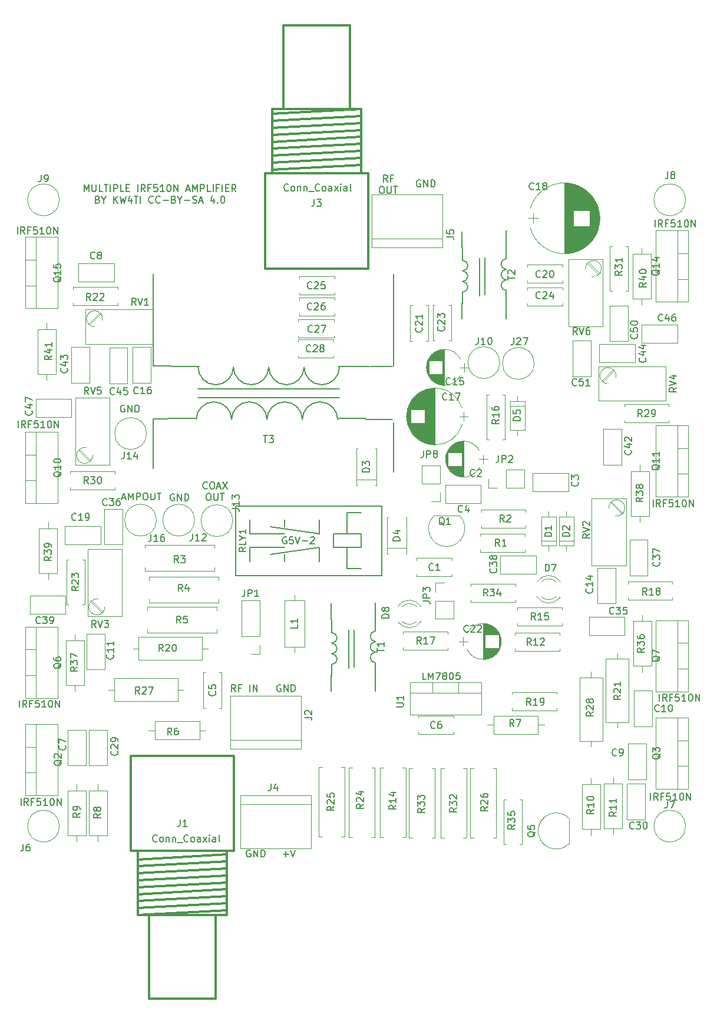
<source format=gbr>
G04 #@! TF.FileFunction,Legend,Top*
%FSLAX46Y46*%
G04 Gerber Fmt 4.6, Leading zero omitted, Abs format (unit mm)*
G04 Created by KiCad (PCBNEW 4.0.7) date 07/19/19 21:34:53*
%MOMM*%
%LPD*%
G01*
G04 APERTURE LIST*
%ADD10C,0.100000*%
%ADD11C,0.150000*%
%ADD12C,0.120000*%
%ADD13C,0.200000*%
%ADD14C,0.300000*%
G04 APERTURE END LIST*
D10*
D11*
X132612808Y-89108541D02*
X132612808Y-88108541D01*
X133660427Y-89108541D02*
X133327093Y-88632350D01*
X133088998Y-89108541D02*
X133088998Y-88108541D01*
X133469951Y-88108541D01*
X133565189Y-88156160D01*
X133612808Y-88203779D01*
X133660427Y-88299017D01*
X133660427Y-88441874D01*
X133612808Y-88537112D01*
X133565189Y-88584731D01*
X133469951Y-88632350D01*
X133088998Y-88632350D01*
X134422332Y-88584731D02*
X134088998Y-88584731D01*
X134088998Y-89108541D02*
X134088998Y-88108541D01*
X134565189Y-88108541D01*
X135422332Y-88108541D02*
X134946141Y-88108541D01*
X134898522Y-88584731D01*
X134946141Y-88537112D01*
X135041379Y-88489493D01*
X135279475Y-88489493D01*
X135374713Y-88537112D01*
X135422332Y-88584731D01*
X135469951Y-88679970D01*
X135469951Y-88918065D01*
X135422332Y-89013303D01*
X135374713Y-89060922D01*
X135279475Y-89108541D01*
X135041379Y-89108541D01*
X134946141Y-89060922D01*
X134898522Y-89013303D01*
X136422332Y-89108541D02*
X135850903Y-89108541D01*
X136136617Y-89108541D02*
X136136617Y-88108541D01*
X136041379Y-88251398D01*
X135946141Y-88346636D01*
X135850903Y-88394255D01*
X137041379Y-88108541D02*
X137136618Y-88108541D01*
X137231856Y-88156160D01*
X137279475Y-88203779D01*
X137327094Y-88299017D01*
X137374713Y-88489493D01*
X137374713Y-88727589D01*
X137327094Y-88918065D01*
X137279475Y-89013303D01*
X137231856Y-89060922D01*
X137136618Y-89108541D01*
X137041379Y-89108541D01*
X136946141Y-89060922D01*
X136898522Y-89013303D01*
X136850903Y-88918065D01*
X136803284Y-88727589D01*
X136803284Y-88489493D01*
X136850903Y-88299017D01*
X136898522Y-88203779D01*
X136946141Y-88156160D01*
X137041379Y-88108541D01*
X137803284Y-89108541D02*
X137803284Y-88108541D01*
X138374713Y-89108541D01*
X138374713Y-88108541D01*
X99992134Y-113939581D02*
X99515943Y-113939581D01*
X99515943Y-112939581D01*
X100325467Y-113939581D02*
X100325467Y-112939581D01*
X100658801Y-113653867D01*
X100992134Y-112939581D01*
X100992134Y-113939581D01*
X101373086Y-112939581D02*
X102039753Y-112939581D01*
X101611181Y-113939581D01*
X102563562Y-113368152D02*
X102468324Y-113320533D01*
X102420705Y-113272914D01*
X102373086Y-113177676D01*
X102373086Y-113130057D01*
X102420705Y-113034819D01*
X102468324Y-112987200D01*
X102563562Y-112939581D01*
X102754039Y-112939581D01*
X102849277Y-112987200D01*
X102896896Y-113034819D01*
X102944515Y-113130057D01*
X102944515Y-113177676D01*
X102896896Y-113272914D01*
X102849277Y-113320533D01*
X102754039Y-113368152D01*
X102563562Y-113368152D01*
X102468324Y-113415771D01*
X102420705Y-113463390D01*
X102373086Y-113558629D01*
X102373086Y-113749105D01*
X102420705Y-113844343D01*
X102468324Y-113891962D01*
X102563562Y-113939581D01*
X102754039Y-113939581D01*
X102849277Y-113891962D01*
X102896896Y-113844343D01*
X102944515Y-113749105D01*
X102944515Y-113558629D01*
X102896896Y-113463390D01*
X102849277Y-113415771D01*
X102754039Y-113368152D01*
X103563562Y-112939581D02*
X103658801Y-112939581D01*
X103754039Y-112987200D01*
X103801658Y-113034819D01*
X103849277Y-113130057D01*
X103896896Y-113320533D01*
X103896896Y-113558629D01*
X103849277Y-113749105D01*
X103801658Y-113844343D01*
X103754039Y-113891962D01*
X103658801Y-113939581D01*
X103563562Y-113939581D01*
X103468324Y-113891962D01*
X103420705Y-113844343D01*
X103373086Y-113749105D01*
X103325467Y-113558629D01*
X103325467Y-113320533D01*
X103373086Y-113130057D01*
X103420705Y-113034819D01*
X103468324Y-112987200D01*
X103563562Y-112939581D01*
X104801658Y-112939581D02*
X104325467Y-112939581D01*
X104277848Y-113415771D01*
X104325467Y-113368152D01*
X104420705Y-113320533D01*
X104658801Y-113320533D01*
X104754039Y-113368152D01*
X104801658Y-113415771D01*
X104849277Y-113511010D01*
X104849277Y-113749105D01*
X104801658Y-113844343D01*
X104754039Y-113891962D01*
X104658801Y-113939581D01*
X104420705Y-113939581D01*
X104325467Y-113891962D01*
X104277848Y-113844343D01*
X68527753Y-86440783D02*
X68480134Y-86488402D01*
X68337277Y-86536021D01*
X68242039Y-86536021D01*
X68099181Y-86488402D01*
X68003943Y-86393164D01*
X67956324Y-86297926D01*
X67908705Y-86107450D01*
X67908705Y-85964592D01*
X67956324Y-85774116D01*
X68003943Y-85678878D01*
X68099181Y-85583640D01*
X68242039Y-85536021D01*
X68337277Y-85536021D01*
X68480134Y-85583640D01*
X68527753Y-85631259D01*
X69146800Y-85536021D02*
X69337277Y-85536021D01*
X69432515Y-85583640D01*
X69527753Y-85678878D01*
X69575372Y-85869354D01*
X69575372Y-86202688D01*
X69527753Y-86393164D01*
X69432515Y-86488402D01*
X69337277Y-86536021D01*
X69146800Y-86536021D01*
X69051562Y-86488402D01*
X68956324Y-86393164D01*
X68908705Y-86202688D01*
X68908705Y-85869354D01*
X68956324Y-85678878D01*
X69051562Y-85583640D01*
X69146800Y-85536021D01*
X69956324Y-86250307D02*
X70432515Y-86250307D01*
X69861086Y-86536021D02*
X70194419Y-85536021D01*
X70527753Y-86536021D01*
X70765848Y-85536021D02*
X71432515Y-86536021D01*
X71432515Y-85536021D02*
X70765848Y-86536021D01*
X68646800Y-87186021D02*
X68837277Y-87186021D01*
X68932515Y-87233640D01*
X69027753Y-87328878D01*
X69075372Y-87519354D01*
X69075372Y-87852688D01*
X69027753Y-88043164D01*
X68932515Y-88138402D01*
X68837277Y-88186021D01*
X68646800Y-88186021D01*
X68551562Y-88138402D01*
X68456324Y-88043164D01*
X68408705Y-87852688D01*
X68408705Y-87519354D01*
X68456324Y-87328878D01*
X68551562Y-87233640D01*
X68646800Y-87186021D01*
X69503943Y-87186021D02*
X69503943Y-87995545D01*
X69551562Y-88090783D01*
X69599181Y-88138402D01*
X69694419Y-88186021D01*
X69884896Y-88186021D01*
X69980134Y-88138402D01*
X70027753Y-88090783D01*
X70075372Y-87995545D01*
X70075372Y-87186021D01*
X70408705Y-87186021D02*
X70980134Y-87186021D01*
X70694419Y-88186021D02*
X70694419Y-87186021D01*
X63779496Y-87282400D02*
X63684258Y-87234781D01*
X63541401Y-87234781D01*
X63398543Y-87282400D01*
X63303305Y-87377638D01*
X63255686Y-87472876D01*
X63208067Y-87663352D01*
X63208067Y-87806210D01*
X63255686Y-87996686D01*
X63303305Y-88091924D01*
X63398543Y-88187162D01*
X63541401Y-88234781D01*
X63636639Y-88234781D01*
X63779496Y-88187162D01*
X63827115Y-88139543D01*
X63827115Y-87806210D01*
X63636639Y-87806210D01*
X64255686Y-88234781D02*
X64255686Y-87234781D01*
X64827115Y-88234781D01*
X64827115Y-87234781D01*
X65303305Y-88234781D02*
X65303305Y-87234781D01*
X65541400Y-87234781D01*
X65684258Y-87282400D01*
X65779496Y-87377638D01*
X65827115Y-87472876D01*
X65874734Y-87663352D01*
X65874734Y-87806210D01*
X65827115Y-87996686D01*
X65779496Y-88091924D01*
X65684258Y-88187162D01*
X65541400Y-88234781D01*
X65303305Y-88234781D01*
X56642096Y-74557000D02*
X56546858Y-74509381D01*
X56404001Y-74509381D01*
X56261143Y-74557000D01*
X56165905Y-74652238D01*
X56118286Y-74747476D01*
X56070667Y-74937952D01*
X56070667Y-75080810D01*
X56118286Y-75271286D01*
X56165905Y-75366524D01*
X56261143Y-75461762D01*
X56404001Y-75509381D01*
X56499239Y-75509381D01*
X56642096Y-75461762D01*
X56689715Y-75414143D01*
X56689715Y-75080810D01*
X56499239Y-75080810D01*
X57118286Y-75509381D02*
X57118286Y-74509381D01*
X57689715Y-75509381D01*
X57689715Y-74509381D01*
X58165905Y-75509381D02*
X58165905Y-74509381D01*
X58404000Y-74509381D01*
X58546858Y-74557000D01*
X58642096Y-74652238D01*
X58689715Y-74747476D01*
X58737334Y-74937952D01*
X58737334Y-75080810D01*
X58689715Y-75271286D01*
X58642096Y-75366524D01*
X58546858Y-75461762D01*
X58404000Y-75509381D01*
X58165905Y-75509381D01*
X56316905Y-87837307D02*
X56793096Y-87837307D01*
X56221667Y-88123021D02*
X56555000Y-87123021D01*
X56888334Y-88123021D01*
X57221667Y-88123021D02*
X57221667Y-87123021D01*
X57555001Y-87837307D01*
X57888334Y-87123021D01*
X57888334Y-88123021D01*
X58364524Y-88123021D02*
X58364524Y-87123021D01*
X58745477Y-87123021D01*
X58840715Y-87170640D01*
X58888334Y-87218259D01*
X58935953Y-87313497D01*
X58935953Y-87456354D01*
X58888334Y-87551592D01*
X58840715Y-87599211D01*
X58745477Y-87646830D01*
X58364524Y-87646830D01*
X59555000Y-87123021D02*
X59745477Y-87123021D01*
X59840715Y-87170640D01*
X59935953Y-87265878D01*
X59983572Y-87456354D01*
X59983572Y-87789688D01*
X59935953Y-87980164D01*
X59840715Y-88075402D01*
X59745477Y-88123021D01*
X59555000Y-88123021D01*
X59459762Y-88075402D01*
X59364524Y-87980164D01*
X59316905Y-87789688D01*
X59316905Y-87456354D01*
X59364524Y-87265878D01*
X59459762Y-87170640D01*
X59555000Y-87123021D01*
X60412143Y-87123021D02*
X60412143Y-87932545D01*
X60459762Y-88027783D01*
X60507381Y-88075402D01*
X60602619Y-88123021D01*
X60793096Y-88123021D01*
X60888334Y-88075402D01*
X60935953Y-88027783D01*
X60983572Y-87932545D01*
X60983572Y-87123021D01*
X61316905Y-87123021D02*
X61888334Y-87123021D01*
X61602619Y-88123021D02*
X61602619Y-87123021D01*
X74731976Y-138473560D02*
X74636738Y-138425941D01*
X74493881Y-138425941D01*
X74351023Y-138473560D01*
X74255785Y-138568798D01*
X74208166Y-138664036D01*
X74160547Y-138854512D01*
X74160547Y-138997370D01*
X74208166Y-139187846D01*
X74255785Y-139283084D01*
X74351023Y-139378322D01*
X74493881Y-139425941D01*
X74589119Y-139425941D01*
X74731976Y-139378322D01*
X74779595Y-139330703D01*
X74779595Y-138997370D01*
X74589119Y-138997370D01*
X75208166Y-139425941D02*
X75208166Y-138425941D01*
X75779595Y-139425941D01*
X75779595Y-138425941D01*
X76255785Y-139425941D02*
X76255785Y-138425941D01*
X76493880Y-138425941D01*
X76636738Y-138473560D01*
X76731976Y-138568798D01*
X76779595Y-138664036D01*
X76827214Y-138854512D01*
X76827214Y-138997370D01*
X76779595Y-139187846D01*
X76731976Y-139283084D01*
X76636738Y-139378322D01*
X76493880Y-139425941D01*
X76255785Y-139425941D01*
X79434156Y-139044989D02*
X80196061Y-139044989D01*
X79815109Y-139425941D02*
X79815109Y-138664036D01*
X80529394Y-138425941D02*
X80862727Y-139425941D01*
X81196061Y-138425941D01*
X99161696Y-42197400D02*
X99066458Y-42149781D01*
X98923601Y-42149781D01*
X98780743Y-42197400D01*
X98685505Y-42292638D01*
X98637886Y-42387876D01*
X98590267Y-42578352D01*
X98590267Y-42721210D01*
X98637886Y-42911686D01*
X98685505Y-43006924D01*
X98780743Y-43102162D01*
X98923601Y-43149781D01*
X99018839Y-43149781D01*
X99161696Y-43102162D01*
X99209315Y-43054543D01*
X99209315Y-42721210D01*
X99018839Y-42721210D01*
X99637886Y-43149781D02*
X99637886Y-42149781D01*
X100209315Y-43149781D01*
X100209315Y-42149781D01*
X100685505Y-43149781D02*
X100685505Y-42149781D01*
X100923600Y-42149781D01*
X101066458Y-42197400D01*
X101161696Y-42292638D01*
X101209315Y-42387876D01*
X101256934Y-42578352D01*
X101256934Y-42721210D01*
X101209315Y-42911686D01*
X101161696Y-43006924D01*
X101066458Y-43102162D01*
X100923600Y-43149781D01*
X100685505Y-43149781D01*
X94419753Y-42426381D02*
X94086419Y-41950190D01*
X93848324Y-42426381D02*
X93848324Y-41426381D01*
X94229277Y-41426381D01*
X94324515Y-41474000D01*
X94372134Y-41521619D01*
X94419753Y-41616857D01*
X94419753Y-41759714D01*
X94372134Y-41854952D01*
X94324515Y-41902571D01*
X94229277Y-41950190D01*
X93848324Y-41950190D01*
X95181658Y-41902571D02*
X94848324Y-41902571D01*
X94848324Y-42426381D02*
X94848324Y-41426381D01*
X95324515Y-41426381D01*
X93538800Y-43076381D02*
X93729277Y-43076381D01*
X93824515Y-43124000D01*
X93919753Y-43219238D01*
X93967372Y-43409714D01*
X93967372Y-43743048D01*
X93919753Y-43933524D01*
X93824515Y-44028762D01*
X93729277Y-44076381D01*
X93538800Y-44076381D01*
X93443562Y-44028762D01*
X93348324Y-43933524D01*
X93300705Y-43743048D01*
X93300705Y-43409714D01*
X93348324Y-43219238D01*
X93443562Y-43124000D01*
X93538800Y-43076381D01*
X94395943Y-43076381D02*
X94395943Y-43885905D01*
X94443562Y-43981143D01*
X94491181Y-44028762D01*
X94586419Y-44076381D01*
X94776896Y-44076381D01*
X94872134Y-44028762D01*
X94919753Y-43981143D01*
X94967372Y-43885905D01*
X94967372Y-43076381D01*
X95300705Y-43076381D02*
X95872134Y-43076381D01*
X95586419Y-44076381D02*
X95586419Y-43076381D01*
X79090616Y-114724560D02*
X78995378Y-114676941D01*
X78852521Y-114676941D01*
X78709663Y-114724560D01*
X78614425Y-114819798D01*
X78566806Y-114915036D01*
X78519187Y-115105512D01*
X78519187Y-115248370D01*
X78566806Y-115438846D01*
X78614425Y-115534084D01*
X78709663Y-115629322D01*
X78852521Y-115676941D01*
X78947759Y-115676941D01*
X79090616Y-115629322D01*
X79138235Y-115581703D01*
X79138235Y-115248370D01*
X78947759Y-115248370D01*
X79566806Y-115676941D02*
X79566806Y-114676941D01*
X80138235Y-115676941D01*
X80138235Y-114676941D01*
X80614425Y-115676941D02*
X80614425Y-114676941D01*
X80852520Y-114676941D01*
X80995378Y-114724560D01*
X81090616Y-114819798D01*
X81138235Y-114915036D01*
X81185854Y-115105512D01*
X81185854Y-115248370D01*
X81138235Y-115438846D01*
X81090616Y-115534084D01*
X80995378Y-115629322D01*
X80852520Y-115676941D01*
X80614425Y-115676941D01*
X72611456Y-115676941D02*
X72278122Y-115200750D01*
X72040027Y-115676941D02*
X72040027Y-114676941D01*
X72420980Y-114676941D01*
X72516218Y-114724560D01*
X72563837Y-114772179D01*
X72611456Y-114867417D01*
X72611456Y-115010274D01*
X72563837Y-115105512D01*
X72516218Y-115153131D01*
X72420980Y-115200750D01*
X72040027Y-115200750D01*
X73373361Y-115153131D02*
X73040027Y-115153131D01*
X73040027Y-115676941D02*
X73040027Y-114676941D01*
X73516218Y-114676941D01*
X74659075Y-115676941D02*
X74659075Y-114676941D01*
X75135265Y-115676941D02*
X75135265Y-114676941D01*
X75706694Y-115676941D01*
X75706694Y-114676941D01*
X50841048Y-43823381D02*
X50841048Y-42823381D01*
X51174382Y-43537667D01*
X51507715Y-42823381D01*
X51507715Y-43823381D01*
X51983905Y-42823381D02*
X51983905Y-43632905D01*
X52031524Y-43728143D01*
X52079143Y-43775762D01*
X52174381Y-43823381D01*
X52364858Y-43823381D01*
X52460096Y-43775762D01*
X52507715Y-43728143D01*
X52555334Y-43632905D01*
X52555334Y-42823381D01*
X53507715Y-43823381D02*
X53031524Y-43823381D01*
X53031524Y-42823381D01*
X53698191Y-42823381D02*
X54269620Y-42823381D01*
X53983905Y-43823381D02*
X53983905Y-42823381D01*
X54602953Y-43823381D02*
X54602953Y-42823381D01*
X55079143Y-43823381D02*
X55079143Y-42823381D01*
X55460096Y-42823381D01*
X55555334Y-42871000D01*
X55602953Y-42918619D01*
X55650572Y-43013857D01*
X55650572Y-43156714D01*
X55602953Y-43251952D01*
X55555334Y-43299571D01*
X55460096Y-43347190D01*
X55079143Y-43347190D01*
X56555334Y-43823381D02*
X56079143Y-43823381D01*
X56079143Y-42823381D01*
X56888667Y-43299571D02*
X57222001Y-43299571D01*
X57364858Y-43823381D02*
X56888667Y-43823381D01*
X56888667Y-42823381D01*
X57364858Y-42823381D01*
X58555334Y-43823381D02*
X58555334Y-42823381D01*
X59602953Y-43823381D02*
X59269619Y-43347190D01*
X59031524Y-43823381D02*
X59031524Y-42823381D01*
X59412477Y-42823381D01*
X59507715Y-42871000D01*
X59555334Y-42918619D01*
X59602953Y-43013857D01*
X59602953Y-43156714D01*
X59555334Y-43251952D01*
X59507715Y-43299571D01*
X59412477Y-43347190D01*
X59031524Y-43347190D01*
X60364858Y-43299571D02*
X60031524Y-43299571D01*
X60031524Y-43823381D02*
X60031524Y-42823381D01*
X60507715Y-42823381D01*
X61364858Y-42823381D02*
X60888667Y-42823381D01*
X60841048Y-43299571D01*
X60888667Y-43251952D01*
X60983905Y-43204333D01*
X61222001Y-43204333D01*
X61317239Y-43251952D01*
X61364858Y-43299571D01*
X61412477Y-43394810D01*
X61412477Y-43632905D01*
X61364858Y-43728143D01*
X61317239Y-43775762D01*
X61222001Y-43823381D01*
X60983905Y-43823381D01*
X60888667Y-43775762D01*
X60841048Y-43728143D01*
X62364858Y-43823381D02*
X61793429Y-43823381D01*
X62079143Y-43823381D02*
X62079143Y-42823381D01*
X61983905Y-42966238D01*
X61888667Y-43061476D01*
X61793429Y-43109095D01*
X62983905Y-42823381D02*
X63079144Y-42823381D01*
X63174382Y-42871000D01*
X63222001Y-42918619D01*
X63269620Y-43013857D01*
X63317239Y-43204333D01*
X63317239Y-43442429D01*
X63269620Y-43632905D01*
X63222001Y-43728143D01*
X63174382Y-43775762D01*
X63079144Y-43823381D01*
X62983905Y-43823381D01*
X62888667Y-43775762D01*
X62841048Y-43728143D01*
X62793429Y-43632905D01*
X62745810Y-43442429D01*
X62745810Y-43204333D01*
X62793429Y-43013857D01*
X62841048Y-42918619D01*
X62888667Y-42871000D01*
X62983905Y-42823381D01*
X63745810Y-43823381D02*
X63745810Y-42823381D01*
X64317239Y-43823381D01*
X64317239Y-42823381D01*
X65507715Y-43537667D02*
X65983906Y-43537667D01*
X65412477Y-43823381D02*
X65745810Y-42823381D01*
X66079144Y-43823381D01*
X66412477Y-43823381D02*
X66412477Y-42823381D01*
X66745811Y-43537667D01*
X67079144Y-42823381D01*
X67079144Y-43823381D01*
X67555334Y-43823381D02*
X67555334Y-42823381D01*
X67936287Y-42823381D01*
X68031525Y-42871000D01*
X68079144Y-42918619D01*
X68126763Y-43013857D01*
X68126763Y-43156714D01*
X68079144Y-43251952D01*
X68031525Y-43299571D01*
X67936287Y-43347190D01*
X67555334Y-43347190D01*
X69031525Y-43823381D02*
X68555334Y-43823381D01*
X68555334Y-42823381D01*
X69364858Y-43823381D02*
X69364858Y-42823381D01*
X70174382Y-43299571D02*
X69841048Y-43299571D01*
X69841048Y-43823381D02*
X69841048Y-42823381D01*
X70317239Y-42823381D01*
X70698191Y-43823381D02*
X70698191Y-42823381D01*
X71174381Y-43299571D02*
X71507715Y-43299571D01*
X71650572Y-43823381D02*
X71174381Y-43823381D01*
X71174381Y-42823381D01*
X71650572Y-42823381D01*
X72650572Y-43823381D02*
X72317238Y-43347190D01*
X72079143Y-43823381D02*
X72079143Y-42823381D01*
X72460096Y-42823381D01*
X72555334Y-42871000D01*
X72602953Y-42918619D01*
X72650572Y-43013857D01*
X72650572Y-43156714D01*
X72602953Y-43251952D01*
X72555334Y-43299571D01*
X72460096Y-43347190D01*
X72079143Y-43347190D01*
X52793429Y-44949571D02*
X52936286Y-44997190D01*
X52983905Y-45044810D01*
X53031524Y-45140048D01*
X53031524Y-45282905D01*
X52983905Y-45378143D01*
X52936286Y-45425762D01*
X52841048Y-45473381D01*
X52460095Y-45473381D01*
X52460095Y-44473381D01*
X52793429Y-44473381D01*
X52888667Y-44521000D01*
X52936286Y-44568619D01*
X52983905Y-44663857D01*
X52983905Y-44759095D01*
X52936286Y-44854333D01*
X52888667Y-44901952D01*
X52793429Y-44949571D01*
X52460095Y-44949571D01*
X53650571Y-44997190D02*
X53650571Y-45473381D01*
X53317238Y-44473381D02*
X53650571Y-44997190D01*
X53983905Y-44473381D01*
X55079143Y-45473381D02*
X55079143Y-44473381D01*
X55650572Y-45473381D02*
X55222000Y-44901952D01*
X55650572Y-44473381D02*
X55079143Y-45044810D01*
X55983905Y-44473381D02*
X56222000Y-45473381D01*
X56412477Y-44759095D01*
X56602953Y-45473381D01*
X56841048Y-44473381D01*
X57650572Y-44806714D02*
X57650572Y-45473381D01*
X57412476Y-44425762D02*
X57174381Y-45140048D01*
X57793429Y-45140048D01*
X58031524Y-44473381D02*
X58602953Y-44473381D01*
X58317238Y-45473381D02*
X58317238Y-44473381D01*
X58936286Y-45473381D02*
X58936286Y-44473381D01*
X60745810Y-45378143D02*
X60698191Y-45425762D01*
X60555334Y-45473381D01*
X60460096Y-45473381D01*
X60317238Y-45425762D01*
X60222000Y-45330524D01*
X60174381Y-45235286D01*
X60126762Y-45044810D01*
X60126762Y-44901952D01*
X60174381Y-44711476D01*
X60222000Y-44616238D01*
X60317238Y-44521000D01*
X60460096Y-44473381D01*
X60555334Y-44473381D01*
X60698191Y-44521000D01*
X60745810Y-44568619D01*
X61745810Y-45378143D02*
X61698191Y-45425762D01*
X61555334Y-45473381D01*
X61460096Y-45473381D01*
X61317238Y-45425762D01*
X61222000Y-45330524D01*
X61174381Y-45235286D01*
X61126762Y-45044810D01*
X61126762Y-44901952D01*
X61174381Y-44711476D01*
X61222000Y-44616238D01*
X61317238Y-44521000D01*
X61460096Y-44473381D01*
X61555334Y-44473381D01*
X61698191Y-44521000D01*
X61745810Y-44568619D01*
X62174381Y-45092429D02*
X62936286Y-45092429D01*
X63745810Y-44949571D02*
X63888667Y-44997190D01*
X63936286Y-45044810D01*
X63983905Y-45140048D01*
X63983905Y-45282905D01*
X63936286Y-45378143D01*
X63888667Y-45425762D01*
X63793429Y-45473381D01*
X63412476Y-45473381D01*
X63412476Y-44473381D01*
X63745810Y-44473381D01*
X63841048Y-44521000D01*
X63888667Y-44568619D01*
X63936286Y-44663857D01*
X63936286Y-44759095D01*
X63888667Y-44854333D01*
X63841048Y-44901952D01*
X63745810Y-44949571D01*
X63412476Y-44949571D01*
X64602952Y-44997190D02*
X64602952Y-45473381D01*
X64269619Y-44473381D02*
X64602952Y-44997190D01*
X64936286Y-44473381D01*
X65269619Y-45092429D02*
X66031524Y-45092429D01*
X66460095Y-45425762D02*
X66602952Y-45473381D01*
X66841048Y-45473381D01*
X66936286Y-45425762D01*
X66983905Y-45378143D01*
X67031524Y-45282905D01*
X67031524Y-45187667D01*
X66983905Y-45092429D01*
X66936286Y-45044810D01*
X66841048Y-44997190D01*
X66650571Y-44949571D01*
X66555333Y-44901952D01*
X66507714Y-44854333D01*
X66460095Y-44759095D01*
X66460095Y-44663857D01*
X66507714Y-44568619D01*
X66555333Y-44521000D01*
X66650571Y-44473381D01*
X66888667Y-44473381D01*
X67031524Y-44521000D01*
X67412476Y-45187667D02*
X67888667Y-45187667D01*
X67317238Y-45473381D02*
X67650571Y-44473381D01*
X67983905Y-45473381D01*
X69507715Y-44806714D02*
X69507715Y-45473381D01*
X69269619Y-44425762D02*
X69031524Y-45140048D01*
X69650572Y-45140048D01*
X70031524Y-45378143D02*
X70079143Y-45425762D01*
X70031524Y-45473381D01*
X69983905Y-45425762D01*
X70031524Y-45378143D01*
X70031524Y-45473381D01*
X70698190Y-44473381D02*
X70793429Y-44473381D01*
X70888667Y-44521000D01*
X70936286Y-44568619D01*
X70983905Y-44663857D01*
X71031524Y-44854333D01*
X71031524Y-45092429D01*
X70983905Y-45282905D01*
X70936286Y-45378143D01*
X70888667Y-45425762D01*
X70793429Y-45473381D01*
X70698190Y-45473381D01*
X70602952Y-45425762D01*
X70555333Y-45378143D01*
X70507714Y-45282905D01*
X70460095Y-45092429D01*
X70460095Y-44854333D01*
X70507714Y-44663857D01*
X70555333Y-44568619D01*
X70602952Y-44521000D01*
X70698190Y-44473381D01*
X132907448Y-48900341D02*
X132907448Y-47900341D01*
X133955067Y-48900341D02*
X133621733Y-48424150D01*
X133383638Y-48900341D02*
X133383638Y-47900341D01*
X133764591Y-47900341D01*
X133859829Y-47947960D01*
X133907448Y-47995579D01*
X133955067Y-48090817D01*
X133955067Y-48233674D01*
X133907448Y-48328912D01*
X133859829Y-48376531D01*
X133764591Y-48424150D01*
X133383638Y-48424150D01*
X134716972Y-48376531D02*
X134383638Y-48376531D01*
X134383638Y-48900341D02*
X134383638Y-47900341D01*
X134859829Y-47900341D01*
X135716972Y-47900341D02*
X135240781Y-47900341D01*
X135193162Y-48376531D01*
X135240781Y-48328912D01*
X135336019Y-48281293D01*
X135574115Y-48281293D01*
X135669353Y-48328912D01*
X135716972Y-48376531D01*
X135764591Y-48471770D01*
X135764591Y-48709865D01*
X135716972Y-48805103D01*
X135669353Y-48852722D01*
X135574115Y-48900341D01*
X135336019Y-48900341D01*
X135240781Y-48852722D01*
X135193162Y-48805103D01*
X136716972Y-48900341D02*
X136145543Y-48900341D01*
X136431257Y-48900341D02*
X136431257Y-47900341D01*
X136336019Y-48043198D01*
X136240781Y-48138436D01*
X136145543Y-48186055D01*
X137336019Y-47900341D02*
X137431258Y-47900341D01*
X137526496Y-47947960D01*
X137574115Y-47995579D01*
X137621734Y-48090817D01*
X137669353Y-48281293D01*
X137669353Y-48519389D01*
X137621734Y-48709865D01*
X137574115Y-48805103D01*
X137526496Y-48852722D01*
X137431258Y-48900341D01*
X137336019Y-48900341D01*
X137240781Y-48852722D01*
X137193162Y-48805103D01*
X137145543Y-48709865D01*
X137097924Y-48519389D01*
X137097924Y-48281293D01*
X137145543Y-48090817D01*
X137193162Y-47995579D01*
X137240781Y-47947960D01*
X137336019Y-47900341D01*
X138097924Y-48900341D02*
X138097924Y-47900341D01*
X138669353Y-48900341D01*
X138669353Y-47900341D01*
X133517048Y-117038381D02*
X133517048Y-116038381D01*
X134564667Y-117038381D02*
X134231333Y-116562190D01*
X133993238Y-117038381D02*
X133993238Y-116038381D01*
X134374191Y-116038381D01*
X134469429Y-116086000D01*
X134517048Y-116133619D01*
X134564667Y-116228857D01*
X134564667Y-116371714D01*
X134517048Y-116466952D01*
X134469429Y-116514571D01*
X134374191Y-116562190D01*
X133993238Y-116562190D01*
X135326572Y-116514571D02*
X134993238Y-116514571D01*
X134993238Y-117038381D02*
X134993238Y-116038381D01*
X135469429Y-116038381D01*
X136326572Y-116038381D02*
X135850381Y-116038381D01*
X135802762Y-116514571D01*
X135850381Y-116466952D01*
X135945619Y-116419333D01*
X136183715Y-116419333D01*
X136278953Y-116466952D01*
X136326572Y-116514571D01*
X136374191Y-116609810D01*
X136374191Y-116847905D01*
X136326572Y-116943143D01*
X136278953Y-116990762D01*
X136183715Y-117038381D01*
X135945619Y-117038381D01*
X135850381Y-116990762D01*
X135802762Y-116943143D01*
X137326572Y-117038381D02*
X136755143Y-117038381D01*
X137040857Y-117038381D02*
X137040857Y-116038381D01*
X136945619Y-116181238D01*
X136850381Y-116276476D01*
X136755143Y-116324095D01*
X137945619Y-116038381D02*
X138040858Y-116038381D01*
X138136096Y-116086000D01*
X138183715Y-116133619D01*
X138231334Y-116228857D01*
X138278953Y-116419333D01*
X138278953Y-116657429D01*
X138231334Y-116847905D01*
X138183715Y-116943143D01*
X138136096Y-116990762D01*
X138040858Y-117038381D01*
X137945619Y-117038381D01*
X137850381Y-116990762D01*
X137802762Y-116943143D01*
X137755143Y-116847905D01*
X137707524Y-116657429D01*
X137707524Y-116419333D01*
X137755143Y-116228857D01*
X137802762Y-116133619D01*
X137850381Y-116086000D01*
X137945619Y-116038381D01*
X138707524Y-117038381D02*
X138707524Y-116038381D01*
X139278953Y-117038381D01*
X139278953Y-116038381D01*
X132236888Y-131267461D02*
X132236888Y-130267461D01*
X133284507Y-131267461D02*
X132951173Y-130791270D01*
X132713078Y-131267461D02*
X132713078Y-130267461D01*
X133094031Y-130267461D01*
X133189269Y-130315080D01*
X133236888Y-130362699D01*
X133284507Y-130457937D01*
X133284507Y-130600794D01*
X133236888Y-130696032D01*
X133189269Y-130743651D01*
X133094031Y-130791270D01*
X132713078Y-130791270D01*
X134046412Y-130743651D02*
X133713078Y-130743651D01*
X133713078Y-131267461D02*
X133713078Y-130267461D01*
X134189269Y-130267461D01*
X135046412Y-130267461D02*
X134570221Y-130267461D01*
X134522602Y-130743651D01*
X134570221Y-130696032D01*
X134665459Y-130648413D01*
X134903555Y-130648413D01*
X134998793Y-130696032D01*
X135046412Y-130743651D01*
X135094031Y-130838890D01*
X135094031Y-131076985D01*
X135046412Y-131172223D01*
X134998793Y-131219842D01*
X134903555Y-131267461D01*
X134665459Y-131267461D01*
X134570221Y-131219842D01*
X134522602Y-131172223D01*
X136046412Y-131267461D02*
X135474983Y-131267461D01*
X135760697Y-131267461D02*
X135760697Y-130267461D01*
X135665459Y-130410318D01*
X135570221Y-130505556D01*
X135474983Y-130553175D01*
X136665459Y-130267461D02*
X136760698Y-130267461D01*
X136855936Y-130315080D01*
X136903555Y-130362699D01*
X136951174Y-130457937D01*
X136998793Y-130648413D01*
X136998793Y-130886509D01*
X136951174Y-131076985D01*
X136903555Y-131172223D01*
X136855936Y-131219842D01*
X136760698Y-131267461D01*
X136665459Y-131267461D01*
X136570221Y-131219842D01*
X136522602Y-131172223D01*
X136474983Y-131076985D01*
X136427364Y-130886509D01*
X136427364Y-130648413D01*
X136474983Y-130457937D01*
X136522602Y-130362699D01*
X136570221Y-130315080D01*
X136665459Y-130267461D01*
X137427364Y-131267461D02*
X137427364Y-130267461D01*
X137998793Y-131267461D01*
X137998793Y-130267461D01*
X41759548Y-132024381D02*
X41759548Y-131024381D01*
X42807167Y-132024381D02*
X42473833Y-131548190D01*
X42235738Y-132024381D02*
X42235738Y-131024381D01*
X42616691Y-131024381D01*
X42711929Y-131072000D01*
X42759548Y-131119619D01*
X42807167Y-131214857D01*
X42807167Y-131357714D01*
X42759548Y-131452952D01*
X42711929Y-131500571D01*
X42616691Y-131548190D01*
X42235738Y-131548190D01*
X43569072Y-131500571D02*
X43235738Y-131500571D01*
X43235738Y-132024381D02*
X43235738Y-131024381D01*
X43711929Y-131024381D01*
X44569072Y-131024381D02*
X44092881Y-131024381D01*
X44045262Y-131500571D01*
X44092881Y-131452952D01*
X44188119Y-131405333D01*
X44426215Y-131405333D01*
X44521453Y-131452952D01*
X44569072Y-131500571D01*
X44616691Y-131595810D01*
X44616691Y-131833905D01*
X44569072Y-131929143D01*
X44521453Y-131976762D01*
X44426215Y-132024381D01*
X44188119Y-132024381D01*
X44092881Y-131976762D01*
X44045262Y-131929143D01*
X45569072Y-132024381D02*
X44997643Y-132024381D01*
X45283357Y-132024381D02*
X45283357Y-131024381D01*
X45188119Y-131167238D01*
X45092881Y-131262476D01*
X44997643Y-131310095D01*
X46188119Y-131024381D02*
X46283358Y-131024381D01*
X46378596Y-131072000D01*
X46426215Y-131119619D01*
X46473834Y-131214857D01*
X46521453Y-131405333D01*
X46521453Y-131643429D01*
X46473834Y-131833905D01*
X46426215Y-131929143D01*
X46378596Y-131976762D01*
X46283358Y-132024381D01*
X46188119Y-132024381D01*
X46092881Y-131976762D01*
X46045262Y-131929143D01*
X45997643Y-131833905D01*
X45950024Y-131643429D01*
X45950024Y-131405333D01*
X45997643Y-131214857D01*
X46045262Y-131119619D01*
X46092881Y-131072000D01*
X46188119Y-131024381D01*
X46950024Y-132024381D02*
X46950024Y-131024381D01*
X47521453Y-132024381D01*
X47521453Y-131024381D01*
X41543648Y-117912141D02*
X41543648Y-116912141D01*
X42591267Y-117912141D02*
X42257933Y-117435950D01*
X42019838Y-117912141D02*
X42019838Y-116912141D01*
X42400791Y-116912141D01*
X42496029Y-116959760D01*
X42543648Y-117007379D01*
X42591267Y-117102617D01*
X42591267Y-117245474D01*
X42543648Y-117340712D01*
X42496029Y-117388331D01*
X42400791Y-117435950D01*
X42019838Y-117435950D01*
X43353172Y-117388331D02*
X43019838Y-117388331D01*
X43019838Y-117912141D02*
X43019838Y-116912141D01*
X43496029Y-116912141D01*
X44353172Y-116912141D02*
X43876981Y-116912141D01*
X43829362Y-117388331D01*
X43876981Y-117340712D01*
X43972219Y-117293093D01*
X44210315Y-117293093D01*
X44305553Y-117340712D01*
X44353172Y-117388331D01*
X44400791Y-117483570D01*
X44400791Y-117721665D01*
X44353172Y-117816903D01*
X44305553Y-117864522D01*
X44210315Y-117912141D01*
X43972219Y-117912141D01*
X43876981Y-117864522D01*
X43829362Y-117816903D01*
X45353172Y-117912141D02*
X44781743Y-117912141D01*
X45067457Y-117912141D02*
X45067457Y-116912141D01*
X44972219Y-117054998D01*
X44876981Y-117150236D01*
X44781743Y-117197855D01*
X45972219Y-116912141D02*
X46067458Y-116912141D01*
X46162696Y-116959760D01*
X46210315Y-117007379D01*
X46257934Y-117102617D01*
X46305553Y-117293093D01*
X46305553Y-117531189D01*
X46257934Y-117721665D01*
X46210315Y-117816903D01*
X46162696Y-117864522D01*
X46067458Y-117912141D01*
X45972219Y-117912141D01*
X45876981Y-117864522D01*
X45829362Y-117816903D01*
X45781743Y-117721665D01*
X45734124Y-117531189D01*
X45734124Y-117293093D01*
X45781743Y-117102617D01*
X45829362Y-117007379D01*
X45876981Y-116959760D01*
X45972219Y-116912141D01*
X46734124Y-117912141D02*
X46734124Y-116912141D01*
X47305553Y-117912141D01*
X47305553Y-116912141D01*
X41376008Y-77734421D02*
X41376008Y-76734421D01*
X42423627Y-77734421D02*
X42090293Y-77258230D01*
X41852198Y-77734421D02*
X41852198Y-76734421D01*
X42233151Y-76734421D01*
X42328389Y-76782040D01*
X42376008Y-76829659D01*
X42423627Y-76924897D01*
X42423627Y-77067754D01*
X42376008Y-77162992D01*
X42328389Y-77210611D01*
X42233151Y-77258230D01*
X41852198Y-77258230D01*
X43185532Y-77210611D02*
X42852198Y-77210611D01*
X42852198Y-77734421D02*
X42852198Y-76734421D01*
X43328389Y-76734421D01*
X44185532Y-76734421D02*
X43709341Y-76734421D01*
X43661722Y-77210611D01*
X43709341Y-77162992D01*
X43804579Y-77115373D01*
X44042675Y-77115373D01*
X44137913Y-77162992D01*
X44185532Y-77210611D01*
X44233151Y-77305850D01*
X44233151Y-77543945D01*
X44185532Y-77639183D01*
X44137913Y-77686802D01*
X44042675Y-77734421D01*
X43804579Y-77734421D01*
X43709341Y-77686802D01*
X43661722Y-77639183D01*
X45185532Y-77734421D02*
X44614103Y-77734421D01*
X44899817Y-77734421D02*
X44899817Y-76734421D01*
X44804579Y-76877278D01*
X44709341Y-76972516D01*
X44614103Y-77020135D01*
X45804579Y-76734421D02*
X45899818Y-76734421D01*
X45995056Y-76782040D01*
X46042675Y-76829659D01*
X46090294Y-76924897D01*
X46137913Y-77115373D01*
X46137913Y-77353469D01*
X46090294Y-77543945D01*
X46042675Y-77639183D01*
X45995056Y-77686802D01*
X45899818Y-77734421D01*
X45804579Y-77734421D01*
X45709341Y-77686802D01*
X45661722Y-77639183D01*
X45614103Y-77543945D01*
X45566484Y-77353469D01*
X45566484Y-77115373D01*
X45614103Y-76924897D01*
X45661722Y-76829659D01*
X45709341Y-76782040D01*
X45804579Y-76734421D01*
X46566484Y-77734421D02*
X46566484Y-76734421D01*
X47137913Y-77734421D01*
X47137913Y-76734421D01*
X41279488Y-49906181D02*
X41279488Y-48906181D01*
X42327107Y-49906181D02*
X41993773Y-49429990D01*
X41755678Y-49906181D02*
X41755678Y-48906181D01*
X42136631Y-48906181D01*
X42231869Y-48953800D01*
X42279488Y-49001419D01*
X42327107Y-49096657D01*
X42327107Y-49239514D01*
X42279488Y-49334752D01*
X42231869Y-49382371D01*
X42136631Y-49429990D01*
X41755678Y-49429990D01*
X43089012Y-49382371D02*
X42755678Y-49382371D01*
X42755678Y-49906181D02*
X42755678Y-48906181D01*
X43231869Y-48906181D01*
X44089012Y-48906181D02*
X43612821Y-48906181D01*
X43565202Y-49382371D01*
X43612821Y-49334752D01*
X43708059Y-49287133D01*
X43946155Y-49287133D01*
X44041393Y-49334752D01*
X44089012Y-49382371D01*
X44136631Y-49477610D01*
X44136631Y-49715705D01*
X44089012Y-49810943D01*
X44041393Y-49858562D01*
X43946155Y-49906181D01*
X43708059Y-49906181D01*
X43612821Y-49858562D01*
X43565202Y-49810943D01*
X45089012Y-49906181D02*
X44517583Y-49906181D01*
X44803297Y-49906181D02*
X44803297Y-48906181D01*
X44708059Y-49049038D01*
X44612821Y-49144276D01*
X44517583Y-49191895D01*
X45708059Y-48906181D02*
X45803298Y-48906181D01*
X45898536Y-48953800D01*
X45946155Y-49001419D01*
X45993774Y-49096657D01*
X46041393Y-49287133D01*
X46041393Y-49525229D01*
X45993774Y-49715705D01*
X45946155Y-49810943D01*
X45898536Y-49858562D01*
X45803298Y-49906181D01*
X45708059Y-49906181D01*
X45612821Y-49858562D01*
X45565202Y-49810943D01*
X45517583Y-49715705D01*
X45469964Y-49525229D01*
X45469964Y-49287133D01*
X45517583Y-49096657D01*
X45565202Y-49001419D01*
X45612821Y-48953800D01*
X45708059Y-48906181D01*
X46469964Y-49906181D02*
X46469964Y-48906181D01*
X47041393Y-49906181D01*
X47041393Y-48906181D01*
D12*
X81991200Y-122631200D02*
X71831200Y-122631200D01*
X81991200Y-123901200D02*
X81991200Y-116281200D01*
X81991200Y-116281200D02*
X71831200Y-116281200D01*
X71831200Y-116281200D02*
X71831200Y-123901200D01*
X71831200Y-123901200D02*
X81991200Y-123901200D01*
X53816736Y-103454491D02*
G75*
G02X51507440Y-103494800I-1154296J-40309D01*
G01*
X51508388Y-103514921D02*
G75*
G02X52902440Y-102365800I1154052J20121D01*
G01*
X56282440Y-95174800D02*
X56282440Y-104824800D01*
X51331440Y-95174800D02*
X51331440Y-104824800D01*
X56282440Y-95174800D02*
X51331440Y-95174800D01*
X56282440Y-104824800D02*
X51331440Y-104824800D01*
X53396440Y-104370800D02*
X51786440Y-102759800D01*
X53537440Y-104230800D02*
X51927440Y-102618800D01*
X58686000Y-107814000D02*
X58686000Y-111134000D01*
X58686000Y-111134000D02*
X67806000Y-111134000D01*
X67806000Y-111134000D02*
X67806000Y-107814000D01*
X67806000Y-107814000D02*
X58686000Y-107814000D01*
X57876000Y-109474000D02*
X58686000Y-109474000D01*
X68616000Y-109474000D02*
X67806000Y-109474000D01*
X114182600Y-95264800D02*
X114182600Y-95594800D01*
X114182600Y-95594800D02*
X107762600Y-95594800D01*
X107762600Y-95594800D02*
X107762600Y-95264800D01*
X114182600Y-93304800D02*
X114182600Y-92974800D01*
X114182600Y-92974800D02*
X107762600Y-92974800D01*
X107762600Y-92974800D02*
X107762600Y-93304800D01*
X81753400Y-59040400D02*
X86873400Y-59040400D01*
X81753400Y-61660400D02*
X86873400Y-61660400D01*
X81753400Y-59040400D02*
X81753400Y-59354400D01*
X81753400Y-61346400D02*
X81753400Y-61660400D01*
X86873400Y-59040400D02*
X86873400Y-59354400D01*
X86873400Y-61346400D02*
X86873400Y-61660400D01*
X69576800Y-97823800D02*
X69576800Y-98303800D01*
X69576800Y-98303800D02*
X59556800Y-98303800D01*
X59556800Y-98303800D02*
X59556800Y-97823800D01*
X69576800Y-95063800D02*
X69576800Y-94583800D01*
X69576800Y-94583800D02*
X59556800Y-94583800D01*
X59556800Y-94583800D02*
X59556800Y-95063800D01*
X103060778Y-83437623D02*
G75*
G03X107672080Y-83437900I2305722J1179723D01*
G01*
X103060778Y-81078177D02*
G75*
G02X107672080Y-81077900I2305722J-1179723D01*
G01*
X103060778Y-81078177D02*
G75*
G03X103060920Y-83437900I2305722J-1179723D01*
G01*
X105366500Y-84807900D02*
X105366500Y-79707900D01*
X105326500Y-84807900D02*
X105326500Y-79707900D01*
X105286500Y-84806900D02*
X105286500Y-79708900D01*
X105246500Y-84805900D02*
X105246500Y-79709900D01*
X105206500Y-84803900D02*
X105206500Y-79711900D01*
X105166500Y-84800900D02*
X105166500Y-79714900D01*
X105126500Y-84796900D02*
X105126500Y-79718900D01*
X105086500Y-84792900D02*
X105086500Y-83237900D01*
X105086500Y-81277900D02*
X105086500Y-79722900D01*
X105046500Y-84788900D02*
X105046500Y-83237900D01*
X105046500Y-81277900D02*
X105046500Y-79726900D01*
X105006500Y-84782900D02*
X105006500Y-83237900D01*
X105006500Y-81277900D02*
X105006500Y-79732900D01*
X104966500Y-84776900D02*
X104966500Y-83237900D01*
X104966500Y-81277900D02*
X104966500Y-79738900D01*
X104926500Y-84770900D02*
X104926500Y-83237900D01*
X104926500Y-81277900D02*
X104926500Y-79744900D01*
X104886500Y-84763900D02*
X104886500Y-83237900D01*
X104886500Y-81277900D02*
X104886500Y-79751900D01*
X104846500Y-84755900D02*
X104846500Y-83237900D01*
X104846500Y-81277900D02*
X104846500Y-79759900D01*
X104806500Y-84746900D02*
X104806500Y-83237900D01*
X104806500Y-81277900D02*
X104806500Y-79768900D01*
X104766500Y-84737900D02*
X104766500Y-83237900D01*
X104766500Y-81277900D02*
X104766500Y-79777900D01*
X104726500Y-84727900D02*
X104726500Y-83237900D01*
X104726500Y-81277900D02*
X104726500Y-79787900D01*
X104686500Y-84717900D02*
X104686500Y-83237900D01*
X104686500Y-81277900D02*
X104686500Y-79797900D01*
X104645500Y-84705900D02*
X104645500Y-83237900D01*
X104645500Y-81277900D02*
X104645500Y-79809900D01*
X104605500Y-84693900D02*
X104605500Y-83237900D01*
X104605500Y-81277900D02*
X104605500Y-79821900D01*
X104565500Y-84681900D02*
X104565500Y-83237900D01*
X104565500Y-81277900D02*
X104565500Y-79833900D01*
X104525500Y-84667900D02*
X104525500Y-83237900D01*
X104525500Y-81277900D02*
X104525500Y-79847900D01*
X104485500Y-84653900D02*
X104485500Y-83237900D01*
X104485500Y-81277900D02*
X104485500Y-79861900D01*
X104445500Y-84639900D02*
X104445500Y-83237900D01*
X104445500Y-81277900D02*
X104445500Y-79875900D01*
X104405500Y-84623900D02*
X104405500Y-83237900D01*
X104405500Y-81277900D02*
X104405500Y-79891900D01*
X104365500Y-84607900D02*
X104365500Y-83237900D01*
X104365500Y-81277900D02*
X104365500Y-79907900D01*
X104325500Y-84590900D02*
X104325500Y-83237900D01*
X104325500Y-81277900D02*
X104325500Y-79924900D01*
X104285500Y-84572900D02*
X104285500Y-83237900D01*
X104285500Y-81277900D02*
X104285500Y-79942900D01*
X104245500Y-84553900D02*
X104245500Y-83237900D01*
X104245500Y-81277900D02*
X104245500Y-79961900D01*
X104205500Y-84533900D02*
X104205500Y-83237900D01*
X104205500Y-81277900D02*
X104205500Y-79981900D01*
X104165500Y-84513900D02*
X104165500Y-83237900D01*
X104165500Y-81277900D02*
X104165500Y-80001900D01*
X104125500Y-84491900D02*
X104125500Y-83237900D01*
X104125500Y-81277900D02*
X104125500Y-80023900D01*
X104085500Y-84469900D02*
X104085500Y-83237900D01*
X104085500Y-81277900D02*
X104085500Y-80045900D01*
X104045500Y-84446900D02*
X104045500Y-83237900D01*
X104045500Y-81277900D02*
X104045500Y-80068900D01*
X104005500Y-84422900D02*
X104005500Y-83237900D01*
X104005500Y-81277900D02*
X104005500Y-80092900D01*
X103965500Y-84397900D02*
X103965500Y-83237900D01*
X103965500Y-81277900D02*
X103965500Y-80117900D01*
X103925500Y-84370900D02*
X103925500Y-83237900D01*
X103925500Y-81277900D02*
X103925500Y-80144900D01*
X103885500Y-84343900D02*
X103885500Y-83237900D01*
X103885500Y-81277900D02*
X103885500Y-80171900D01*
X103845500Y-84315900D02*
X103845500Y-83237900D01*
X103845500Y-81277900D02*
X103845500Y-80199900D01*
X103805500Y-84285900D02*
X103805500Y-83237900D01*
X103805500Y-81277900D02*
X103805500Y-80229900D01*
X103765500Y-84254900D02*
X103765500Y-83237900D01*
X103765500Y-81277900D02*
X103765500Y-80260900D01*
X103725500Y-84222900D02*
X103725500Y-83237900D01*
X103725500Y-81277900D02*
X103725500Y-80292900D01*
X103685500Y-84189900D02*
X103685500Y-83237900D01*
X103685500Y-81277900D02*
X103685500Y-80325900D01*
X103645500Y-84154900D02*
X103645500Y-83237900D01*
X103645500Y-81277900D02*
X103645500Y-80360900D01*
X103605500Y-84118900D02*
X103605500Y-83237900D01*
X103605500Y-81277900D02*
X103605500Y-80396900D01*
X103565500Y-84080900D02*
X103565500Y-83237900D01*
X103565500Y-81277900D02*
X103565500Y-80434900D01*
X103525500Y-84040900D02*
X103525500Y-83237900D01*
X103525500Y-81277900D02*
X103525500Y-80474900D01*
X103485500Y-83999900D02*
X103485500Y-83237900D01*
X103485500Y-81277900D02*
X103485500Y-80515900D01*
X103445500Y-83956900D02*
X103445500Y-83237900D01*
X103445500Y-81277900D02*
X103445500Y-80558900D01*
X103405500Y-83911900D02*
X103405500Y-83237900D01*
X103405500Y-81277900D02*
X103405500Y-80603900D01*
X103365500Y-83863900D02*
X103365500Y-83237900D01*
X103365500Y-81277900D02*
X103365500Y-80651900D01*
X103325500Y-83813900D02*
X103325500Y-83237900D01*
X103325500Y-81277900D02*
X103325500Y-80701900D01*
X103285500Y-83761900D02*
X103285500Y-83237900D01*
X103285500Y-81277900D02*
X103285500Y-80753900D01*
X103245500Y-83705900D02*
X103245500Y-83237900D01*
X103245500Y-81277900D02*
X103245500Y-80809900D01*
X103205500Y-83647900D02*
X103205500Y-83237900D01*
X103205500Y-81277900D02*
X103205500Y-80867900D01*
X103165500Y-83584900D02*
X103165500Y-83237900D01*
X103165500Y-81277900D02*
X103165500Y-80930900D01*
X103125500Y-83518900D02*
X103125500Y-80996900D01*
X103085500Y-83446900D02*
X103085500Y-81068900D01*
X103045500Y-83369900D02*
X103045500Y-81145900D01*
X103005500Y-83285900D02*
X103005500Y-81229900D01*
X102965500Y-83191900D02*
X102965500Y-81323900D01*
X102925500Y-83086900D02*
X102925500Y-81428900D01*
X102885500Y-82964900D02*
X102885500Y-81550900D01*
X102845500Y-82816900D02*
X102845500Y-81698900D01*
X102805500Y-82611900D02*
X102805500Y-81903900D01*
X108816500Y-82257900D02*
X107616500Y-82257900D01*
X108216500Y-82907900D02*
X108216500Y-81607900D01*
X120436000Y-86908000D02*
X115316000Y-86908000D01*
X120436000Y-84288000D02*
X115316000Y-84288000D01*
X120436000Y-86908000D02*
X120436000Y-84288000D01*
X115316000Y-86908000D02*
X115316000Y-84288000D01*
X107850300Y-88571700D02*
X102730300Y-88571700D01*
X107850300Y-85951700D02*
X102730300Y-85951700D01*
X107850300Y-88571700D02*
X107850300Y-85951700D01*
X102730300Y-88571700D02*
X102730300Y-85951700D01*
X48474000Y-126278000D02*
X48474000Y-121158000D01*
X51094000Y-126278000D02*
X51094000Y-121158000D01*
X48474000Y-126278000D02*
X51094000Y-126278000D01*
X48474000Y-121158000D02*
X51094000Y-121158000D01*
X55145300Y-56783600D02*
X50025300Y-56783600D01*
X55145300Y-54163600D02*
X50025300Y-54163600D01*
X55145300Y-56783600D02*
X55145300Y-54163600D01*
X50025300Y-56783600D02*
X50025300Y-54163600D01*
X128865000Y-134025000D02*
X128865000Y-128905000D01*
X131485000Y-134025000D02*
X131485000Y-128905000D01*
X128865000Y-134025000D02*
X131485000Y-134025000D01*
X128865000Y-128905000D02*
X131485000Y-128905000D01*
X100304878Y-70257563D02*
G75*
G03X104916180Y-70257840I2305722J1179723D01*
G01*
X100304878Y-67898117D02*
G75*
G02X104916180Y-67897840I2305722J-1179723D01*
G01*
X100304878Y-67898117D02*
G75*
G03X100305020Y-70257840I2305722J-1179723D01*
G01*
X102610600Y-71627840D02*
X102610600Y-66527840D01*
X102570600Y-71627840D02*
X102570600Y-66527840D01*
X102530600Y-71626840D02*
X102530600Y-66528840D01*
X102490600Y-71625840D02*
X102490600Y-66529840D01*
X102450600Y-71623840D02*
X102450600Y-66531840D01*
X102410600Y-71620840D02*
X102410600Y-66534840D01*
X102370600Y-71616840D02*
X102370600Y-66538840D01*
X102330600Y-71612840D02*
X102330600Y-70057840D01*
X102330600Y-68097840D02*
X102330600Y-66542840D01*
X102290600Y-71608840D02*
X102290600Y-70057840D01*
X102290600Y-68097840D02*
X102290600Y-66546840D01*
X102250600Y-71602840D02*
X102250600Y-70057840D01*
X102250600Y-68097840D02*
X102250600Y-66552840D01*
X102210600Y-71596840D02*
X102210600Y-70057840D01*
X102210600Y-68097840D02*
X102210600Y-66558840D01*
X102170600Y-71590840D02*
X102170600Y-70057840D01*
X102170600Y-68097840D02*
X102170600Y-66564840D01*
X102130600Y-71583840D02*
X102130600Y-70057840D01*
X102130600Y-68097840D02*
X102130600Y-66571840D01*
X102090600Y-71575840D02*
X102090600Y-70057840D01*
X102090600Y-68097840D02*
X102090600Y-66579840D01*
X102050600Y-71566840D02*
X102050600Y-70057840D01*
X102050600Y-68097840D02*
X102050600Y-66588840D01*
X102010600Y-71557840D02*
X102010600Y-70057840D01*
X102010600Y-68097840D02*
X102010600Y-66597840D01*
X101970600Y-71547840D02*
X101970600Y-70057840D01*
X101970600Y-68097840D02*
X101970600Y-66607840D01*
X101930600Y-71537840D02*
X101930600Y-70057840D01*
X101930600Y-68097840D02*
X101930600Y-66617840D01*
X101889600Y-71525840D02*
X101889600Y-70057840D01*
X101889600Y-68097840D02*
X101889600Y-66629840D01*
X101849600Y-71513840D02*
X101849600Y-70057840D01*
X101849600Y-68097840D02*
X101849600Y-66641840D01*
X101809600Y-71501840D02*
X101809600Y-70057840D01*
X101809600Y-68097840D02*
X101809600Y-66653840D01*
X101769600Y-71487840D02*
X101769600Y-70057840D01*
X101769600Y-68097840D02*
X101769600Y-66667840D01*
X101729600Y-71473840D02*
X101729600Y-70057840D01*
X101729600Y-68097840D02*
X101729600Y-66681840D01*
X101689600Y-71459840D02*
X101689600Y-70057840D01*
X101689600Y-68097840D02*
X101689600Y-66695840D01*
X101649600Y-71443840D02*
X101649600Y-70057840D01*
X101649600Y-68097840D02*
X101649600Y-66711840D01*
X101609600Y-71427840D02*
X101609600Y-70057840D01*
X101609600Y-68097840D02*
X101609600Y-66727840D01*
X101569600Y-71410840D02*
X101569600Y-70057840D01*
X101569600Y-68097840D02*
X101569600Y-66744840D01*
X101529600Y-71392840D02*
X101529600Y-70057840D01*
X101529600Y-68097840D02*
X101529600Y-66762840D01*
X101489600Y-71373840D02*
X101489600Y-70057840D01*
X101489600Y-68097840D02*
X101489600Y-66781840D01*
X101449600Y-71353840D02*
X101449600Y-70057840D01*
X101449600Y-68097840D02*
X101449600Y-66801840D01*
X101409600Y-71333840D02*
X101409600Y-70057840D01*
X101409600Y-68097840D02*
X101409600Y-66821840D01*
X101369600Y-71311840D02*
X101369600Y-70057840D01*
X101369600Y-68097840D02*
X101369600Y-66843840D01*
X101329600Y-71289840D02*
X101329600Y-70057840D01*
X101329600Y-68097840D02*
X101329600Y-66865840D01*
X101289600Y-71266840D02*
X101289600Y-70057840D01*
X101289600Y-68097840D02*
X101289600Y-66888840D01*
X101249600Y-71242840D02*
X101249600Y-70057840D01*
X101249600Y-68097840D02*
X101249600Y-66912840D01*
X101209600Y-71217840D02*
X101209600Y-70057840D01*
X101209600Y-68097840D02*
X101209600Y-66937840D01*
X101169600Y-71190840D02*
X101169600Y-70057840D01*
X101169600Y-68097840D02*
X101169600Y-66964840D01*
X101129600Y-71163840D02*
X101129600Y-70057840D01*
X101129600Y-68097840D02*
X101129600Y-66991840D01*
X101089600Y-71135840D02*
X101089600Y-70057840D01*
X101089600Y-68097840D02*
X101089600Y-67019840D01*
X101049600Y-71105840D02*
X101049600Y-70057840D01*
X101049600Y-68097840D02*
X101049600Y-67049840D01*
X101009600Y-71074840D02*
X101009600Y-70057840D01*
X101009600Y-68097840D02*
X101009600Y-67080840D01*
X100969600Y-71042840D02*
X100969600Y-70057840D01*
X100969600Y-68097840D02*
X100969600Y-67112840D01*
X100929600Y-71009840D02*
X100929600Y-70057840D01*
X100929600Y-68097840D02*
X100929600Y-67145840D01*
X100889600Y-70974840D02*
X100889600Y-70057840D01*
X100889600Y-68097840D02*
X100889600Y-67180840D01*
X100849600Y-70938840D02*
X100849600Y-70057840D01*
X100849600Y-68097840D02*
X100849600Y-67216840D01*
X100809600Y-70900840D02*
X100809600Y-70057840D01*
X100809600Y-68097840D02*
X100809600Y-67254840D01*
X100769600Y-70860840D02*
X100769600Y-70057840D01*
X100769600Y-68097840D02*
X100769600Y-67294840D01*
X100729600Y-70819840D02*
X100729600Y-70057840D01*
X100729600Y-68097840D02*
X100729600Y-67335840D01*
X100689600Y-70776840D02*
X100689600Y-70057840D01*
X100689600Y-68097840D02*
X100689600Y-67378840D01*
X100649600Y-70731840D02*
X100649600Y-70057840D01*
X100649600Y-68097840D02*
X100649600Y-67423840D01*
X100609600Y-70683840D02*
X100609600Y-70057840D01*
X100609600Y-68097840D02*
X100609600Y-67471840D01*
X100569600Y-70633840D02*
X100569600Y-70057840D01*
X100569600Y-68097840D02*
X100569600Y-67521840D01*
X100529600Y-70581840D02*
X100529600Y-70057840D01*
X100529600Y-68097840D02*
X100529600Y-67573840D01*
X100489600Y-70525840D02*
X100489600Y-70057840D01*
X100489600Y-68097840D02*
X100489600Y-67629840D01*
X100449600Y-70467840D02*
X100449600Y-70057840D01*
X100449600Y-68097840D02*
X100449600Y-67687840D01*
X100409600Y-70404840D02*
X100409600Y-70057840D01*
X100409600Y-68097840D02*
X100409600Y-67750840D01*
X100369600Y-70338840D02*
X100369600Y-67816840D01*
X100329600Y-70266840D02*
X100329600Y-67888840D01*
X100289600Y-70189840D02*
X100289600Y-67965840D01*
X100249600Y-70105840D02*
X100249600Y-68049840D01*
X100209600Y-70011840D02*
X100209600Y-68143840D01*
X100169600Y-69906840D02*
X100169600Y-68248840D01*
X100129600Y-69784840D02*
X100129600Y-68370840D01*
X100089600Y-69636840D02*
X100089600Y-68518840D01*
X100049600Y-69431840D02*
X100049600Y-68723840D01*
X106060600Y-69077840D02*
X104860600Y-69077840D01*
X105460600Y-69727840D02*
X105460600Y-68427840D01*
X60431040Y-66193040D02*
X60431040Y-71313040D01*
X57811040Y-66193040D02*
X57811040Y-71313040D01*
X60431040Y-66193040D02*
X57811040Y-66193040D01*
X60431040Y-71313040D02*
X57811040Y-71313040D01*
X97331989Y-77301245D02*
G75*
G03X105164922Y-77303800I3916851J1177445D01*
G01*
X97331989Y-74946355D02*
G75*
G02X105164922Y-74943800I3916851J-1177445D01*
G01*
X97331989Y-74946355D02*
G75*
G03X97332758Y-77303800I3916851J-1177445D01*
G01*
X101248840Y-80173800D02*
X101248840Y-72073800D01*
X101208840Y-80173800D02*
X101208840Y-72073800D01*
X101168840Y-80173800D02*
X101168840Y-72073800D01*
X101128840Y-80172800D02*
X101128840Y-72074800D01*
X101088840Y-80170800D02*
X101088840Y-72076800D01*
X101048840Y-80169800D02*
X101048840Y-72077800D01*
X101008840Y-80166800D02*
X101008840Y-72080800D01*
X100968840Y-80164800D02*
X100968840Y-72082800D01*
X100928840Y-80161800D02*
X100928840Y-72085800D01*
X100888840Y-80158800D02*
X100888840Y-72088800D01*
X100848840Y-80154800D02*
X100848840Y-72092800D01*
X100808840Y-80150800D02*
X100808840Y-72096800D01*
X100768840Y-80145800D02*
X100768840Y-72101800D01*
X100728840Y-80140800D02*
X100728840Y-72106800D01*
X100688840Y-80135800D02*
X100688840Y-72111800D01*
X100648840Y-80129800D02*
X100648840Y-72117800D01*
X100608840Y-80123800D02*
X100608840Y-72123800D01*
X100568840Y-80117800D02*
X100568840Y-72129800D01*
X100527840Y-80110800D02*
X100527840Y-72136800D01*
X100487840Y-80102800D02*
X100487840Y-72144800D01*
X100447840Y-80094800D02*
X100447840Y-72152800D01*
X100407840Y-80086800D02*
X100407840Y-72160800D01*
X100367840Y-80078800D02*
X100367840Y-72168800D01*
X100327840Y-80069800D02*
X100327840Y-72177800D01*
X100287840Y-80059800D02*
X100287840Y-72187800D01*
X100247840Y-80049800D02*
X100247840Y-72197800D01*
X100207840Y-80039800D02*
X100207840Y-72207800D01*
X100167840Y-80028800D02*
X100167840Y-72218800D01*
X100127840Y-80017800D02*
X100127840Y-72229800D01*
X100087840Y-80006800D02*
X100087840Y-72240800D01*
X100047840Y-79993800D02*
X100047840Y-72253800D01*
X100007840Y-79981800D02*
X100007840Y-72265800D01*
X99967840Y-79968800D02*
X99967840Y-72278800D01*
X99927840Y-79955800D02*
X99927840Y-72291800D01*
X99887840Y-79941800D02*
X99887840Y-72305800D01*
X99847840Y-79926800D02*
X99847840Y-72320800D01*
X99807840Y-79912800D02*
X99807840Y-72334800D01*
X99767840Y-79896800D02*
X99767840Y-72350800D01*
X99727840Y-79881800D02*
X99727840Y-77103800D01*
X99727840Y-75143800D02*
X99727840Y-72365800D01*
X99687840Y-79864800D02*
X99687840Y-77103800D01*
X99687840Y-75143800D02*
X99687840Y-72382800D01*
X99647840Y-79848800D02*
X99647840Y-77103800D01*
X99647840Y-75143800D02*
X99647840Y-72398800D01*
X99607840Y-79830800D02*
X99607840Y-77103800D01*
X99607840Y-75143800D02*
X99607840Y-72416800D01*
X99567840Y-79813800D02*
X99567840Y-77103800D01*
X99567840Y-75143800D02*
X99567840Y-72433800D01*
X99527840Y-79794800D02*
X99527840Y-77103800D01*
X99527840Y-75143800D02*
X99527840Y-72452800D01*
X99487840Y-79775800D02*
X99487840Y-77103800D01*
X99487840Y-75143800D02*
X99487840Y-72471800D01*
X99447840Y-79756800D02*
X99447840Y-77103800D01*
X99447840Y-75143800D02*
X99447840Y-72490800D01*
X99407840Y-79736800D02*
X99407840Y-77103800D01*
X99407840Y-75143800D02*
X99407840Y-72510800D01*
X99367840Y-79716800D02*
X99367840Y-77103800D01*
X99367840Y-75143800D02*
X99367840Y-72530800D01*
X99327840Y-79695800D02*
X99327840Y-77103800D01*
X99327840Y-75143800D02*
X99327840Y-72551800D01*
X99287840Y-79673800D02*
X99287840Y-77103800D01*
X99287840Y-75143800D02*
X99287840Y-72573800D01*
X99247840Y-79651800D02*
X99247840Y-77103800D01*
X99247840Y-75143800D02*
X99247840Y-72595800D01*
X99207840Y-79628800D02*
X99207840Y-77103800D01*
X99207840Y-75143800D02*
X99207840Y-72618800D01*
X99167840Y-79605800D02*
X99167840Y-77103800D01*
X99167840Y-75143800D02*
X99167840Y-72641800D01*
X99127840Y-79581800D02*
X99127840Y-77103800D01*
X99127840Y-75143800D02*
X99127840Y-72665800D01*
X99087840Y-79557800D02*
X99087840Y-77103800D01*
X99087840Y-75143800D02*
X99087840Y-72689800D01*
X99047840Y-79531800D02*
X99047840Y-77103800D01*
X99047840Y-75143800D02*
X99047840Y-72715800D01*
X99007840Y-79506800D02*
X99007840Y-77103800D01*
X99007840Y-75143800D02*
X99007840Y-72740800D01*
X98967840Y-79479800D02*
X98967840Y-77103800D01*
X98967840Y-75143800D02*
X98967840Y-72767800D01*
X98927840Y-79452800D02*
X98927840Y-77103800D01*
X98927840Y-75143800D02*
X98927840Y-72794800D01*
X98887840Y-79424800D02*
X98887840Y-77103800D01*
X98887840Y-75143800D02*
X98887840Y-72822800D01*
X98847840Y-79395800D02*
X98847840Y-77103800D01*
X98847840Y-75143800D02*
X98847840Y-72851800D01*
X98807840Y-79366800D02*
X98807840Y-77103800D01*
X98807840Y-75143800D02*
X98807840Y-72880800D01*
X98767840Y-79336800D02*
X98767840Y-77103800D01*
X98767840Y-75143800D02*
X98767840Y-72910800D01*
X98727840Y-79305800D02*
X98727840Y-77103800D01*
X98727840Y-75143800D02*
X98727840Y-72941800D01*
X98687840Y-79273800D02*
X98687840Y-77103800D01*
X98687840Y-75143800D02*
X98687840Y-72973800D01*
X98647840Y-79241800D02*
X98647840Y-77103800D01*
X98647840Y-75143800D02*
X98647840Y-73005800D01*
X98607840Y-79207800D02*
X98607840Y-77103800D01*
X98607840Y-75143800D02*
X98607840Y-73039800D01*
X98567840Y-79173800D02*
X98567840Y-77103800D01*
X98567840Y-75143800D02*
X98567840Y-73073800D01*
X98527840Y-79138800D02*
X98527840Y-77103800D01*
X98527840Y-75143800D02*
X98527840Y-73108800D01*
X98487840Y-79102800D02*
X98487840Y-77103800D01*
X98487840Y-75143800D02*
X98487840Y-73144800D01*
X98447840Y-79065800D02*
X98447840Y-77103800D01*
X98447840Y-75143800D02*
X98447840Y-73181800D01*
X98407840Y-79027800D02*
X98407840Y-77103800D01*
X98407840Y-75143800D02*
X98407840Y-73219800D01*
X98367840Y-78988800D02*
X98367840Y-77103800D01*
X98367840Y-75143800D02*
X98367840Y-73258800D01*
X98327840Y-78947800D02*
X98327840Y-77103800D01*
X98327840Y-75143800D02*
X98327840Y-73299800D01*
X98287840Y-78906800D02*
X98287840Y-77103800D01*
X98287840Y-75143800D02*
X98287840Y-73340800D01*
X98247840Y-78863800D02*
X98247840Y-77103800D01*
X98247840Y-75143800D02*
X98247840Y-73383800D01*
X98207840Y-78820800D02*
X98207840Y-77103800D01*
X98207840Y-75143800D02*
X98207840Y-73426800D01*
X98167840Y-78775800D02*
X98167840Y-77103800D01*
X98167840Y-75143800D02*
X98167840Y-73471800D01*
X98127840Y-78728800D02*
X98127840Y-77103800D01*
X98127840Y-75143800D02*
X98127840Y-73518800D01*
X98087840Y-78680800D02*
X98087840Y-77103800D01*
X98087840Y-75143800D02*
X98087840Y-73566800D01*
X98047840Y-78631800D02*
X98047840Y-77103800D01*
X98047840Y-75143800D02*
X98047840Y-73615800D01*
X98007840Y-78580800D02*
X98007840Y-77103800D01*
X98007840Y-75143800D02*
X98007840Y-73666800D01*
X97967840Y-78527800D02*
X97967840Y-77103800D01*
X97967840Y-75143800D02*
X97967840Y-73719800D01*
X97927840Y-78472800D02*
X97927840Y-77103800D01*
X97927840Y-75143800D02*
X97927840Y-73774800D01*
X97887840Y-78416800D02*
X97887840Y-77103800D01*
X97887840Y-75143800D02*
X97887840Y-73830800D01*
X97847840Y-78357800D02*
X97847840Y-77103800D01*
X97847840Y-75143800D02*
X97847840Y-73889800D01*
X97807840Y-78296800D02*
X97807840Y-77103800D01*
X97807840Y-75143800D02*
X97807840Y-73950800D01*
X97767840Y-78232800D02*
X97767840Y-74014800D01*
X97727840Y-78166800D02*
X97727840Y-74080800D01*
X97687840Y-78097800D02*
X97687840Y-74149800D01*
X97647840Y-78025800D02*
X97647840Y-74221800D01*
X97607840Y-77949800D02*
X97607840Y-74297800D01*
X97567840Y-77868800D02*
X97567840Y-74378800D01*
X97527840Y-77783800D02*
X97527840Y-74463800D01*
X97487840Y-77693800D02*
X97487840Y-74553800D01*
X97447840Y-77596800D02*
X97447840Y-74650800D01*
X97407840Y-77492800D02*
X97407840Y-74754800D01*
X97367840Y-77377800D02*
X97367840Y-74869800D01*
X97327840Y-77250800D02*
X97327840Y-74996800D01*
X97287840Y-77106800D02*
X97287840Y-75140800D01*
X97247840Y-76937800D02*
X97247840Y-75309800D01*
X97207840Y-76721800D02*
X97207840Y-75525800D01*
X97167840Y-76369800D02*
X97167840Y-75877800D01*
X105948840Y-76123800D02*
X104748840Y-76123800D01*
X105348840Y-76773800D02*
X105348840Y-75473800D01*
X124746437Y-46267136D02*
G75*
G03X114948643Y-46270400I-4898437J-1383264D01*
G01*
X124746437Y-49033664D02*
G75*
G02X114948643Y-49030400I-4898437J1383264D01*
G01*
X124746437Y-49033664D02*
G75*
G03X124747357Y-46270400I-4898437J1383264D01*
G01*
X119848000Y-42600400D02*
X119848000Y-52700400D01*
X119888000Y-42600400D02*
X119888000Y-52700400D01*
X119928000Y-42600400D02*
X119928000Y-52700400D01*
X119968000Y-42601400D02*
X119968000Y-52699400D01*
X120008000Y-42602400D02*
X120008000Y-52698400D01*
X120048000Y-42603400D02*
X120048000Y-52697400D01*
X120088000Y-42605400D02*
X120088000Y-52695400D01*
X120128000Y-42607400D02*
X120128000Y-52693400D01*
X120168000Y-42610400D02*
X120168000Y-52690400D01*
X120208000Y-42612400D02*
X120208000Y-52688400D01*
X120248000Y-42615400D02*
X120248000Y-52685400D01*
X120288000Y-42619400D02*
X120288000Y-52681400D01*
X120328000Y-42622400D02*
X120328000Y-52678400D01*
X120368000Y-42626400D02*
X120368000Y-52674400D01*
X120408000Y-42630400D02*
X120408000Y-52670400D01*
X120448000Y-42635400D02*
X120448000Y-52665400D01*
X120488000Y-42640400D02*
X120488000Y-52660400D01*
X120528000Y-42645400D02*
X120528000Y-52655400D01*
X120569000Y-42651400D02*
X120569000Y-52649400D01*
X120609000Y-42657400D02*
X120609000Y-52643400D01*
X120649000Y-42663400D02*
X120649000Y-52637400D01*
X120689000Y-42669400D02*
X120689000Y-52631400D01*
X120729000Y-42676400D02*
X120729000Y-52624400D01*
X120769000Y-42683400D02*
X120769000Y-52617400D01*
X120809000Y-42691400D02*
X120809000Y-52609400D01*
X120849000Y-42699400D02*
X120849000Y-52601400D01*
X120889000Y-42707400D02*
X120889000Y-52593400D01*
X120929000Y-42715400D02*
X120929000Y-52585400D01*
X120969000Y-42724400D02*
X120969000Y-52576400D01*
X121009000Y-42733400D02*
X121009000Y-52567400D01*
X121049000Y-42743400D02*
X121049000Y-52557400D01*
X121089000Y-42753400D02*
X121089000Y-52547400D01*
X121129000Y-42763400D02*
X121129000Y-52537400D01*
X121169000Y-42774400D02*
X121169000Y-46469400D01*
X121169000Y-48831400D02*
X121169000Y-52526400D01*
X121209000Y-42785400D02*
X121209000Y-46469400D01*
X121209000Y-48831400D02*
X121209000Y-52515400D01*
X121249000Y-42796400D02*
X121249000Y-46469400D01*
X121249000Y-48831400D02*
X121249000Y-52504400D01*
X121289000Y-42807400D02*
X121289000Y-46469400D01*
X121289000Y-48831400D02*
X121289000Y-52493400D01*
X121329000Y-42819400D02*
X121329000Y-46469400D01*
X121329000Y-48831400D02*
X121329000Y-52481400D01*
X121369000Y-42832400D02*
X121369000Y-46469400D01*
X121369000Y-48831400D02*
X121369000Y-52468400D01*
X121409000Y-42844400D02*
X121409000Y-46469400D01*
X121409000Y-48831400D02*
X121409000Y-52456400D01*
X121449000Y-42858400D02*
X121449000Y-46469400D01*
X121449000Y-48831400D02*
X121449000Y-52442400D01*
X121489000Y-42871400D02*
X121489000Y-46469400D01*
X121489000Y-48831400D02*
X121489000Y-52429400D01*
X121529000Y-42885400D02*
X121529000Y-46469400D01*
X121529000Y-48831400D02*
X121529000Y-52415400D01*
X121569000Y-42899400D02*
X121569000Y-46469400D01*
X121569000Y-48831400D02*
X121569000Y-52401400D01*
X121609000Y-42913400D02*
X121609000Y-46469400D01*
X121609000Y-48831400D02*
X121609000Y-52387400D01*
X121649000Y-42928400D02*
X121649000Y-46469400D01*
X121649000Y-48831400D02*
X121649000Y-52372400D01*
X121689000Y-42944400D02*
X121689000Y-46469400D01*
X121689000Y-48831400D02*
X121689000Y-52356400D01*
X121729000Y-42959400D02*
X121729000Y-46469400D01*
X121729000Y-48831400D02*
X121729000Y-52341400D01*
X121769000Y-42976400D02*
X121769000Y-46469400D01*
X121769000Y-48831400D02*
X121769000Y-52324400D01*
X121809000Y-42992400D02*
X121809000Y-46469400D01*
X121809000Y-48831400D02*
X121809000Y-52308400D01*
X121849000Y-43009400D02*
X121849000Y-46469400D01*
X121849000Y-48831400D02*
X121849000Y-52291400D01*
X121889000Y-43026400D02*
X121889000Y-46469400D01*
X121889000Y-48831400D02*
X121889000Y-52274400D01*
X121929000Y-43044400D02*
X121929000Y-46469400D01*
X121929000Y-48831400D02*
X121929000Y-52256400D01*
X121969000Y-43062400D02*
X121969000Y-46469400D01*
X121969000Y-48831400D02*
X121969000Y-52238400D01*
X122009000Y-43081400D02*
X122009000Y-46469400D01*
X122009000Y-48831400D02*
X122009000Y-52219400D01*
X122049000Y-43100400D02*
X122049000Y-46469400D01*
X122049000Y-48831400D02*
X122049000Y-52200400D01*
X122089000Y-43119400D02*
X122089000Y-46469400D01*
X122089000Y-48831400D02*
X122089000Y-52181400D01*
X122129000Y-43139400D02*
X122129000Y-46469400D01*
X122129000Y-48831400D02*
X122129000Y-52161400D01*
X122169000Y-43159400D02*
X122169000Y-46469400D01*
X122169000Y-48831400D02*
X122169000Y-52141400D01*
X122209000Y-43180400D02*
X122209000Y-46469400D01*
X122209000Y-48831400D02*
X122209000Y-52120400D01*
X122249000Y-43201400D02*
X122249000Y-46469400D01*
X122249000Y-48831400D02*
X122249000Y-52099400D01*
X122289000Y-43222400D02*
X122289000Y-46469400D01*
X122289000Y-48831400D02*
X122289000Y-52078400D01*
X122329000Y-43245400D02*
X122329000Y-46469400D01*
X122329000Y-48831400D02*
X122329000Y-52055400D01*
X122369000Y-43267400D02*
X122369000Y-46469400D01*
X122369000Y-48831400D02*
X122369000Y-52033400D01*
X122409000Y-43290400D02*
X122409000Y-46469400D01*
X122409000Y-48831400D02*
X122409000Y-52010400D01*
X122449000Y-43314400D02*
X122449000Y-46469400D01*
X122449000Y-48831400D02*
X122449000Y-51986400D01*
X122489000Y-43338400D02*
X122489000Y-46469400D01*
X122489000Y-48831400D02*
X122489000Y-51962400D01*
X122529000Y-43362400D02*
X122529000Y-46469400D01*
X122529000Y-48831400D02*
X122529000Y-51938400D01*
X122569000Y-43387400D02*
X122569000Y-46469400D01*
X122569000Y-48831400D02*
X122569000Y-51913400D01*
X122609000Y-43413400D02*
X122609000Y-46469400D01*
X122609000Y-48831400D02*
X122609000Y-51887400D01*
X122649000Y-43439400D02*
X122649000Y-46469400D01*
X122649000Y-48831400D02*
X122649000Y-51861400D01*
X122689000Y-43465400D02*
X122689000Y-46469400D01*
X122689000Y-48831400D02*
X122689000Y-51835400D01*
X122729000Y-43493400D02*
X122729000Y-46469400D01*
X122729000Y-48831400D02*
X122729000Y-51807400D01*
X122769000Y-43520400D02*
X122769000Y-46469400D01*
X122769000Y-48831400D02*
X122769000Y-51780400D01*
X122809000Y-43549400D02*
X122809000Y-46469400D01*
X122809000Y-48831400D02*
X122809000Y-51751400D01*
X122849000Y-43578400D02*
X122849000Y-46469400D01*
X122849000Y-48831400D02*
X122849000Y-51722400D01*
X122889000Y-43607400D02*
X122889000Y-46469400D01*
X122889000Y-48831400D02*
X122889000Y-51693400D01*
X122929000Y-43637400D02*
X122929000Y-46469400D01*
X122929000Y-48831400D02*
X122929000Y-51663400D01*
X122969000Y-43668400D02*
X122969000Y-46469400D01*
X122969000Y-48831400D02*
X122969000Y-51632400D01*
X123009000Y-43699400D02*
X123009000Y-46469400D01*
X123009000Y-48831400D02*
X123009000Y-51601400D01*
X123049000Y-43731400D02*
X123049000Y-46469400D01*
X123049000Y-48831400D02*
X123049000Y-51569400D01*
X123089000Y-43764400D02*
X123089000Y-46469400D01*
X123089000Y-48831400D02*
X123089000Y-51536400D01*
X123129000Y-43797400D02*
X123129000Y-46469400D01*
X123129000Y-48831400D02*
X123129000Y-51503400D01*
X123169000Y-43831400D02*
X123169000Y-46469400D01*
X123169000Y-48831400D02*
X123169000Y-51469400D01*
X123209000Y-43866400D02*
X123209000Y-46469400D01*
X123209000Y-48831400D02*
X123209000Y-51434400D01*
X123249000Y-43902400D02*
X123249000Y-46469400D01*
X123249000Y-48831400D02*
X123249000Y-51398400D01*
X123289000Y-43938400D02*
X123289000Y-46469400D01*
X123289000Y-48831400D02*
X123289000Y-51362400D01*
X123329000Y-43975400D02*
X123329000Y-46469400D01*
X123329000Y-48831400D02*
X123329000Y-51325400D01*
X123369000Y-44013400D02*
X123369000Y-46469400D01*
X123369000Y-48831400D02*
X123369000Y-51287400D01*
X123409000Y-44052400D02*
X123409000Y-46469400D01*
X123409000Y-48831400D02*
X123409000Y-51248400D01*
X123449000Y-44091400D02*
X123449000Y-46469400D01*
X123449000Y-48831400D02*
X123449000Y-51209400D01*
X123489000Y-44132400D02*
X123489000Y-46469400D01*
X123489000Y-48831400D02*
X123489000Y-51168400D01*
X123529000Y-44173400D02*
X123529000Y-51127400D01*
X123569000Y-44215400D02*
X123569000Y-51085400D01*
X123609000Y-44259400D02*
X123609000Y-51041400D01*
X123649000Y-44303400D02*
X123649000Y-50997400D01*
X123689000Y-44348400D02*
X123689000Y-50952400D01*
X123729000Y-44395400D02*
X123729000Y-50905400D01*
X123769000Y-44443400D02*
X123769000Y-50857400D01*
X123809000Y-44492400D02*
X123809000Y-50808400D01*
X123849000Y-44542400D02*
X123849000Y-50758400D01*
X123889000Y-44593400D02*
X123889000Y-50707400D01*
X123929000Y-44646400D02*
X123929000Y-50654400D01*
X123969000Y-44701400D02*
X123969000Y-50599400D01*
X124009000Y-44756400D02*
X124009000Y-50544400D01*
X124049000Y-44814400D02*
X124049000Y-50486400D01*
X124089000Y-44873400D02*
X124089000Y-50427400D01*
X124129000Y-44935400D02*
X124129000Y-50365400D01*
X124169000Y-44998400D02*
X124169000Y-50302400D01*
X124209000Y-45063400D02*
X124209000Y-50237400D01*
X124249000Y-45131400D02*
X124249000Y-50169400D01*
X124289000Y-45201400D02*
X124289000Y-50099400D01*
X124329000Y-45273400D02*
X124329000Y-50027400D01*
X124369000Y-45349400D02*
X124369000Y-49951400D01*
X124409000Y-45428400D02*
X124409000Y-49872400D01*
X124449000Y-45510400D02*
X124449000Y-49790400D01*
X124489000Y-45597400D02*
X124489000Y-49703400D01*
X124529000Y-45688400D02*
X124529000Y-49612400D01*
X124569000Y-45784400D02*
X124569000Y-49516400D01*
X124609000Y-45887400D02*
X124609000Y-49413400D01*
X124649000Y-45996400D02*
X124649000Y-49304400D01*
X124689000Y-46114400D02*
X124689000Y-49186400D01*
X124729000Y-46243400D02*
X124729000Y-49057400D01*
X124769000Y-46385400D02*
X124769000Y-48915400D01*
X124809000Y-46546400D02*
X124809000Y-48754400D01*
X124849000Y-46737400D02*
X124849000Y-48563400D01*
X124889000Y-46978400D02*
X124889000Y-48322400D01*
X124929000Y-47371400D02*
X124929000Y-47929400D01*
X114648000Y-47650400D02*
X116148000Y-47650400D01*
X115398000Y-46900400D02*
X115398000Y-48400400D01*
X48087920Y-91897840D02*
X53207920Y-91897840D01*
X48087920Y-94517840D02*
X53207920Y-94517840D01*
X48087920Y-91897840D02*
X48087920Y-94517840D01*
X53207920Y-91897840D02*
X53207920Y-94517840D01*
X110489722Y-107278277D02*
G75*
G03X105878420Y-107278000I-2305722J-1179723D01*
G01*
X110489722Y-109637723D02*
G75*
G02X105878420Y-109638000I-2305722J1179723D01*
G01*
X110489722Y-109637723D02*
G75*
G03X110489580Y-107278000I-2305722J1179723D01*
G01*
X108184000Y-105908000D02*
X108184000Y-111008000D01*
X108224000Y-105908000D02*
X108224000Y-111008000D01*
X108264000Y-105909000D02*
X108264000Y-111007000D01*
X108304000Y-105910000D02*
X108304000Y-111006000D01*
X108344000Y-105912000D02*
X108344000Y-111004000D01*
X108384000Y-105915000D02*
X108384000Y-111001000D01*
X108424000Y-105919000D02*
X108424000Y-110997000D01*
X108464000Y-105923000D02*
X108464000Y-107478000D01*
X108464000Y-109438000D02*
X108464000Y-110993000D01*
X108504000Y-105927000D02*
X108504000Y-107478000D01*
X108504000Y-109438000D02*
X108504000Y-110989000D01*
X108544000Y-105933000D02*
X108544000Y-107478000D01*
X108544000Y-109438000D02*
X108544000Y-110983000D01*
X108584000Y-105939000D02*
X108584000Y-107478000D01*
X108584000Y-109438000D02*
X108584000Y-110977000D01*
X108624000Y-105945000D02*
X108624000Y-107478000D01*
X108624000Y-109438000D02*
X108624000Y-110971000D01*
X108664000Y-105952000D02*
X108664000Y-107478000D01*
X108664000Y-109438000D02*
X108664000Y-110964000D01*
X108704000Y-105960000D02*
X108704000Y-107478000D01*
X108704000Y-109438000D02*
X108704000Y-110956000D01*
X108744000Y-105969000D02*
X108744000Y-107478000D01*
X108744000Y-109438000D02*
X108744000Y-110947000D01*
X108784000Y-105978000D02*
X108784000Y-107478000D01*
X108784000Y-109438000D02*
X108784000Y-110938000D01*
X108824000Y-105988000D02*
X108824000Y-107478000D01*
X108824000Y-109438000D02*
X108824000Y-110928000D01*
X108864000Y-105998000D02*
X108864000Y-107478000D01*
X108864000Y-109438000D02*
X108864000Y-110918000D01*
X108905000Y-106010000D02*
X108905000Y-107478000D01*
X108905000Y-109438000D02*
X108905000Y-110906000D01*
X108945000Y-106022000D02*
X108945000Y-107478000D01*
X108945000Y-109438000D02*
X108945000Y-110894000D01*
X108985000Y-106034000D02*
X108985000Y-107478000D01*
X108985000Y-109438000D02*
X108985000Y-110882000D01*
X109025000Y-106048000D02*
X109025000Y-107478000D01*
X109025000Y-109438000D02*
X109025000Y-110868000D01*
X109065000Y-106062000D02*
X109065000Y-107478000D01*
X109065000Y-109438000D02*
X109065000Y-110854000D01*
X109105000Y-106076000D02*
X109105000Y-107478000D01*
X109105000Y-109438000D02*
X109105000Y-110840000D01*
X109145000Y-106092000D02*
X109145000Y-107478000D01*
X109145000Y-109438000D02*
X109145000Y-110824000D01*
X109185000Y-106108000D02*
X109185000Y-107478000D01*
X109185000Y-109438000D02*
X109185000Y-110808000D01*
X109225000Y-106125000D02*
X109225000Y-107478000D01*
X109225000Y-109438000D02*
X109225000Y-110791000D01*
X109265000Y-106143000D02*
X109265000Y-107478000D01*
X109265000Y-109438000D02*
X109265000Y-110773000D01*
X109305000Y-106162000D02*
X109305000Y-107478000D01*
X109305000Y-109438000D02*
X109305000Y-110754000D01*
X109345000Y-106182000D02*
X109345000Y-107478000D01*
X109345000Y-109438000D02*
X109345000Y-110734000D01*
X109385000Y-106202000D02*
X109385000Y-107478000D01*
X109385000Y-109438000D02*
X109385000Y-110714000D01*
X109425000Y-106224000D02*
X109425000Y-107478000D01*
X109425000Y-109438000D02*
X109425000Y-110692000D01*
X109465000Y-106246000D02*
X109465000Y-107478000D01*
X109465000Y-109438000D02*
X109465000Y-110670000D01*
X109505000Y-106269000D02*
X109505000Y-107478000D01*
X109505000Y-109438000D02*
X109505000Y-110647000D01*
X109545000Y-106293000D02*
X109545000Y-107478000D01*
X109545000Y-109438000D02*
X109545000Y-110623000D01*
X109585000Y-106318000D02*
X109585000Y-107478000D01*
X109585000Y-109438000D02*
X109585000Y-110598000D01*
X109625000Y-106345000D02*
X109625000Y-107478000D01*
X109625000Y-109438000D02*
X109625000Y-110571000D01*
X109665000Y-106372000D02*
X109665000Y-107478000D01*
X109665000Y-109438000D02*
X109665000Y-110544000D01*
X109705000Y-106400000D02*
X109705000Y-107478000D01*
X109705000Y-109438000D02*
X109705000Y-110516000D01*
X109745000Y-106430000D02*
X109745000Y-107478000D01*
X109745000Y-109438000D02*
X109745000Y-110486000D01*
X109785000Y-106461000D02*
X109785000Y-107478000D01*
X109785000Y-109438000D02*
X109785000Y-110455000D01*
X109825000Y-106493000D02*
X109825000Y-107478000D01*
X109825000Y-109438000D02*
X109825000Y-110423000D01*
X109865000Y-106526000D02*
X109865000Y-107478000D01*
X109865000Y-109438000D02*
X109865000Y-110390000D01*
X109905000Y-106561000D02*
X109905000Y-107478000D01*
X109905000Y-109438000D02*
X109905000Y-110355000D01*
X109945000Y-106597000D02*
X109945000Y-107478000D01*
X109945000Y-109438000D02*
X109945000Y-110319000D01*
X109985000Y-106635000D02*
X109985000Y-107478000D01*
X109985000Y-109438000D02*
X109985000Y-110281000D01*
X110025000Y-106675000D02*
X110025000Y-107478000D01*
X110025000Y-109438000D02*
X110025000Y-110241000D01*
X110065000Y-106716000D02*
X110065000Y-107478000D01*
X110065000Y-109438000D02*
X110065000Y-110200000D01*
X110105000Y-106759000D02*
X110105000Y-107478000D01*
X110105000Y-109438000D02*
X110105000Y-110157000D01*
X110145000Y-106804000D02*
X110145000Y-107478000D01*
X110145000Y-109438000D02*
X110145000Y-110112000D01*
X110185000Y-106852000D02*
X110185000Y-107478000D01*
X110185000Y-109438000D02*
X110185000Y-110064000D01*
X110225000Y-106902000D02*
X110225000Y-107478000D01*
X110225000Y-109438000D02*
X110225000Y-110014000D01*
X110265000Y-106954000D02*
X110265000Y-107478000D01*
X110265000Y-109438000D02*
X110265000Y-109962000D01*
X110305000Y-107010000D02*
X110305000Y-107478000D01*
X110305000Y-109438000D02*
X110305000Y-109906000D01*
X110345000Y-107068000D02*
X110345000Y-107478000D01*
X110345000Y-109438000D02*
X110345000Y-109848000D01*
X110385000Y-107131000D02*
X110385000Y-107478000D01*
X110385000Y-109438000D02*
X110385000Y-109785000D01*
X110425000Y-107197000D02*
X110425000Y-109719000D01*
X110465000Y-107269000D02*
X110465000Y-109647000D01*
X110505000Y-107346000D02*
X110505000Y-109570000D01*
X110545000Y-107430000D02*
X110545000Y-109486000D01*
X110585000Y-107524000D02*
X110585000Y-109392000D01*
X110625000Y-107629000D02*
X110625000Y-109287000D01*
X110665000Y-107751000D02*
X110665000Y-109165000D01*
X110705000Y-107899000D02*
X110705000Y-109017000D01*
X110745000Y-108104000D02*
X110745000Y-108812000D01*
X104734000Y-108458000D02*
X105934000Y-108458000D01*
X105334000Y-107808000D02*
X105334000Y-109108000D01*
X116516600Y-94693800D02*
X118636600Y-94693800D01*
X118636600Y-94693800D02*
X118636600Y-90573800D01*
X118636600Y-90573800D02*
X116516600Y-90573800D01*
X116516600Y-90573800D02*
X116516600Y-94693800D01*
X117576600Y-95463800D02*
X117576600Y-94693800D01*
X117576600Y-89803800D02*
X117576600Y-90573800D01*
X116516600Y-94033800D02*
X118636600Y-94033800D01*
X119069300Y-94681100D02*
X121189300Y-94681100D01*
X121189300Y-94681100D02*
X121189300Y-90561100D01*
X121189300Y-90561100D02*
X119069300Y-90561100D01*
X119069300Y-90561100D02*
X119069300Y-94681100D01*
X120129300Y-95451100D02*
X120129300Y-94681100D01*
X120129300Y-89791100D02*
X120129300Y-90561100D01*
X119069300Y-94021100D02*
X121189300Y-94021100D01*
X90124440Y-86022800D02*
X89994440Y-86022800D01*
X89994440Y-86022800D02*
X89994440Y-80702800D01*
X89994440Y-80702800D02*
X90124440Y-80702800D01*
X92684440Y-86022800D02*
X92814440Y-86022800D01*
X92814440Y-86022800D02*
X92814440Y-80702800D01*
X92814440Y-80702800D02*
X92684440Y-80702800D01*
X89994440Y-85182800D02*
X92814440Y-85182800D01*
X94503400Y-95903400D02*
X94373400Y-95903400D01*
X94373400Y-95903400D02*
X94373400Y-90583400D01*
X94373400Y-90583400D02*
X94503400Y-90583400D01*
X97063400Y-95903400D02*
X97193400Y-95903400D01*
X97193400Y-95903400D02*
X97193400Y-90583400D01*
X97193400Y-90583400D02*
X97063400Y-90583400D01*
X94373400Y-95063400D02*
X97193400Y-95063400D01*
X73304400Y-131876800D02*
X83464400Y-131876800D01*
X73304400Y-130606800D02*
X73304400Y-138226800D01*
X73304400Y-138226800D02*
X83464400Y-138226800D01*
X83464400Y-138226800D02*
X83464400Y-130606800D01*
X83464400Y-130606800D02*
X73304400Y-130606800D01*
X102298500Y-50546000D02*
X92138500Y-50546000D01*
X102298500Y-51816000D02*
X102298500Y-44196000D01*
X102298500Y-44196000D02*
X92138500Y-44196000D01*
X92138500Y-44196000D02*
X92138500Y-51816000D01*
X92138500Y-51816000D02*
X102298500Y-51816000D01*
X76107600Y-102556000D02*
X73447600Y-102556000D01*
X76107600Y-107696000D02*
X76107600Y-102556000D01*
X73447600Y-107696000D02*
X73447600Y-102556000D01*
X76107600Y-107696000D02*
X73447600Y-107696000D01*
X76107600Y-108966000D02*
X76107600Y-110296000D01*
X76107600Y-110296000D02*
X74777600Y-110296000D01*
X79666800Y-109252600D02*
X82486800Y-109252600D01*
X82486800Y-109252600D02*
X82486800Y-102532600D01*
X82486800Y-102532600D02*
X79666800Y-102532600D01*
X79666800Y-102532600D02*
X79666800Y-109252600D01*
X81076800Y-109992600D02*
X81076800Y-109252600D01*
X81076800Y-101792600D02*
X81076800Y-102532600D01*
X104746200Y-90377400D02*
X101146200Y-90377400D01*
X104784678Y-90388922D02*
G75*
G02X102946200Y-94827400I-1838478J-1838478D01*
G01*
X101107722Y-90388922D02*
G75*
G03X102946200Y-94827400I1838478J-1838478D01*
G01*
X114309600Y-91835800D02*
X114309600Y-92165800D01*
X114309600Y-92165800D02*
X107889600Y-92165800D01*
X107889600Y-92165800D02*
X107889600Y-91835800D01*
X114309600Y-89875800D02*
X114309600Y-89545800D01*
X114309600Y-89545800D02*
X107889600Y-89545800D01*
X107889600Y-89545800D02*
X107889600Y-89875800D01*
X60141000Y-99661200D02*
X60141000Y-99181200D01*
X60141000Y-99181200D02*
X70161000Y-99181200D01*
X70161000Y-99181200D02*
X70161000Y-99661200D01*
X60141000Y-102421200D02*
X60141000Y-102901200D01*
X60141000Y-102901200D02*
X70161000Y-102901200D01*
X70161000Y-102901200D02*
X70161000Y-102421200D01*
X69907000Y-106739200D02*
X69907000Y-107219200D01*
X69907000Y-107219200D02*
X59887000Y-107219200D01*
X59887000Y-107219200D02*
X59887000Y-106739200D01*
X69907000Y-103979200D02*
X69907000Y-103499200D01*
X69907000Y-103499200D02*
X59887000Y-103499200D01*
X59887000Y-103499200D02*
X59887000Y-103979200D01*
X48474000Y-136306000D02*
X51094000Y-136306000D01*
X51094000Y-136306000D02*
X51094000Y-129886000D01*
X51094000Y-129886000D02*
X48474000Y-129886000D01*
X48474000Y-129886000D02*
X48474000Y-136306000D01*
X49784000Y-137196000D02*
X49784000Y-136306000D01*
X49784000Y-128996000D02*
X49784000Y-129886000D01*
X128183000Y-128870000D02*
X125563000Y-128870000D01*
X125563000Y-128870000D02*
X125563000Y-135290000D01*
X125563000Y-135290000D02*
X128183000Y-135290000D01*
X128183000Y-135290000D02*
X128183000Y-128870000D01*
X126873000Y-127980000D02*
X126873000Y-128870000D01*
X126873000Y-136180000D02*
X126873000Y-135290000D01*
X112766400Y-107579600D02*
X112766400Y-107249600D01*
X112766400Y-107249600D02*
X119186400Y-107249600D01*
X119186400Y-107249600D02*
X119186400Y-107579600D01*
X112766400Y-109539600D02*
X112766400Y-109869600D01*
X112766400Y-109869600D02*
X119186400Y-109869600D01*
X119186400Y-109869600D02*
X119186400Y-109539600D01*
X96594440Y-126602640D02*
X97074440Y-126602640D01*
X97074440Y-126602640D02*
X97074440Y-136622640D01*
X97074440Y-136622640D02*
X96594440Y-136622640D01*
X93834440Y-126602640D02*
X93354440Y-126602640D01*
X93354440Y-126602640D02*
X93354440Y-136622640D01*
X93354440Y-136622640D02*
X93834440Y-136622640D01*
X119542000Y-105882000D02*
X119542000Y-106212000D01*
X119542000Y-106212000D02*
X113122000Y-106212000D01*
X113122000Y-106212000D02*
X113122000Y-105882000D01*
X119542000Y-103922000D02*
X119542000Y-103592000D01*
X119542000Y-103592000D02*
X113122000Y-103592000D01*
X113122000Y-103592000D02*
X113122000Y-103922000D01*
X103113280Y-109331320D02*
X103113280Y-109661320D01*
X103113280Y-109661320D02*
X96693280Y-109661320D01*
X96693280Y-109661320D02*
X96693280Y-109331320D01*
X103113280Y-107371320D02*
X103113280Y-107041320D01*
X103113280Y-107041320D02*
X96693280Y-107041320D01*
X96693280Y-107041320D02*
X96693280Y-107371320D01*
D13*
X93636600Y-88980000D02*
X72636600Y-88980000D01*
X72636600Y-98980000D02*
X93636600Y-98980000D01*
X93636600Y-98980000D02*
X93636600Y-88980000D01*
X79636600Y-94980000D02*
X74636600Y-94980000D01*
X74636600Y-94980000D02*
X74636600Y-96980000D01*
X79636600Y-92980000D02*
X74636600Y-92980000D01*
X74636600Y-92980000D02*
X74636600Y-90980000D01*
X79636600Y-90980000D02*
X79636600Y-91980000D01*
X79636600Y-96980000D02*
X79636600Y-95980000D01*
X84636600Y-90980000D02*
X84636600Y-92980000D01*
X84636600Y-92980000D02*
X77636600Y-91980000D01*
X84636600Y-96980000D02*
X84636600Y-94980000D01*
X84636600Y-94980000D02*
X77636600Y-95980000D01*
X72636600Y-88980000D02*
X72636600Y-98980000D01*
X88636600Y-92980000D02*
X88636600Y-89980000D01*
X90636600Y-97980000D02*
X88636600Y-97980000D01*
X88636600Y-97980000D02*
X88636600Y-94980000D01*
X88636600Y-94980000D02*
X90636600Y-94980000D01*
X90636600Y-94980000D02*
X90636600Y-92980000D01*
X90636600Y-92980000D02*
X86636600Y-92980000D01*
X86636600Y-92980000D02*
X86636600Y-94980000D01*
X86636600Y-94980000D02*
X88636600Y-94980000D01*
X90636600Y-89980000D02*
X88636600Y-89980000D01*
D12*
X52374509Y-63250296D02*
G75*
G02X52334200Y-60941000I-40309J1154296D01*
G01*
X52314079Y-60941948D02*
G75*
G02X53463200Y-62336000I20121J-1154052D01*
G01*
X60654200Y-65716000D02*
X51004200Y-65716000D01*
X60654200Y-60765000D02*
X51004200Y-60765000D01*
X60654200Y-65716000D02*
X60654200Y-60765000D01*
X51004200Y-65716000D02*
X51004200Y-60765000D01*
X51458200Y-62830000D02*
X53069200Y-61220000D01*
X51598200Y-62971000D02*
X53210200Y-61361000D01*
X126233704Y-89306109D02*
G75*
G02X128543000Y-89265800I1154296J40309D01*
G01*
X128542052Y-89245679D02*
G75*
G02X127148000Y-90394800I-1154052J-20121D01*
G01*
X123768000Y-97585800D02*
X123768000Y-87935800D01*
X128719000Y-97585800D02*
X128719000Y-87935800D01*
X123768000Y-97585800D02*
X128719000Y-97585800D01*
X123768000Y-87935800D02*
X128719000Y-87935800D01*
X126654000Y-88389800D02*
X128264000Y-90000800D01*
X126513000Y-88529800D02*
X128123000Y-90141800D01*
X47286000Y-135000000D02*
G75*
G03X47286000Y-135000000I-2286000J0D01*
G01*
X137286000Y-135000000D02*
G75*
G03X137286000Y-135000000I-2286000J0D01*
G01*
X137286000Y-45000000D02*
G75*
G03X137286000Y-45000000I-2286000J0D01*
G01*
X47286000Y-45000000D02*
G75*
G03X47286000Y-45000000I-2286000J0D01*
G01*
X67981200Y-118022680D02*
X67981200Y-112902680D01*
X70601200Y-118022680D02*
X70601200Y-112902680D01*
X67981200Y-118022680D02*
X68295200Y-118022680D01*
X70287200Y-118022680D02*
X70601200Y-118022680D01*
X67981200Y-112902680D02*
X68295200Y-112902680D01*
X70287200Y-112902680D02*
X70601200Y-112902680D01*
X98847600Y-119136800D02*
X103967600Y-119136800D01*
X98847600Y-121756800D02*
X103967600Y-121756800D01*
X98847600Y-119136800D02*
X98847600Y-119450800D01*
X98847600Y-121442800D02*
X98847600Y-121756800D01*
X103967600Y-119136800D02*
X103967600Y-119450800D01*
X103967600Y-121442800D02*
X103967600Y-121756800D01*
X98583440Y-96495240D02*
X103703440Y-96495240D01*
X98583440Y-99115240D02*
X103703440Y-99115240D01*
X98583440Y-96495240D02*
X98583440Y-96809240D01*
X98583440Y-98801240D02*
X98583440Y-99115240D01*
X103703440Y-96495240D02*
X103703440Y-96809240D01*
X103703440Y-98801240D02*
X103703440Y-99115240D01*
X115762400Y-98769800D02*
X110642400Y-98769800D01*
X115762400Y-96149800D02*
X110642400Y-96149800D01*
X115762400Y-98769800D02*
X115762400Y-96149800D01*
X110642400Y-98769800D02*
X110642400Y-96149800D01*
X115519200Y-68503800D02*
G75*
G03X115519200Y-68503800I-2286000J0D01*
G01*
X110962000Y-72990000D02*
X111292000Y-72990000D01*
X111292000Y-72990000D02*
X111292000Y-79410000D01*
X111292000Y-79410000D02*
X110962000Y-79410000D01*
X109002000Y-72990000D02*
X108672000Y-72990000D01*
X108672000Y-72990000D02*
X108672000Y-79410000D01*
X108672000Y-79410000D02*
X109002000Y-79410000D01*
X54142000Y-129886000D02*
X51522000Y-129886000D01*
X51522000Y-129886000D02*
X51522000Y-136306000D01*
X51522000Y-136306000D02*
X54142000Y-136306000D01*
X54142000Y-136306000D02*
X54142000Y-129886000D01*
X52832000Y-128996000D02*
X52832000Y-129886000D01*
X52832000Y-137196000D02*
X52832000Y-136306000D01*
X122388000Y-135417000D02*
X125008000Y-135417000D01*
X125008000Y-135417000D02*
X125008000Y-128997000D01*
X125008000Y-128997000D02*
X122388000Y-128997000D01*
X122388000Y-128997000D02*
X122388000Y-135417000D01*
X123698000Y-136307000D02*
X123698000Y-135417000D01*
X123698000Y-128107000D02*
X123698000Y-128997000D01*
X67421200Y-122569600D02*
X67421200Y-119949600D01*
X67421200Y-119949600D02*
X61001200Y-119949600D01*
X61001200Y-119949600D02*
X61001200Y-122569600D01*
X61001200Y-122569600D02*
X67421200Y-122569600D01*
X68311200Y-121259600D02*
X67421200Y-121259600D01*
X60111200Y-121259600D02*
X61001200Y-121259600D01*
X109667600Y-119136800D02*
X109667600Y-121756800D01*
X109667600Y-121756800D02*
X116087600Y-121756800D01*
X116087600Y-121756800D02*
X116087600Y-119136800D01*
X116087600Y-119136800D02*
X109667600Y-119136800D01*
X108777600Y-120446800D02*
X109667600Y-120446800D01*
X116977600Y-120446800D02*
X116087600Y-120446800D01*
X115929665Y-102043608D02*
G75*
G03X119162000Y-102200516I1672335J1078608D01*
G01*
X115929665Y-99886392D02*
G75*
G02X119162000Y-99729484I1672335J-1078608D01*
G01*
X116560870Y-102044837D02*
G75*
G03X118642961Y-102045000I1041130J1079837D01*
G01*
X116560870Y-99885163D02*
G75*
G02X118642961Y-99885000I1041130J-1079837D01*
G01*
X119162000Y-102201000D02*
X119162000Y-102045000D01*
X119162000Y-99885000D02*
X119162000Y-99729000D01*
X42380000Y-130580000D02*
X42380000Y-120340000D01*
X47021000Y-130580000D02*
X47021000Y-120340000D01*
X42380000Y-130580000D02*
X47021000Y-130580000D01*
X42380000Y-120340000D02*
X47021000Y-120340000D01*
X43890000Y-130580000D02*
X43890000Y-120340000D01*
X42380000Y-127310000D02*
X43890000Y-127310000D01*
X42380000Y-123609000D02*
X43890000Y-123609000D01*
X137620000Y-119420000D02*
X137620000Y-129660000D01*
X132979000Y-119420000D02*
X132979000Y-129660000D01*
X137620000Y-119420000D02*
X132979000Y-119420000D01*
X137620000Y-129660000D02*
X132979000Y-129660000D01*
X136110000Y-119420000D02*
X136110000Y-129660000D01*
X137620000Y-122690000D02*
X136110000Y-122690000D01*
X137620000Y-126391000D02*
X136110000Y-126391000D01*
X102015600Y-83175800D02*
X99355600Y-83175800D01*
X102015600Y-85775800D02*
X102015600Y-83175800D01*
X99355600Y-85775800D02*
X99355600Y-83175800D01*
X102015600Y-85775800D02*
X99355600Y-85775800D01*
X102015600Y-87045800D02*
X102015600Y-88375800D01*
X102015600Y-88375800D02*
X100685600Y-88375800D01*
X99259135Y-103432232D02*
G75*
G03X96026800Y-103275324I-1672335J-1078608D01*
G01*
X99259135Y-105589448D02*
G75*
G02X96026800Y-105746356I-1672335J1078608D01*
G01*
X98627930Y-103431003D02*
G75*
G03X96545839Y-103430840I-1041130J-1079837D01*
G01*
X98627930Y-105590677D02*
G75*
G02X96545839Y-105590840I-1041130J1079837D01*
G01*
X96026800Y-103274840D02*
X96026800Y-103430840D01*
X96026800Y-105590840D02*
X96026800Y-105746840D01*
X124572400Y-103011600D02*
X124572400Y-97891600D01*
X127192400Y-103011600D02*
X127192400Y-97891600D01*
X124572400Y-103011600D02*
X127192400Y-103011600D01*
X124572400Y-97891600D02*
X127192400Y-97891600D01*
X110566200Y-68389500D02*
G75*
G03X110566200Y-68389500I-2286000J0D01*
G01*
X42380000Y-116580000D02*
X42380000Y-106340000D01*
X47021000Y-116580000D02*
X47021000Y-106340000D01*
X42380000Y-116580000D02*
X47021000Y-116580000D01*
X42380000Y-106340000D02*
X47021000Y-106340000D01*
X43890000Y-116580000D02*
X43890000Y-106340000D01*
X42380000Y-113310000D02*
X43890000Y-113310000D01*
X42380000Y-109609000D02*
X43890000Y-109609000D01*
X137620000Y-105420000D02*
X137620000Y-115660000D01*
X132979000Y-105420000D02*
X132979000Y-115660000D01*
X137620000Y-105420000D02*
X132979000Y-105420000D01*
X137620000Y-115660000D02*
X132979000Y-115660000D01*
X136110000Y-105420000D02*
X136110000Y-115660000D01*
X137620000Y-108690000D02*
X136110000Y-108690000D01*
X137620000Y-112391000D02*
X136110000Y-112391000D01*
X42380000Y-88580000D02*
X42380000Y-78340000D01*
X47021000Y-88580000D02*
X47021000Y-78340000D01*
X42380000Y-88580000D02*
X47021000Y-88580000D01*
X42380000Y-78340000D02*
X47021000Y-78340000D01*
X43890000Y-88580000D02*
X43890000Y-78340000D01*
X42380000Y-85310000D02*
X43890000Y-85310000D01*
X42380000Y-81609000D02*
X43890000Y-81609000D01*
X137620000Y-77420000D02*
X137620000Y-87660000D01*
X132979000Y-77420000D02*
X132979000Y-87660000D01*
X137620000Y-77420000D02*
X132979000Y-77420000D01*
X137620000Y-87660000D02*
X132979000Y-87660000D01*
X136110000Y-77420000D02*
X136110000Y-87660000D01*
X137620000Y-80690000D02*
X136110000Y-80690000D01*
X137620000Y-84391000D02*
X136110000Y-84391000D01*
X137620000Y-49420000D02*
X137620000Y-59660000D01*
X132979000Y-49420000D02*
X132979000Y-59660000D01*
X137620000Y-49420000D02*
X132979000Y-49420000D01*
X137620000Y-59660000D02*
X132979000Y-59660000D01*
X136110000Y-49420000D02*
X136110000Y-59660000D01*
X137620000Y-52690000D02*
X136110000Y-52690000D01*
X137620000Y-56391000D02*
X136110000Y-56391000D01*
D14*
X90677200Y-39963240D02*
X77877200Y-40663240D01*
X90677200Y-35963240D02*
X77877200Y-36663240D01*
X90677200Y-36963240D02*
X77877200Y-37663240D01*
X90677200Y-38963240D02*
X77877200Y-39663240D01*
X90677200Y-37963240D02*
X77877200Y-38663240D01*
X90677200Y-33963240D02*
X77877200Y-34663240D01*
X90677200Y-34963240D02*
X77877200Y-35663240D01*
X90677200Y-32963240D02*
X77877200Y-33663240D01*
X90677200Y-31963240D02*
X77877200Y-32663240D01*
X77877200Y-31963240D02*
X77877200Y-41163240D01*
X90677200Y-31963240D02*
X90677200Y-41163240D01*
X79477200Y-19963240D02*
X79477200Y-31963240D01*
X89077200Y-19963240D02*
X89077200Y-31963240D01*
X89077200Y-19963240D02*
X79477200Y-19963240D01*
X90677200Y-31963240D02*
X77877200Y-31963240D01*
X76877200Y-41163240D02*
X76877200Y-54863240D01*
X91677200Y-54863240D02*
X91677200Y-41163240D01*
X91677200Y-54863240D02*
X76877200Y-54863240D01*
X91677200Y-41163240D02*
X76877200Y-41163240D01*
X58573200Y-139782400D02*
X71373200Y-139082400D01*
X58573200Y-143782400D02*
X71373200Y-143082400D01*
X58573200Y-142782400D02*
X71373200Y-142082400D01*
X58573200Y-140782400D02*
X71373200Y-140082400D01*
X58573200Y-141782400D02*
X71373200Y-141082400D01*
X58573200Y-145782400D02*
X71373200Y-145082400D01*
X58573200Y-144782400D02*
X71373200Y-144082400D01*
X58573200Y-146782400D02*
X71373200Y-146082400D01*
X58573200Y-147782400D02*
X71373200Y-147082400D01*
X71373200Y-147782400D02*
X71373200Y-138582400D01*
X58573200Y-147782400D02*
X58573200Y-138582400D01*
X69773200Y-159782400D02*
X69773200Y-147782400D01*
X60173200Y-159782400D02*
X60173200Y-147782400D01*
X60173200Y-159782400D02*
X69773200Y-159782400D01*
X58573200Y-147782400D02*
X71373200Y-147782400D01*
X72373200Y-138582400D02*
X72373200Y-124882400D01*
X57573200Y-124882400D02*
X57573200Y-138582400D01*
X57573200Y-124882400D02*
X72373200Y-124882400D01*
X57573200Y-138582400D02*
X72373200Y-138582400D01*
D12*
X114494000Y-54316000D02*
X119614000Y-54316000D01*
X114494000Y-56936000D02*
X119614000Y-56936000D01*
X114494000Y-54316000D02*
X114494000Y-54630000D01*
X114494000Y-56622000D02*
X114494000Y-56936000D01*
X119614000Y-54316000D02*
X119614000Y-54630000D01*
X119614000Y-56622000D02*
X119614000Y-56936000D01*
X100293800Y-60178640D02*
X100293800Y-65298640D01*
X97673800Y-60178640D02*
X97673800Y-65298640D01*
X100293800Y-60178640D02*
X99979800Y-60178640D01*
X97987800Y-60178640D02*
X97673800Y-60178640D01*
X100293800Y-65298640D02*
X99979800Y-65298640D01*
X97987800Y-65298640D02*
X97673800Y-65298640D01*
X103570400Y-60138000D02*
X103570400Y-65258000D01*
X100950400Y-60138000D02*
X100950400Y-65258000D01*
X103570400Y-60138000D02*
X103256400Y-60138000D01*
X101264400Y-60138000D02*
X100950400Y-60138000D01*
X103570400Y-65258000D02*
X103256400Y-65258000D01*
X101264400Y-65258000D02*
X100950400Y-65258000D01*
X114494000Y-57618000D02*
X119614000Y-57618000D01*
X114494000Y-60238000D02*
X119614000Y-60238000D01*
X114494000Y-57618000D02*
X114494000Y-57932000D01*
X114494000Y-59924000D02*
X114494000Y-60238000D01*
X119614000Y-57618000D02*
X119614000Y-57932000D01*
X119614000Y-59924000D02*
X119614000Y-60238000D01*
X81753400Y-56017800D02*
X86873400Y-56017800D01*
X81753400Y-58637800D02*
X86873400Y-58637800D01*
X81753400Y-56017800D02*
X81753400Y-56331800D01*
X81753400Y-58323800D02*
X81753400Y-58637800D01*
X86873400Y-56017800D02*
X86873400Y-56331800D01*
X86873400Y-58323800D02*
X86873400Y-58637800D01*
X81626400Y-62215400D02*
X86746400Y-62215400D01*
X81626400Y-64835400D02*
X86746400Y-64835400D01*
X81626400Y-62215400D02*
X81626400Y-62529400D01*
X81626400Y-64521400D02*
X81626400Y-64835400D01*
X86746400Y-62215400D02*
X86746400Y-62529400D01*
X86746400Y-64521400D02*
X86746400Y-64835400D01*
X81575600Y-65085600D02*
X86695600Y-65085600D01*
X81575600Y-67705600D02*
X86695600Y-67705600D01*
X81575600Y-65085600D02*
X81575600Y-65399600D01*
X81575600Y-67391600D02*
X81575600Y-67705600D01*
X86695600Y-65085600D02*
X86695600Y-65399600D01*
X86695600Y-67391600D02*
X86695600Y-67705600D01*
X92149440Y-126602640D02*
X92629440Y-126602640D01*
X92629440Y-126602640D02*
X92629440Y-136622640D01*
X92629440Y-136622640D02*
X92149440Y-136622640D01*
X89389440Y-126602640D02*
X88909440Y-126602640D01*
X88909440Y-126602640D02*
X88909440Y-136622640D01*
X88909440Y-136622640D02*
X89389440Y-136622640D01*
X87790800Y-126511200D02*
X88270800Y-126511200D01*
X88270800Y-126511200D02*
X88270800Y-136531200D01*
X88270800Y-136531200D02*
X87790800Y-136531200D01*
X85030800Y-126511200D02*
X84550800Y-126511200D01*
X84550800Y-126511200D02*
X84550800Y-136531200D01*
X84550800Y-136531200D02*
X85030800Y-136531200D01*
D13*
X88900000Y-112293400D02*
X88900000Y-106832400D01*
X86360000Y-105308400D02*
X86360000Y-103022400D01*
X86360000Y-113309400D02*
X86360000Y-115595400D01*
X92710000Y-105435400D02*
X92710000Y-102895400D01*
X92710000Y-113055400D02*
X92710000Y-115595400D01*
X86430000Y-107186400D02*
X86430000Y-105372400D01*
X91948000Y-110769400D02*
G75*
G03X92710000Y-111531400I762000J0D01*
G01*
X92710000Y-110007400D02*
G75*
G03X91948000Y-110769400I0J-762000D01*
G01*
X91948000Y-109245400D02*
G75*
G03X92710000Y-110007400I762000J0D01*
G01*
X92710000Y-108483400D02*
G75*
G03X91948000Y-109245400I0J-762000D01*
G01*
X91948000Y-107721400D02*
G75*
G03X92710000Y-108483400I762000J0D01*
G01*
X92710000Y-106959400D02*
G75*
G03X91948000Y-107721400I0J-762000D01*
G01*
X92710000Y-113245400D02*
X92710000Y-111531400D01*
X87192000Y-110996400D02*
G75*
G03X86430000Y-110234400I-762000J0D01*
G01*
X86430000Y-111758400D02*
G75*
G03X87192000Y-110996400I0J762000D01*
G01*
X87192000Y-109472400D02*
G75*
G03X86430000Y-108710400I-762000J0D01*
G01*
X86430000Y-110234400D02*
G75*
G03X87192000Y-109472400I0J762000D01*
G01*
X86430000Y-108710400D02*
G75*
G03X87192000Y-107948400I0J762000D01*
G01*
X87192000Y-107948400D02*
G75*
G03X86430000Y-107186400I-762000J0D01*
G01*
X87192000Y-107948400D02*
G75*
G03X86430000Y-107186400I-762000J0D01*
G01*
X86430000Y-108710400D02*
G75*
G03X87192000Y-107948400I0J762000D01*
G01*
X86430000Y-108710400D02*
G75*
G03X87192000Y-107948400I0J762000D01*
G01*
X87192000Y-107948400D02*
G75*
G03X86430000Y-107186400I-762000J0D01*
G01*
X87192000Y-107948400D02*
G75*
G03X86430000Y-107186400I-762000J0D01*
G01*
X86430000Y-108710400D02*
G75*
G03X87192000Y-107948400I0J762000D01*
G01*
X86430000Y-108710400D02*
G75*
G03X87192000Y-107948400I0J762000D01*
G01*
X87192000Y-107948400D02*
G75*
G03X86430000Y-107186400I-762000J0D01*
G01*
X87192000Y-107948400D02*
G75*
G03X86430000Y-107186400I-762000J0D01*
G01*
X86430000Y-108710400D02*
G75*
G03X87192000Y-107948400I0J762000D01*
G01*
X86430000Y-108710400D02*
G75*
G03X87192000Y-107948400I0J762000D01*
G01*
X87192000Y-107948400D02*
G75*
G03X86430000Y-107186400I-762000J0D01*
G01*
X87192000Y-107948400D02*
G75*
G03X86430000Y-107186400I-762000J0D01*
G01*
X86430000Y-108710400D02*
G75*
G03X87192000Y-107948400I0J762000D01*
G01*
X86430000Y-113372400D02*
X86430000Y-111758400D01*
X92710000Y-105245400D02*
X92710000Y-106959400D01*
X89643000Y-106805400D02*
X89643000Y-112139400D01*
X107696000Y-58801000D02*
X107696000Y-53340000D01*
X105156000Y-51816000D02*
X105156000Y-49530000D01*
X105156000Y-59817000D02*
X105156000Y-62103000D01*
X111506000Y-51943000D02*
X111506000Y-49403000D01*
X111506000Y-59563000D02*
X111506000Y-62103000D01*
X105226000Y-53694000D02*
X105226000Y-51880000D01*
X110744000Y-57277000D02*
G75*
G03X111506000Y-58039000I762000J0D01*
G01*
X111506000Y-56515000D02*
G75*
G03X110744000Y-57277000I0J-762000D01*
G01*
X110744000Y-55753000D02*
G75*
G03X111506000Y-56515000I762000J0D01*
G01*
X111506000Y-54991000D02*
G75*
G03X110744000Y-55753000I0J-762000D01*
G01*
X110744000Y-54229000D02*
G75*
G03X111506000Y-54991000I762000J0D01*
G01*
X111506000Y-53467000D02*
G75*
G03X110744000Y-54229000I0J-762000D01*
G01*
X111506000Y-59753000D02*
X111506000Y-58039000D01*
X105988000Y-57504000D02*
G75*
G03X105226000Y-56742000I-762000J0D01*
G01*
X105226000Y-58266000D02*
G75*
G03X105988000Y-57504000I0J762000D01*
G01*
X105988000Y-55980000D02*
G75*
G03X105226000Y-55218000I-762000J0D01*
G01*
X105226000Y-56742000D02*
G75*
G03X105988000Y-55980000I0J762000D01*
G01*
X105226000Y-55218000D02*
G75*
G03X105988000Y-54456000I0J762000D01*
G01*
X105988000Y-54456000D02*
G75*
G03X105226000Y-53694000I-762000J0D01*
G01*
X105988000Y-54456000D02*
G75*
G03X105226000Y-53694000I-762000J0D01*
G01*
X105226000Y-55218000D02*
G75*
G03X105988000Y-54456000I0J762000D01*
G01*
X105226000Y-55218000D02*
G75*
G03X105988000Y-54456000I0J762000D01*
G01*
X105988000Y-54456000D02*
G75*
G03X105226000Y-53694000I-762000J0D01*
G01*
X105988000Y-54456000D02*
G75*
G03X105226000Y-53694000I-762000J0D01*
G01*
X105226000Y-55218000D02*
G75*
G03X105988000Y-54456000I0J762000D01*
G01*
X105226000Y-55218000D02*
G75*
G03X105988000Y-54456000I0J762000D01*
G01*
X105988000Y-54456000D02*
G75*
G03X105226000Y-53694000I-762000J0D01*
G01*
X105988000Y-54456000D02*
G75*
G03X105226000Y-53694000I-762000J0D01*
G01*
X105226000Y-55218000D02*
G75*
G03X105988000Y-54456000I0J762000D01*
G01*
X105226000Y-55218000D02*
G75*
G03X105988000Y-54456000I0J762000D01*
G01*
X105988000Y-54456000D02*
G75*
G03X105226000Y-53694000I-762000J0D01*
G01*
X105988000Y-54456000D02*
G75*
G03X105226000Y-53694000I-762000J0D01*
G01*
X105226000Y-55218000D02*
G75*
G03X105988000Y-54456000I0J762000D01*
G01*
X105226000Y-59880000D02*
X105226000Y-58266000D01*
X111506000Y-51753000D02*
X111506000Y-53467000D01*
X108439000Y-53313000D02*
X108439000Y-58647000D01*
D12*
X125797200Y-120079200D02*
X129117200Y-120079200D01*
X129117200Y-120079200D02*
X129117200Y-110959200D01*
X129117200Y-110959200D02*
X125797200Y-110959200D01*
X125797200Y-110959200D02*
X125797200Y-120079200D01*
X127457200Y-120889200D02*
X127457200Y-120079200D01*
X127457200Y-110149200D02*
X127457200Y-110959200D01*
X51522000Y-126278000D02*
X51522000Y-121158000D01*
X54142000Y-126278000D02*
X54142000Y-121158000D01*
X51522000Y-126278000D02*
X54142000Y-126278000D01*
X51522000Y-121158000D02*
X54142000Y-121158000D01*
X131612000Y-123150000D02*
X131612000Y-128270000D01*
X128992000Y-123150000D02*
X128992000Y-128270000D01*
X131612000Y-123150000D02*
X128992000Y-123150000D01*
X131612000Y-128270000D02*
X128992000Y-128270000D01*
X66715640Y-91023440D02*
G75*
G03X66715640Y-91023440I-2286000J0D01*
G01*
X72202040Y-91099640D02*
G75*
G03X72202040Y-91099640I-2286000J0D01*
G01*
X59806840Y-78587600D02*
G75*
G03X59806840Y-78587600I-2286000J0D01*
G01*
X61229240Y-91023440D02*
G75*
G03X61229240Y-91023440I-2286000J0D01*
G01*
X55170640Y-113747440D02*
X55170640Y-117067440D01*
X55170640Y-117067440D02*
X64290640Y-117067440D01*
X64290640Y-117067440D02*
X64290640Y-113747440D01*
X64290640Y-113747440D02*
X55170640Y-113747440D01*
X54360640Y-115407440D02*
X55170640Y-115407440D01*
X65100640Y-115407440D02*
X64290640Y-115407440D01*
X122038000Y-122771600D02*
X125358000Y-122771600D01*
X125358000Y-122771600D02*
X125358000Y-113651600D01*
X125358000Y-113651600D02*
X122038000Y-113651600D01*
X122038000Y-113651600D02*
X122038000Y-122771600D01*
X123698000Y-123581600D02*
X123698000Y-122771600D01*
X123698000Y-112841600D02*
X123698000Y-113651600D01*
X132475600Y-115530000D02*
X132475600Y-120650000D01*
X129855600Y-115530000D02*
X129855600Y-120650000D01*
X132475600Y-115530000D02*
X129855600Y-115530000D01*
X132475600Y-120650000D02*
X129855600Y-120650000D01*
X53811800Y-107351200D02*
X53811800Y-112471200D01*
X51191800Y-107351200D02*
X51191800Y-112471200D01*
X53811800Y-107351200D02*
X51191800Y-107351200D01*
X53811800Y-112471200D02*
X51191800Y-112471200D01*
X123378600Y-104963600D02*
X128498600Y-104963600D01*
X123378600Y-107583600D02*
X128498600Y-107583600D01*
X123378600Y-104963600D02*
X123378600Y-107583600D01*
X128498600Y-104963600D02*
X128498600Y-107583600D01*
X53736880Y-94558480D02*
X53736880Y-89438480D01*
X56356880Y-94558480D02*
X56356880Y-89438480D01*
X53736880Y-94558480D02*
X56356880Y-94558480D01*
X53736880Y-89438480D02*
X56356880Y-89438480D01*
X131840600Y-93863800D02*
X131840600Y-98983800D01*
X129220600Y-93863800D02*
X129220600Y-98983800D01*
X131840600Y-93863800D02*
X129220600Y-93863800D01*
X131840600Y-98983800D02*
X129220600Y-98983800D01*
X43038400Y-101864800D02*
X48158400Y-101864800D01*
X43038400Y-104484800D02*
X48158400Y-104484800D01*
X43038400Y-101864800D02*
X43038400Y-104484800D01*
X48158400Y-101864800D02*
X48158400Y-104484800D01*
X128043300Y-77925300D02*
X128043300Y-83045300D01*
X125423300Y-77925300D02*
X125423300Y-83045300D01*
X128043300Y-77925300D02*
X125423300Y-77925300D01*
X128043300Y-83045300D02*
X125423300Y-83045300D01*
X48982000Y-71287000D02*
X48982000Y-66167000D01*
X51602000Y-71287000D02*
X51602000Y-66167000D01*
X48982000Y-71287000D02*
X51602000Y-71287000D01*
X48982000Y-66167000D02*
X51602000Y-66167000D01*
X124864500Y-65746000D02*
X129984500Y-65746000D01*
X124864500Y-68366000D02*
X129984500Y-68366000D01*
X124864500Y-65746000D02*
X124864500Y-68366000D01*
X129984500Y-65746000D02*
X129984500Y-68366000D01*
X57078240Y-66248920D02*
X57078240Y-71368920D01*
X54458240Y-66248920D02*
X54458240Y-71368920D01*
X57078240Y-66248920D02*
X54458240Y-66248920D01*
X57078240Y-71368920D02*
X54458240Y-71368920D01*
X130960500Y-62901200D02*
X136080500Y-62901200D01*
X130960500Y-65521200D02*
X136080500Y-65521200D01*
X130960500Y-62901200D02*
X130960500Y-65521200D01*
X136080500Y-62901200D02*
X136080500Y-65521200D01*
X43902000Y-73620000D02*
X49022000Y-73620000D01*
X43902000Y-76240000D02*
X49022000Y-76240000D01*
X43902000Y-73620000D02*
X43902000Y-76240000D01*
X49022000Y-73620000D02*
X49022000Y-76240000D01*
X128995800Y-60208800D02*
X128995800Y-65328800D01*
X126375800Y-60208800D02*
X126375800Y-65328800D01*
X128995800Y-60208800D02*
X126375800Y-60208800D01*
X128995800Y-65328800D02*
X126375800Y-65328800D01*
X123687200Y-65243080D02*
X123687200Y-70363080D01*
X121067200Y-65243080D02*
X121067200Y-70363080D01*
X123687200Y-65243080D02*
X121067200Y-65243080D01*
X123687200Y-70363080D02*
X121067200Y-70363080D01*
X126161509Y-71416396D02*
G75*
G02X126121200Y-69107100I-40309J1154296D01*
G01*
X126101079Y-69108048D02*
G75*
G02X127250200Y-70502100I20121J-1154052D01*
G01*
X134441200Y-73882100D02*
X124791200Y-73882100D01*
X134441200Y-68931100D02*
X124791200Y-68931100D01*
X134441200Y-73882100D02*
X134441200Y-68931100D01*
X124791200Y-73882100D02*
X124791200Y-68931100D01*
X125245200Y-70996100D02*
X126856200Y-69386100D01*
X125385200Y-71137100D02*
X126997200Y-69527100D01*
X52074296Y-81686691D02*
G75*
G02X49765000Y-81727000I-1154296J-40309D01*
G01*
X49765948Y-81747121D02*
G75*
G02X51160000Y-80598000I1154052J20121D01*
G01*
X54540000Y-73407000D02*
X54540000Y-83057000D01*
X49589000Y-73407000D02*
X49589000Y-83057000D01*
X54540000Y-73407000D02*
X49589000Y-73407000D01*
X54540000Y-83057000D02*
X49589000Y-83057000D01*
X51654000Y-82603000D02*
X50044000Y-80992000D01*
X51795000Y-82463000D02*
X50185000Y-80851000D01*
X122880904Y-54914509D02*
G75*
G02X125190200Y-54874200I1154296J40309D01*
G01*
X125189252Y-54854079D02*
G75*
G02X123795200Y-56003200I-1154052J-20121D01*
G01*
X120415200Y-63194200D02*
X120415200Y-53544200D01*
X125366200Y-63194200D02*
X125366200Y-53544200D01*
X120415200Y-63194200D02*
X125366200Y-63194200D01*
X120415200Y-53544200D02*
X125366200Y-53544200D01*
X123301200Y-53998200D02*
X124911200Y-55609200D01*
X123160200Y-54138200D02*
X124770200Y-55750200D01*
X128971600Y-100213600D02*
X128971600Y-99883600D01*
X128971600Y-99883600D02*
X135391600Y-99883600D01*
X135391600Y-99883600D02*
X135391600Y-100213600D01*
X128971600Y-102173600D02*
X128971600Y-102503600D01*
X128971600Y-102503600D02*
X135391600Y-102503600D01*
X135391600Y-102503600D02*
X135391600Y-102173600D01*
X50573500Y-96713600D02*
X50903500Y-96713600D01*
X50903500Y-96713600D02*
X50903500Y-103133600D01*
X50903500Y-103133600D02*
X50573500Y-103133600D01*
X48613500Y-96713600D02*
X48283500Y-96713600D01*
X48283500Y-96713600D02*
X48283500Y-103133600D01*
X48283500Y-103133600D02*
X48613500Y-103133600D01*
X128463600Y-74737400D02*
X128463600Y-74407400D01*
X128463600Y-74407400D02*
X134883600Y-74407400D01*
X134883600Y-74407400D02*
X134883600Y-74737400D01*
X128463600Y-76697400D02*
X128463600Y-77027400D01*
X128463600Y-77027400D02*
X134883600Y-77027400D01*
X134883600Y-77027400D02*
X134883600Y-76697400D01*
X55280000Y-86324000D02*
X55280000Y-86654000D01*
X55280000Y-86654000D02*
X48860000Y-86654000D01*
X48860000Y-86654000D02*
X48860000Y-86324000D01*
X55280000Y-84364000D02*
X55280000Y-84034000D01*
X55280000Y-84034000D02*
X48860000Y-84034000D01*
X48860000Y-84034000D02*
X48860000Y-84364000D01*
X126705800Y-58074000D02*
X126375800Y-58074000D01*
X126375800Y-58074000D02*
X126375800Y-51654000D01*
X126375800Y-51654000D02*
X126705800Y-51654000D01*
X128665800Y-58074000D02*
X128995800Y-58074000D01*
X128995800Y-58074000D02*
X128995800Y-51654000D01*
X128995800Y-51654000D02*
X128665800Y-51654000D01*
X42380000Y-60580000D02*
X42380000Y-50340000D01*
X47021000Y-60580000D02*
X47021000Y-50340000D01*
X42380000Y-60580000D02*
X47021000Y-60580000D01*
X42380000Y-50340000D02*
X47021000Y-50340000D01*
X43890000Y-60580000D02*
X43890000Y-50340000D01*
X42380000Y-57310000D02*
X43890000Y-57310000D01*
X42380000Y-53609000D02*
X43890000Y-53609000D01*
X55686400Y-59781000D02*
X55686400Y-60111000D01*
X55686400Y-60111000D02*
X49266400Y-60111000D01*
X49266400Y-60111000D02*
X49266400Y-59781000D01*
X55686400Y-57821000D02*
X55686400Y-57491000D01*
X55686400Y-57491000D02*
X49266400Y-57491000D01*
X49266400Y-57491000D02*
X49266400Y-57821000D01*
X118759680Y-118023200D02*
X118759680Y-118353200D01*
X118759680Y-118353200D02*
X112339680Y-118353200D01*
X112339680Y-118353200D02*
X112339680Y-118023200D01*
X118759680Y-116063200D02*
X118759680Y-115733200D01*
X118759680Y-115733200D02*
X112339680Y-115733200D01*
X112339680Y-115733200D02*
X112339680Y-116063200D01*
X114106000Y-86420000D02*
X114106000Y-83760000D01*
X111506000Y-86420000D02*
X114106000Y-86420000D01*
X111506000Y-83760000D02*
X114106000Y-83760000D01*
X111506000Y-86420000D02*
X111506000Y-83760000D01*
X110236000Y-86420000D02*
X108906000Y-86420000D01*
X108906000Y-86420000D02*
X108906000Y-85090000D01*
X114166200Y-73949500D02*
X112046200Y-73949500D01*
X112046200Y-73949500D02*
X112046200Y-78069500D01*
X112046200Y-78069500D02*
X114166200Y-78069500D01*
X114166200Y-78069500D02*
X114166200Y-73949500D01*
X113106200Y-73179500D02*
X113106200Y-73949500D01*
X113106200Y-78839500D02*
X113106200Y-78069500D01*
X114166200Y-74609500D02*
X112046200Y-74609500D01*
X101286000Y-105216000D02*
X103946000Y-105216000D01*
X101286000Y-102616000D02*
X101286000Y-105216000D01*
X103946000Y-102616000D02*
X103946000Y-105216000D01*
X101286000Y-102616000D02*
X103946000Y-102616000D01*
X101286000Y-101346000D02*
X101286000Y-100016000D01*
X101286000Y-100016000D02*
X102616000Y-100016000D01*
X109573840Y-126689000D02*
X110053840Y-126689000D01*
X110053840Y-126689000D02*
X110053840Y-136709000D01*
X110053840Y-136709000D02*
X109573840Y-136709000D01*
X106813840Y-126689000D02*
X106333840Y-126689000D01*
X106333840Y-126689000D02*
X106333840Y-136709000D01*
X106333840Y-136709000D02*
X106813840Y-136709000D01*
X105306640Y-126689000D02*
X105786640Y-126689000D01*
X105786640Y-126689000D02*
X105786640Y-136709000D01*
X105786640Y-136709000D02*
X105306640Y-136709000D01*
X102546640Y-126689000D02*
X102066640Y-126689000D01*
X102066640Y-126689000D02*
X102066640Y-136709000D01*
X102066640Y-136709000D02*
X102546640Y-136709000D01*
X100770200Y-126689000D02*
X101250200Y-126689000D01*
X101250200Y-126689000D02*
X101250200Y-136709000D01*
X101250200Y-136709000D02*
X100770200Y-136709000D01*
X98010200Y-126689000D02*
X97530200Y-126689000D01*
X97530200Y-126689000D02*
X97530200Y-136709000D01*
X97530200Y-136709000D02*
X98010200Y-136709000D01*
X112811000Y-102453000D02*
X112811000Y-102783000D01*
X112811000Y-102783000D02*
X106391000Y-102783000D01*
X106391000Y-102783000D02*
X106391000Y-102453000D01*
X112811000Y-100493000D02*
X112811000Y-100163000D01*
X112811000Y-100163000D02*
X106391000Y-100163000D01*
X106391000Y-100163000D02*
X106391000Y-100493000D01*
D13*
X60731400Y-68859400D02*
X60731400Y-55651400D01*
X60731400Y-76479400D02*
X60731400Y-83591400D01*
X95275400Y-68859400D02*
X95275400Y-55651400D01*
X95275400Y-76987400D02*
X95275400Y-84099400D01*
X63271400Y-68859400D02*
X60731400Y-68859400D01*
X62763400Y-76479400D02*
X60731400Y-76479400D01*
X91338400Y-76606400D02*
X95148400Y-76606400D01*
X91973400Y-68986400D02*
X95148400Y-68986400D01*
X67368400Y-68931400D02*
X63368400Y-68931400D01*
X66868400Y-76431400D02*
X62868400Y-76431400D01*
X87368400Y-76431400D02*
X91368400Y-76431400D01*
X91868400Y-68931400D02*
X87368400Y-68931400D01*
X67208400Y-72161400D02*
X87528400Y-72161400D01*
X67208400Y-73431400D02*
X87528400Y-73431400D01*
X69494400Y-74035400D02*
G75*
G03X66954400Y-76575400I0J-2540000D01*
G01*
X72034400Y-76575400D02*
G75*
G03X69494400Y-74035400I-2540000J0D01*
G01*
X77114400Y-76575400D02*
G75*
G03X74574400Y-74035400I-2540000J0D01*
G01*
X74574400Y-74035400D02*
G75*
G03X72034400Y-76575400I0J-2540000D01*
G01*
X84734400Y-74035400D02*
G75*
G03X82194400Y-76575400I0J-2540000D01*
G01*
X87274400Y-76575400D02*
G75*
G03X84734400Y-74035400I-2540000J0D01*
G01*
X82194400Y-76575400D02*
G75*
G03X79654400Y-74035400I-2540000J0D01*
G01*
X79654400Y-74035400D02*
G75*
G03X77114400Y-76575400I0J-2540000D01*
G01*
X77368400Y-69033400D02*
G75*
G03X79908400Y-71573400I2540000J0D01*
G01*
X79908400Y-71573400D02*
G75*
G03X82448400Y-69033400I0J2540000D01*
G01*
X79908400Y-71573400D02*
G75*
G03X82448400Y-69033400I0J2540000D01*
G01*
X77368400Y-69033400D02*
G75*
G03X79908400Y-71573400I2540000J0D01*
G01*
X77368400Y-69033400D02*
G75*
G03X79908400Y-71573400I2540000J0D01*
G01*
X79908400Y-71573400D02*
G75*
G03X82448400Y-69033400I0J2540000D01*
G01*
X79908400Y-71573400D02*
G75*
G03X82448400Y-69033400I0J2540000D01*
G01*
X77368400Y-69033400D02*
G75*
G03X79908400Y-71573400I2540000J0D01*
G01*
X82448400Y-69033400D02*
G75*
G03X84988400Y-71573400I2540000J0D01*
G01*
X84988400Y-71573400D02*
G75*
G03X87528400Y-69033400I0J2540000D01*
G01*
X84988400Y-71573400D02*
G75*
G03X87528400Y-69033400I0J2540000D01*
G01*
X82448400Y-69033400D02*
G75*
G03X84988400Y-71573400I2540000J0D01*
G01*
X82448400Y-69033400D02*
G75*
G03X84988400Y-71573400I2540000J0D01*
G01*
X84988400Y-71573400D02*
G75*
G03X87528400Y-69033400I0J2540000D01*
G01*
X84988400Y-71573400D02*
G75*
G03X87528400Y-69033400I0J2540000D01*
G01*
X82448400Y-69033400D02*
G75*
G03X84988400Y-71573400I2540000J0D01*
G01*
X72288400Y-69033400D02*
G75*
G03X74828400Y-71573400I2540000J0D01*
G01*
X74828400Y-71573400D02*
G75*
G03X77368400Y-69033400I0J2540000D01*
G01*
X74828400Y-71573400D02*
G75*
G03X77368400Y-69033400I0J2540000D01*
G01*
X72288400Y-69033400D02*
G75*
G03X74828400Y-71573400I2540000J0D01*
G01*
X72288400Y-69033400D02*
G75*
G03X74828400Y-71573400I2540000J0D01*
G01*
X74828400Y-71573400D02*
G75*
G03X77368400Y-69033400I0J2540000D01*
G01*
X74828400Y-71573400D02*
G75*
G03X77368400Y-69033400I0J2540000D01*
G01*
X72288400Y-69033400D02*
G75*
G03X74828400Y-71573400I2540000J0D01*
G01*
X67208400Y-69033400D02*
G75*
G03X69748400Y-71573400I2540000J0D01*
G01*
X69748400Y-71573400D02*
G75*
G03X72288400Y-69033400I0J2540000D01*
G01*
X69748400Y-71573400D02*
G75*
G03X72288400Y-69033400I0J2540000D01*
G01*
X67208400Y-69033400D02*
G75*
G03X69748400Y-71573400I2540000J0D01*
G01*
X67208400Y-69033400D02*
G75*
G03X69748400Y-71573400I2540000J0D01*
G01*
X69748400Y-71573400D02*
G75*
G03X72288400Y-69033400I0J2540000D01*
G01*
X69748400Y-71573400D02*
G75*
G03X72288400Y-69033400I0J2540000D01*
G01*
X67208400Y-69033400D02*
G75*
G03X69748400Y-71573400I2540000J0D01*
G01*
D12*
X120531500Y-137499500D02*
X120531500Y-133899500D01*
X120519978Y-137537978D02*
G75*
G02X116081500Y-135699500I-1838478J1838478D01*
G01*
X120519978Y-133861022D02*
G75*
G03X116081500Y-135699500I-1838478J-1838478D01*
G01*
X113438500Y-131219500D02*
X113768500Y-131219500D01*
X113768500Y-131219500D02*
X113768500Y-137639500D01*
X113768500Y-137639500D02*
X113438500Y-137639500D01*
X111478500Y-131219500D02*
X111148500Y-131219500D01*
X111148500Y-131219500D02*
X111148500Y-137639500D01*
X111148500Y-137639500D02*
X111478500Y-137639500D01*
X97648400Y-114321600D02*
X107888400Y-114321600D01*
X97648400Y-118962600D02*
X107888400Y-118962600D01*
X97648400Y-114321600D02*
X97648400Y-118962600D01*
X107888400Y-114321600D02*
X107888400Y-118962600D01*
X97648400Y-115831600D02*
X107888400Y-115831600D01*
X100918400Y-114321600D02*
X100918400Y-115831600D01*
X104619400Y-114321600D02*
X104619400Y-115831600D01*
X129754000Y-111972800D02*
X132374000Y-111972800D01*
X132374000Y-111972800D02*
X132374000Y-105552800D01*
X132374000Y-105552800D02*
X129754000Y-105552800D01*
X129754000Y-105552800D02*
X129754000Y-111972800D01*
X131064000Y-112862800D02*
X131064000Y-111972800D01*
X131064000Y-104662800D02*
X131064000Y-105552800D01*
X50819680Y-108321400D02*
X48199680Y-108321400D01*
X48199680Y-108321400D02*
X48199680Y-114741400D01*
X48199680Y-114741400D02*
X50819680Y-114741400D01*
X50819680Y-114741400D02*
X50819680Y-108321400D01*
X49509680Y-107431400D02*
X49509680Y-108321400D01*
X49509680Y-115631400D02*
X49509680Y-114741400D01*
X129398400Y-90433600D02*
X132018400Y-90433600D01*
X132018400Y-90433600D02*
X132018400Y-84013600D01*
X132018400Y-84013600D02*
X129398400Y-84013600D01*
X129398400Y-84013600D02*
X129398400Y-90433600D01*
X130708400Y-91323600D02*
X130708400Y-90433600D01*
X130708400Y-83123600D02*
X130708400Y-84013600D01*
X44371900Y-98637800D02*
X46991900Y-98637800D01*
X46991900Y-98637800D02*
X46991900Y-92217800D01*
X46991900Y-92217800D02*
X44371900Y-92217800D01*
X44371900Y-92217800D02*
X44371900Y-98637800D01*
X45681900Y-99527800D02*
X45681900Y-98637800D01*
X45681900Y-91327800D02*
X45681900Y-92217800D01*
X129677800Y-59204300D02*
X132297800Y-59204300D01*
X132297800Y-59204300D02*
X132297800Y-52784300D01*
X132297800Y-52784300D02*
X129677800Y-52784300D01*
X129677800Y-52784300D02*
X129677800Y-59204300D01*
X130987800Y-60094300D02*
X130987800Y-59204300D01*
X130987800Y-51894300D02*
X130987800Y-52784300D01*
X44156000Y-70012000D02*
X46776000Y-70012000D01*
X46776000Y-70012000D02*
X46776000Y-63592000D01*
X46776000Y-63592000D02*
X44156000Y-63592000D01*
X44156000Y-63592000D02*
X44156000Y-70012000D01*
X45466000Y-70902000D02*
X45466000Y-70012000D01*
X45466000Y-62702000D02*
X45466000Y-63592000D01*
D11*
X82561181Y-119383133D02*
X83275467Y-119383133D01*
X83418324Y-119430753D01*
X83513562Y-119525991D01*
X83561181Y-119668848D01*
X83561181Y-119764086D01*
X82656419Y-118954562D02*
X82608800Y-118906943D01*
X82561181Y-118811705D01*
X82561181Y-118573609D01*
X82608800Y-118478371D01*
X82656419Y-118430752D01*
X82751657Y-118383133D01*
X82846895Y-118383133D01*
X82989752Y-118430752D01*
X83561181Y-119002181D01*
X83561181Y-118383133D01*
X52546642Y-106456741D02*
X52213308Y-105980550D01*
X51975213Y-106456741D02*
X51975213Y-105456741D01*
X52356166Y-105456741D01*
X52451404Y-105504360D01*
X52499023Y-105551979D01*
X52546642Y-105647217D01*
X52546642Y-105790074D01*
X52499023Y-105885312D01*
X52451404Y-105932931D01*
X52356166Y-105980550D01*
X51975213Y-105980550D01*
X52832356Y-105456741D02*
X53165689Y-106456741D01*
X53499023Y-105456741D01*
X53737118Y-105456741D02*
X54356166Y-105456741D01*
X54022832Y-105837693D01*
X54165690Y-105837693D01*
X54260928Y-105885312D01*
X54308547Y-105932931D01*
X54356166Y-106028170D01*
X54356166Y-106266265D01*
X54308547Y-106361503D01*
X54260928Y-106409122D01*
X54165690Y-106456741D01*
X53879975Y-106456741D01*
X53784737Y-106409122D01*
X53737118Y-106361503D01*
X62171343Y-109875581D02*
X61838009Y-109399390D01*
X61599914Y-109875581D02*
X61599914Y-108875581D01*
X61980867Y-108875581D01*
X62076105Y-108923200D01*
X62123724Y-108970819D01*
X62171343Y-109066057D01*
X62171343Y-109208914D01*
X62123724Y-109304152D01*
X62076105Y-109351771D01*
X61980867Y-109399390D01*
X61599914Y-109399390D01*
X62552295Y-108970819D02*
X62599914Y-108923200D01*
X62695152Y-108875581D01*
X62933248Y-108875581D01*
X63028486Y-108923200D01*
X63076105Y-108970819D01*
X63123724Y-109066057D01*
X63123724Y-109161295D01*
X63076105Y-109304152D01*
X62504676Y-109875581D01*
X63123724Y-109875581D01*
X63742771Y-108875581D02*
X63838010Y-108875581D01*
X63933248Y-108923200D01*
X63980867Y-108970819D01*
X64028486Y-109066057D01*
X64076105Y-109256533D01*
X64076105Y-109494629D01*
X64028486Y-109685105D01*
X63980867Y-109780343D01*
X63933248Y-109827962D01*
X63838010Y-109875581D01*
X63742771Y-109875581D01*
X63647533Y-109827962D01*
X63599914Y-109780343D01*
X63552295Y-109685105D01*
X63504676Y-109494629D01*
X63504676Y-109256533D01*
X63552295Y-109066057D01*
X63599914Y-108970819D01*
X63647533Y-108923200D01*
X63742771Y-108875581D01*
X110551934Y-94737181D02*
X110218600Y-94260990D01*
X109980505Y-94737181D02*
X109980505Y-93737181D01*
X110361458Y-93737181D01*
X110456696Y-93784800D01*
X110504315Y-93832419D01*
X110551934Y-93927657D01*
X110551934Y-94070514D01*
X110504315Y-94165752D01*
X110456696Y-94213371D01*
X110361458Y-94260990D01*
X109980505Y-94260990D01*
X111504315Y-94737181D02*
X110932886Y-94737181D01*
X111218600Y-94737181D02*
X111218600Y-93737181D01*
X111123362Y-93880038D01*
X111028124Y-93975276D01*
X110932886Y-94022895D01*
X83558143Y-60707543D02*
X83510524Y-60755162D01*
X83367667Y-60802781D01*
X83272429Y-60802781D01*
X83129571Y-60755162D01*
X83034333Y-60659924D01*
X82986714Y-60564686D01*
X82939095Y-60374210D01*
X82939095Y-60231352D01*
X82986714Y-60040876D01*
X83034333Y-59945638D01*
X83129571Y-59850400D01*
X83272429Y-59802781D01*
X83367667Y-59802781D01*
X83510524Y-59850400D01*
X83558143Y-59898019D01*
X83939095Y-59898019D02*
X83986714Y-59850400D01*
X84081952Y-59802781D01*
X84320048Y-59802781D01*
X84415286Y-59850400D01*
X84462905Y-59898019D01*
X84510524Y-59993257D01*
X84510524Y-60088495D01*
X84462905Y-60231352D01*
X83891476Y-60802781D01*
X84510524Y-60802781D01*
X85367667Y-59802781D02*
X85177190Y-59802781D01*
X85081952Y-59850400D01*
X85034333Y-59898019D01*
X84939095Y-60040876D01*
X84891476Y-60231352D01*
X84891476Y-60612305D01*
X84939095Y-60707543D01*
X84986714Y-60755162D01*
X85081952Y-60802781D01*
X85272429Y-60802781D01*
X85367667Y-60755162D01*
X85415286Y-60707543D01*
X85462905Y-60612305D01*
X85462905Y-60374210D01*
X85415286Y-60278971D01*
X85367667Y-60231352D01*
X85272429Y-60183733D01*
X85081952Y-60183733D01*
X84986714Y-60231352D01*
X84939095Y-60278971D01*
X84891476Y-60374210D01*
X64400134Y-97150181D02*
X64066800Y-96673990D01*
X63828705Y-97150181D02*
X63828705Y-96150181D01*
X64209658Y-96150181D01*
X64304896Y-96197800D01*
X64352515Y-96245419D01*
X64400134Y-96340657D01*
X64400134Y-96483514D01*
X64352515Y-96578752D01*
X64304896Y-96626371D01*
X64209658Y-96673990D01*
X63828705Y-96673990D01*
X64733467Y-96150181D02*
X65352515Y-96150181D01*
X65019181Y-96531133D01*
X65162039Y-96531133D01*
X65257277Y-96578752D01*
X65304896Y-96626371D01*
X65352515Y-96721610D01*
X65352515Y-96959705D01*
X65304896Y-97054943D01*
X65257277Y-97102562D01*
X65162039Y-97150181D01*
X64876324Y-97150181D01*
X64781086Y-97102562D01*
X64733467Y-97054943D01*
X106957834Y-84647043D02*
X106910215Y-84694662D01*
X106767358Y-84742281D01*
X106672120Y-84742281D01*
X106529262Y-84694662D01*
X106434024Y-84599424D01*
X106386405Y-84504186D01*
X106338786Y-84313710D01*
X106338786Y-84170852D01*
X106386405Y-83980376D01*
X106434024Y-83885138D01*
X106529262Y-83789900D01*
X106672120Y-83742281D01*
X106767358Y-83742281D01*
X106910215Y-83789900D01*
X106957834Y-83837519D01*
X107338786Y-83837519D02*
X107386405Y-83789900D01*
X107481643Y-83742281D01*
X107719739Y-83742281D01*
X107814977Y-83789900D01*
X107862596Y-83837519D01*
X107910215Y-83932757D01*
X107910215Y-84027995D01*
X107862596Y-84170852D01*
X107291167Y-84742281D01*
X107910215Y-84742281D01*
X121769143Y-85510666D02*
X121816762Y-85558285D01*
X121864381Y-85701142D01*
X121864381Y-85796380D01*
X121816762Y-85939238D01*
X121721524Y-86034476D01*
X121626286Y-86082095D01*
X121435810Y-86129714D01*
X121292952Y-86129714D01*
X121102476Y-86082095D01*
X121007238Y-86034476D01*
X120912000Y-85939238D01*
X120864381Y-85796380D01*
X120864381Y-85701142D01*
X120912000Y-85558285D01*
X120959619Y-85510666D01*
X120864381Y-85177333D02*
X120864381Y-84558285D01*
X121245333Y-84891619D01*
X121245333Y-84748761D01*
X121292952Y-84653523D01*
X121340571Y-84605904D01*
X121435810Y-84558285D01*
X121673905Y-84558285D01*
X121769143Y-84605904D01*
X121816762Y-84653523D01*
X121864381Y-84748761D01*
X121864381Y-85034476D01*
X121816762Y-85129714D01*
X121769143Y-85177333D01*
X105217934Y-89803243D02*
X105170315Y-89850862D01*
X105027458Y-89898481D01*
X104932220Y-89898481D01*
X104789362Y-89850862D01*
X104694124Y-89755624D01*
X104646505Y-89660386D01*
X104598886Y-89469910D01*
X104598886Y-89327052D01*
X104646505Y-89136576D01*
X104694124Y-89041338D01*
X104789362Y-88946100D01*
X104932220Y-88898481D01*
X105027458Y-88898481D01*
X105170315Y-88946100D01*
X105217934Y-88993719D01*
X106075077Y-89231814D02*
X106075077Y-89898481D01*
X105836981Y-88850862D02*
X105598886Y-89565148D01*
X106217934Y-89565148D01*
X48109143Y-123420166D02*
X48156762Y-123467785D01*
X48204381Y-123610642D01*
X48204381Y-123705880D01*
X48156762Y-123848738D01*
X48061524Y-123943976D01*
X47966286Y-123991595D01*
X47775810Y-124039214D01*
X47632952Y-124039214D01*
X47442476Y-123991595D01*
X47347238Y-123943976D01*
X47252000Y-123848738D01*
X47204381Y-123705880D01*
X47204381Y-123610642D01*
X47252000Y-123467785D01*
X47299619Y-123420166D01*
X47204381Y-123086833D02*
X47204381Y-122420166D01*
X48204381Y-122848738D01*
X52373234Y-53392343D02*
X52325615Y-53439962D01*
X52182758Y-53487581D01*
X52087520Y-53487581D01*
X51944662Y-53439962D01*
X51849424Y-53344724D01*
X51801805Y-53249486D01*
X51754186Y-53059010D01*
X51754186Y-52916152D01*
X51801805Y-52725676D01*
X51849424Y-52630438D01*
X51944662Y-52535200D01*
X52087520Y-52487581D01*
X52182758Y-52487581D01*
X52325615Y-52535200D01*
X52373234Y-52582819D01*
X52944662Y-52916152D02*
X52849424Y-52868533D01*
X52801805Y-52820914D01*
X52754186Y-52725676D01*
X52754186Y-52678057D01*
X52801805Y-52582819D01*
X52849424Y-52535200D01*
X52944662Y-52487581D01*
X53135139Y-52487581D01*
X53230377Y-52535200D01*
X53277996Y-52582819D01*
X53325615Y-52678057D01*
X53325615Y-52725676D01*
X53277996Y-52820914D01*
X53230377Y-52868533D01*
X53135139Y-52916152D01*
X52944662Y-52916152D01*
X52849424Y-52963771D01*
X52801805Y-53011390D01*
X52754186Y-53106629D01*
X52754186Y-53297105D01*
X52801805Y-53392343D01*
X52849424Y-53439962D01*
X52944662Y-53487581D01*
X53135139Y-53487581D01*
X53230377Y-53439962D01*
X53277996Y-53392343D01*
X53325615Y-53297105D01*
X53325615Y-53106629D01*
X53277996Y-53011390D01*
X53230377Y-52963771D01*
X53135139Y-52916152D01*
X127341334Y-124817143D02*
X127293715Y-124864762D01*
X127150858Y-124912381D01*
X127055620Y-124912381D01*
X126912762Y-124864762D01*
X126817524Y-124769524D01*
X126769905Y-124674286D01*
X126722286Y-124483810D01*
X126722286Y-124340952D01*
X126769905Y-124150476D01*
X126817524Y-124055238D01*
X126912762Y-123960000D01*
X127055620Y-123912381D01*
X127150858Y-123912381D01*
X127293715Y-123960000D01*
X127341334Y-124007619D01*
X127817524Y-124912381D02*
X128008000Y-124912381D01*
X128103239Y-124864762D01*
X128150858Y-124817143D01*
X128246096Y-124674286D01*
X128293715Y-124483810D01*
X128293715Y-124102857D01*
X128246096Y-124007619D01*
X128198477Y-123960000D01*
X128103239Y-123912381D01*
X127912762Y-123912381D01*
X127817524Y-123960000D01*
X127769905Y-124007619D01*
X127722286Y-124102857D01*
X127722286Y-124340952D01*
X127769905Y-124436190D01*
X127817524Y-124483810D01*
X127912762Y-124531429D01*
X128103239Y-124531429D01*
X128198477Y-124483810D01*
X128246096Y-124436190D01*
X128293715Y-124340952D01*
X103471743Y-71466983D02*
X103424124Y-71514602D01*
X103281267Y-71562221D01*
X103186029Y-71562221D01*
X103043171Y-71514602D01*
X102947933Y-71419364D01*
X102900314Y-71324126D01*
X102852695Y-71133650D01*
X102852695Y-70990792D01*
X102900314Y-70800316D01*
X102947933Y-70705078D01*
X103043171Y-70609840D01*
X103186029Y-70562221D01*
X103281267Y-70562221D01*
X103424124Y-70609840D01*
X103471743Y-70657459D01*
X104424124Y-71562221D02*
X103852695Y-71562221D01*
X104138409Y-71562221D02*
X104138409Y-70562221D01*
X104043171Y-70705078D01*
X103947933Y-70800316D01*
X103852695Y-70847935D01*
X105328886Y-70562221D02*
X104852695Y-70562221D01*
X104805076Y-71038411D01*
X104852695Y-70990792D01*
X104947933Y-70943173D01*
X105186029Y-70943173D01*
X105281267Y-70990792D01*
X105328886Y-71038411D01*
X105376505Y-71133650D01*
X105376505Y-71371745D01*
X105328886Y-71466983D01*
X105281267Y-71514602D01*
X105186029Y-71562221D01*
X104947933Y-71562221D01*
X104852695Y-71514602D01*
X104805076Y-71466983D01*
X58589943Y-72777623D02*
X58542324Y-72825242D01*
X58399467Y-72872861D01*
X58304229Y-72872861D01*
X58161371Y-72825242D01*
X58066133Y-72730004D01*
X58018514Y-72634766D01*
X57970895Y-72444290D01*
X57970895Y-72301432D01*
X58018514Y-72110956D01*
X58066133Y-72015718D01*
X58161371Y-71920480D01*
X58304229Y-71872861D01*
X58399467Y-71872861D01*
X58542324Y-71920480D01*
X58589943Y-71968099D01*
X59542324Y-72872861D02*
X58970895Y-72872861D01*
X59256609Y-72872861D02*
X59256609Y-71872861D01*
X59161371Y-72015718D01*
X59066133Y-72110956D01*
X58970895Y-72158575D01*
X60399467Y-71872861D02*
X60208990Y-71872861D01*
X60113752Y-71920480D01*
X60066133Y-71968099D01*
X59970895Y-72110956D01*
X59923276Y-72301432D01*
X59923276Y-72682385D01*
X59970895Y-72777623D01*
X60018514Y-72825242D01*
X60113752Y-72872861D01*
X60304229Y-72872861D01*
X60399467Y-72825242D01*
X60447086Y-72777623D01*
X60494705Y-72682385D01*
X60494705Y-72444290D01*
X60447086Y-72349051D01*
X60399467Y-72301432D01*
X60304229Y-72253813D01*
X60113752Y-72253813D01*
X60018514Y-72301432D01*
X59970895Y-72349051D01*
X59923276Y-72444290D01*
X102953583Y-73661543D02*
X102905964Y-73709162D01*
X102763107Y-73756781D01*
X102667869Y-73756781D01*
X102525011Y-73709162D01*
X102429773Y-73613924D01*
X102382154Y-73518686D01*
X102334535Y-73328210D01*
X102334535Y-73185352D01*
X102382154Y-72994876D01*
X102429773Y-72899638D01*
X102525011Y-72804400D01*
X102667869Y-72756781D01*
X102763107Y-72756781D01*
X102905964Y-72804400D01*
X102953583Y-72852019D01*
X103905964Y-73756781D02*
X103334535Y-73756781D01*
X103620249Y-73756781D02*
X103620249Y-72756781D01*
X103525011Y-72899638D01*
X103429773Y-72994876D01*
X103334535Y-73042495D01*
X104239297Y-72756781D02*
X104905964Y-72756781D01*
X104477392Y-73756781D01*
X115435143Y-43435543D02*
X115387524Y-43483162D01*
X115244667Y-43530781D01*
X115149429Y-43530781D01*
X115006571Y-43483162D01*
X114911333Y-43387924D01*
X114863714Y-43292686D01*
X114816095Y-43102210D01*
X114816095Y-42959352D01*
X114863714Y-42768876D01*
X114911333Y-42673638D01*
X115006571Y-42578400D01*
X115149429Y-42530781D01*
X115244667Y-42530781D01*
X115387524Y-42578400D01*
X115435143Y-42626019D01*
X116387524Y-43530781D02*
X115816095Y-43530781D01*
X116101809Y-43530781D02*
X116101809Y-42530781D01*
X116006571Y-42673638D01*
X115911333Y-42768876D01*
X115816095Y-42816495D01*
X116958952Y-42959352D02*
X116863714Y-42911733D01*
X116816095Y-42864114D01*
X116768476Y-42768876D01*
X116768476Y-42721257D01*
X116816095Y-42626019D01*
X116863714Y-42578400D01*
X116958952Y-42530781D01*
X117149429Y-42530781D01*
X117244667Y-42578400D01*
X117292286Y-42626019D01*
X117339905Y-42721257D01*
X117339905Y-42768876D01*
X117292286Y-42864114D01*
X117244667Y-42911733D01*
X117149429Y-42959352D01*
X116958952Y-42959352D01*
X116863714Y-43006971D01*
X116816095Y-43054590D01*
X116768476Y-43149829D01*
X116768476Y-43340305D01*
X116816095Y-43435543D01*
X116863714Y-43483162D01*
X116958952Y-43530781D01*
X117149429Y-43530781D01*
X117244667Y-43483162D01*
X117292286Y-43435543D01*
X117339905Y-43340305D01*
X117339905Y-43149829D01*
X117292286Y-43054590D01*
X117244667Y-43006971D01*
X117149429Y-42959352D01*
X49669463Y-90964023D02*
X49621844Y-91011642D01*
X49478987Y-91059261D01*
X49383749Y-91059261D01*
X49240891Y-91011642D01*
X49145653Y-90916404D01*
X49098034Y-90821166D01*
X49050415Y-90630690D01*
X49050415Y-90487832D01*
X49098034Y-90297356D01*
X49145653Y-90202118D01*
X49240891Y-90106880D01*
X49383749Y-90059261D01*
X49478987Y-90059261D01*
X49621844Y-90106880D01*
X49669463Y-90154499D01*
X50621844Y-91059261D02*
X50050415Y-91059261D01*
X50336129Y-91059261D02*
X50336129Y-90059261D01*
X50240891Y-90202118D01*
X50145653Y-90297356D01*
X50050415Y-90344975D01*
X51098034Y-91059261D02*
X51288510Y-91059261D01*
X51383749Y-91011642D01*
X51431368Y-90964023D01*
X51526606Y-90821166D01*
X51574225Y-90630690D01*
X51574225Y-90249737D01*
X51526606Y-90154499D01*
X51478987Y-90106880D01*
X51383749Y-90059261D01*
X51193272Y-90059261D01*
X51098034Y-90106880D01*
X51050415Y-90154499D01*
X51002796Y-90249737D01*
X51002796Y-90487832D01*
X51050415Y-90583070D01*
X51098034Y-90630690D01*
X51193272Y-90678309D01*
X51383749Y-90678309D01*
X51478987Y-90630690D01*
X51526606Y-90583070D01*
X51574225Y-90487832D01*
X106037143Y-107037143D02*
X105989524Y-107084762D01*
X105846667Y-107132381D01*
X105751429Y-107132381D01*
X105608571Y-107084762D01*
X105513333Y-106989524D01*
X105465714Y-106894286D01*
X105418095Y-106703810D01*
X105418095Y-106560952D01*
X105465714Y-106370476D01*
X105513333Y-106275238D01*
X105608571Y-106180000D01*
X105751429Y-106132381D01*
X105846667Y-106132381D01*
X105989524Y-106180000D01*
X106037143Y-106227619D01*
X106418095Y-106227619D02*
X106465714Y-106180000D01*
X106560952Y-106132381D01*
X106799048Y-106132381D01*
X106894286Y-106180000D01*
X106941905Y-106227619D01*
X106989524Y-106322857D01*
X106989524Y-106418095D01*
X106941905Y-106560952D01*
X106370476Y-107132381D01*
X106989524Y-107132381D01*
X107370476Y-106227619D02*
X107418095Y-106180000D01*
X107513333Y-106132381D01*
X107751429Y-106132381D01*
X107846667Y-106180000D01*
X107894286Y-106227619D01*
X107941905Y-106322857D01*
X107941905Y-106418095D01*
X107894286Y-106560952D01*
X107322857Y-107132381D01*
X107941905Y-107132381D01*
X118028981Y-93371895D02*
X117028981Y-93371895D01*
X117028981Y-93133800D01*
X117076600Y-92990942D01*
X117171838Y-92895704D01*
X117267076Y-92848085D01*
X117457552Y-92800466D01*
X117600410Y-92800466D01*
X117790886Y-92848085D01*
X117886124Y-92895704D01*
X117981362Y-92990942D01*
X118028981Y-93133800D01*
X118028981Y-93371895D01*
X118028981Y-91848085D02*
X118028981Y-92419514D01*
X118028981Y-92133800D02*
X117028981Y-92133800D01*
X117171838Y-92229038D01*
X117267076Y-92324276D01*
X117314695Y-92419514D01*
X120581681Y-93359195D02*
X119581681Y-93359195D01*
X119581681Y-93121100D01*
X119629300Y-92978242D01*
X119724538Y-92883004D01*
X119819776Y-92835385D01*
X120010252Y-92787766D01*
X120153110Y-92787766D01*
X120343586Y-92835385D01*
X120438824Y-92883004D01*
X120534062Y-92978242D01*
X120581681Y-93121100D01*
X120581681Y-93359195D01*
X119676919Y-92406814D02*
X119629300Y-92359195D01*
X119581681Y-92263957D01*
X119581681Y-92025861D01*
X119629300Y-91930623D01*
X119676919Y-91883004D01*
X119772157Y-91835385D01*
X119867395Y-91835385D01*
X120010252Y-91883004D01*
X120581681Y-92454433D01*
X120581681Y-91835385D01*
X91856821Y-84100895D02*
X90856821Y-84100895D01*
X90856821Y-83862800D01*
X90904440Y-83719942D01*
X90999678Y-83624704D01*
X91094916Y-83577085D01*
X91285392Y-83529466D01*
X91428250Y-83529466D01*
X91618726Y-83577085D01*
X91713964Y-83624704D01*
X91809202Y-83719942D01*
X91856821Y-83862800D01*
X91856821Y-84100895D01*
X90856821Y-83196133D02*
X90856821Y-82577085D01*
X91237773Y-82910419D01*
X91237773Y-82767561D01*
X91285392Y-82672323D01*
X91333011Y-82624704D01*
X91428250Y-82577085D01*
X91666345Y-82577085D01*
X91761583Y-82624704D01*
X91809202Y-82672323D01*
X91856821Y-82767561D01*
X91856821Y-83053276D01*
X91809202Y-83148514D01*
X91761583Y-83196133D01*
X96235781Y-93981495D02*
X95235781Y-93981495D01*
X95235781Y-93743400D01*
X95283400Y-93600542D01*
X95378638Y-93505304D01*
X95473876Y-93457685D01*
X95664352Y-93410066D01*
X95807210Y-93410066D01*
X95997686Y-93457685D01*
X96092924Y-93505304D01*
X96188162Y-93600542D01*
X96235781Y-93743400D01*
X96235781Y-93981495D01*
X95569114Y-92552923D02*
X96235781Y-92552923D01*
X95188162Y-92791019D02*
X95902448Y-93029114D01*
X95902448Y-92410066D01*
X77695467Y-128916181D02*
X77695467Y-129630467D01*
X77647847Y-129773324D01*
X77552609Y-129868562D01*
X77409752Y-129916181D01*
X77314514Y-129916181D01*
X78600229Y-129249514D02*
X78600229Y-129916181D01*
X78362133Y-128868562D02*
X78124038Y-129582848D01*
X78743086Y-129582848D01*
X102944681Y-50295133D02*
X103658967Y-50295133D01*
X103801824Y-50342753D01*
X103897062Y-50437991D01*
X103944681Y-50580848D01*
X103944681Y-50676086D01*
X102944681Y-49342752D02*
X102944681Y-49818943D01*
X103420871Y-49866562D01*
X103373252Y-49818943D01*
X103325633Y-49723705D01*
X103325633Y-49485609D01*
X103373252Y-49390371D01*
X103420871Y-49342752D01*
X103516110Y-49295133D01*
X103754205Y-49295133D01*
X103849443Y-49342752D01*
X103897062Y-49390371D01*
X103944681Y-49485609D01*
X103944681Y-49723705D01*
X103897062Y-49818943D01*
X103849443Y-49866562D01*
X73918867Y-101001581D02*
X73918867Y-101715867D01*
X73871247Y-101858724D01*
X73776009Y-101953962D01*
X73633152Y-102001581D01*
X73537914Y-102001581D01*
X74395057Y-102001581D02*
X74395057Y-101001581D01*
X74776010Y-101001581D01*
X74871248Y-101049200D01*
X74918867Y-101096819D01*
X74966486Y-101192057D01*
X74966486Y-101334914D01*
X74918867Y-101430152D01*
X74871248Y-101477771D01*
X74776010Y-101525390D01*
X74395057Y-101525390D01*
X75918867Y-102001581D02*
X75347438Y-102001581D01*
X75633152Y-102001581D02*
X75633152Y-101001581D01*
X75537914Y-101144438D01*
X75442676Y-101239676D01*
X75347438Y-101287295D01*
X81529181Y-106059266D02*
X81529181Y-106535457D01*
X80529181Y-106535457D01*
X81529181Y-105202123D02*
X81529181Y-105773552D01*
X81529181Y-105487838D02*
X80529181Y-105487838D01*
X80672038Y-105583076D01*
X80767276Y-105678314D01*
X80814895Y-105773552D01*
X102596962Y-91759019D02*
X102501724Y-91711400D01*
X102406486Y-91616162D01*
X102263629Y-91473305D01*
X102168390Y-91425686D01*
X102073152Y-91425686D01*
X102120771Y-91663781D02*
X102025533Y-91616162D01*
X101930295Y-91520924D01*
X101882676Y-91330448D01*
X101882676Y-90997114D01*
X101930295Y-90806638D01*
X102025533Y-90711400D01*
X102120771Y-90663781D01*
X102311248Y-90663781D01*
X102406486Y-90711400D01*
X102501724Y-90806638D01*
X102549343Y-90997114D01*
X102549343Y-91330448D01*
X102501724Y-91520924D01*
X102406486Y-91616162D01*
X102311248Y-91663781D01*
X102120771Y-91663781D01*
X103501724Y-91663781D02*
X102930295Y-91663781D01*
X103216009Y-91663781D02*
X103216009Y-90663781D01*
X103120771Y-90806638D01*
X103025533Y-90901876D01*
X102930295Y-90949495D01*
X111186934Y-91308181D02*
X110853600Y-90831990D01*
X110615505Y-91308181D02*
X110615505Y-90308181D01*
X110996458Y-90308181D01*
X111091696Y-90355800D01*
X111139315Y-90403419D01*
X111186934Y-90498657D01*
X111186934Y-90641514D01*
X111139315Y-90736752D01*
X111091696Y-90784371D01*
X110996458Y-90831990D01*
X110615505Y-90831990D01*
X111567886Y-90403419D02*
X111615505Y-90355800D01*
X111710743Y-90308181D01*
X111948839Y-90308181D01*
X112044077Y-90355800D01*
X112091696Y-90403419D01*
X112139315Y-90498657D01*
X112139315Y-90593895D01*
X112091696Y-90736752D01*
X111520267Y-91308181D01*
X112139315Y-91308181D01*
X64984334Y-101239581D02*
X64651000Y-100763390D01*
X64412905Y-101239581D02*
X64412905Y-100239581D01*
X64793858Y-100239581D01*
X64889096Y-100287200D01*
X64936715Y-100334819D01*
X64984334Y-100430057D01*
X64984334Y-100572914D01*
X64936715Y-100668152D01*
X64889096Y-100715771D01*
X64793858Y-100763390D01*
X64412905Y-100763390D01*
X65841477Y-100572914D02*
X65841477Y-101239581D01*
X65603381Y-100191962D02*
X65365286Y-100906248D01*
X65984334Y-100906248D01*
X64730334Y-105811581D02*
X64397000Y-105335390D01*
X64158905Y-105811581D02*
X64158905Y-104811581D01*
X64539858Y-104811581D01*
X64635096Y-104859200D01*
X64682715Y-104906819D01*
X64730334Y-105002057D01*
X64730334Y-105144914D01*
X64682715Y-105240152D01*
X64635096Y-105287771D01*
X64539858Y-105335390D01*
X64158905Y-105335390D01*
X65635096Y-104811581D02*
X65158905Y-104811581D01*
X65111286Y-105287771D01*
X65158905Y-105240152D01*
X65254143Y-105192533D01*
X65492239Y-105192533D01*
X65587477Y-105240152D01*
X65635096Y-105287771D01*
X65682715Y-105383010D01*
X65682715Y-105621105D01*
X65635096Y-105716343D01*
X65587477Y-105763962D01*
X65492239Y-105811581D01*
X65254143Y-105811581D01*
X65158905Y-105763962D01*
X65111286Y-105716343D01*
X50236381Y-133110266D02*
X49760190Y-133443600D01*
X50236381Y-133681695D02*
X49236381Y-133681695D01*
X49236381Y-133300742D01*
X49284000Y-133205504D01*
X49331619Y-133157885D01*
X49426857Y-133110266D01*
X49569714Y-133110266D01*
X49664952Y-133157885D01*
X49712571Y-133205504D01*
X49760190Y-133300742D01*
X49760190Y-133681695D01*
X50236381Y-132634076D02*
X50236381Y-132443600D01*
X50188762Y-132348361D01*
X50141143Y-132300742D01*
X49998286Y-132205504D01*
X49807810Y-132157885D01*
X49426857Y-132157885D01*
X49331619Y-132205504D01*
X49284000Y-132253123D01*
X49236381Y-132348361D01*
X49236381Y-132538838D01*
X49284000Y-132634076D01*
X49331619Y-132681695D01*
X49426857Y-132729314D01*
X49664952Y-132729314D01*
X49760190Y-132681695D01*
X49807810Y-132634076D01*
X49855429Y-132538838D01*
X49855429Y-132348361D01*
X49807810Y-132253123D01*
X49760190Y-132205504D01*
X49664952Y-132157885D01*
X127325381Y-132976857D02*
X126849190Y-133310191D01*
X127325381Y-133548286D02*
X126325381Y-133548286D01*
X126325381Y-133167333D01*
X126373000Y-133072095D01*
X126420619Y-133024476D01*
X126515857Y-132976857D01*
X126658714Y-132976857D01*
X126753952Y-133024476D01*
X126801571Y-133072095D01*
X126849190Y-133167333D01*
X126849190Y-133548286D01*
X127325381Y-132024476D02*
X127325381Y-132595905D01*
X127325381Y-132310191D02*
X126325381Y-132310191D01*
X126468238Y-132405429D01*
X126563476Y-132500667D01*
X126611095Y-132595905D01*
X127325381Y-131072095D02*
X127325381Y-131643524D01*
X127325381Y-131357810D02*
X126325381Y-131357810D01*
X126468238Y-131453048D01*
X126563476Y-131548286D01*
X126611095Y-131643524D01*
X115079543Y-109011981D02*
X114746209Y-108535790D01*
X114508114Y-109011981D02*
X114508114Y-108011981D01*
X114889067Y-108011981D01*
X114984305Y-108059600D01*
X115031924Y-108107219D01*
X115079543Y-108202457D01*
X115079543Y-108345314D01*
X115031924Y-108440552D01*
X114984305Y-108488171D01*
X114889067Y-108535790D01*
X114508114Y-108535790D01*
X116031924Y-109011981D02*
X115460495Y-109011981D01*
X115746209Y-109011981D02*
X115746209Y-108011981D01*
X115650971Y-108154838D01*
X115555733Y-108250076D01*
X115460495Y-108297695D01*
X116412876Y-108107219D02*
X116460495Y-108059600D01*
X116555733Y-108011981D01*
X116793829Y-108011981D01*
X116889067Y-108059600D01*
X116936686Y-108107219D01*
X116984305Y-108202457D01*
X116984305Y-108297695D01*
X116936686Y-108440552D01*
X116365257Y-109011981D01*
X116984305Y-109011981D01*
X95666821Y-132001497D02*
X95190630Y-132334831D01*
X95666821Y-132572926D02*
X94666821Y-132572926D01*
X94666821Y-132191973D01*
X94714440Y-132096735D01*
X94762059Y-132049116D01*
X94857297Y-132001497D01*
X95000154Y-132001497D01*
X95095392Y-132049116D01*
X95143011Y-132096735D01*
X95190630Y-132191973D01*
X95190630Y-132572926D01*
X95666821Y-131049116D02*
X95666821Y-131620545D01*
X95666821Y-131334831D02*
X94666821Y-131334831D01*
X94809678Y-131430069D01*
X94904916Y-131525307D01*
X94952535Y-131620545D01*
X95000154Y-130191973D02*
X95666821Y-130191973D01*
X94619202Y-130430069D02*
X95333488Y-130668164D01*
X95333488Y-130049116D01*
X115689143Y-105354381D02*
X115355809Y-104878190D01*
X115117714Y-105354381D02*
X115117714Y-104354381D01*
X115498667Y-104354381D01*
X115593905Y-104402000D01*
X115641524Y-104449619D01*
X115689143Y-104544857D01*
X115689143Y-104687714D01*
X115641524Y-104782952D01*
X115593905Y-104830571D01*
X115498667Y-104878190D01*
X115117714Y-104878190D01*
X116641524Y-105354381D02*
X116070095Y-105354381D01*
X116355809Y-105354381D02*
X116355809Y-104354381D01*
X116260571Y-104497238D01*
X116165333Y-104592476D01*
X116070095Y-104640095D01*
X117546286Y-104354381D02*
X117070095Y-104354381D01*
X117022476Y-104830571D01*
X117070095Y-104782952D01*
X117165333Y-104735333D01*
X117403429Y-104735333D01*
X117498667Y-104782952D01*
X117546286Y-104830571D01*
X117593905Y-104925810D01*
X117593905Y-105163905D01*
X117546286Y-105259143D01*
X117498667Y-105306762D01*
X117403429Y-105354381D01*
X117165333Y-105354381D01*
X117070095Y-105306762D01*
X117022476Y-105259143D01*
X99260423Y-108803701D02*
X98927089Y-108327510D01*
X98688994Y-108803701D02*
X98688994Y-107803701D01*
X99069947Y-107803701D01*
X99165185Y-107851320D01*
X99212804Y-107898939D01*
X99260423Y-107994177D01*
X99260423Y-108137034D01*
X99212804Y-108232272D01*
X99165185Y-108279891D01*
X99069947Y-108327510D01*
X98688994Y-108327510D01*
X100212804Y-108803701D02*
X99641375Y-108803701D01*
X99927089Y-108803701D02*
X99927089Y-107803701D01*
X99831851Y-107946558D01*
X99736613Y-108041796D01*
X99641375Y-108089415D01*
X100546137Y-107803701D02*
X101212804Y-107803701D01*
X100784232Y-108803701D01*
X74088981Y-94980000D02*
X73612790Y-95313334D01*
X74088981Y-95551429D02*
X73088981Y-95551429D01*
X73088981Y-95170476D01*
X73136600Y-95075238D01*
X73184219Y-95027619D01*
X73279457Y-94980000D01*
X73422314Y-94980000D01*
X73517552Y-95027619D01*
X73565171Y-95075238D01*
X73612790Y-95170476D01*
X73612790Y-95551429D01*
X74088981Y-94075238D02*
X74088981Y-94551429D01*
X73088981Y-94551429D01*
X73612790Y-93551429D02*
X74088981Y-93551429D01*
X73088981Y-93884762D02*
X73612790Y-93551429D01*
X73088981Y-93218095D01*
X74088981Y-92360952D02*
X74088981Y-92932381D01*
X74088981Y-92646667D02*
X73088981Y-92646667D01*
X73231838Y-92741905D01*
X73327076Y-92837143D01*
X73374695Y-92932381D01*
X79898505Y-93480000D02*
X79803267Y-93432381D01*
X79660410Y-93432381D01*
X79517552Y-93480000D01*
X79422314Y-93575238D01*
X79374695Y-93670476D01*
X79327076Y-93860952D01*
X79327076Y-94003810D01*
X79374695Y-94194286D01*
X79422314Y-94289524D01*
X79517552Y-94384762D01*
X79660410Y-94432381D01*
X79755648Y-94432381D01*
X79898505Y-94384762D01*
X79946124Y-94337143D01*
X79946124Y-94003810D01*
X79755648Y-94003810D01*
X80850886Y-93432381D02*
X80374695Y-93432381D01*
X80327076Y-93908571D01*
X80374695Y-93860952D01*
X80469933Y-93813333D01*
X80708029Y-93813333D01*
X80803267Y-93860952D01*
X80850886Y-93908571D01*
X80898505Y-94003810D01*
X80898505Y-94241905D01*
X80850886Y-94337143D01*
X80803267Y-94384762D01*
X80708029Y-94432381D01*
X80469933Y-94432381D01*
X80374695Y-94384762D01*
X80327076Y-94337143D01*
X81184219Y-93432381D02*
X81517552Y-94432381D01*
X81850886Y-93432381D01*
X82184219Y-94051429D02*
X82946124Y-94051429D01*
X83374695Y-93527619D02*
X83422314Y-93480000D01*
X83517552Y-93432381D01*
X83755648Y-93432381D01*
X83850886Y-93480000D01*
X83898505Y-93527619D01*
X83946124Y-93622857D01*
X83946124Y-93718095D01*
X83898505Y-93860952D01*
X83327076Y-94432381D01*
X83946124Y-94432381D01*
X58269262Y-60142381D02*
X57935928Y-59666190D01*
X57697833Y-60142381D02*
X57697833Y-59142381D01*
X58078786Y-59142381D01*
X58174024Y-59190000D01*
X58221643Y-59237619D01*
X58269262Y-59332857D01*
X58269262Y-59475714D01*
X58221643Y-59570952D01*
X58174024Y-59618571D01*
X58078786Y-59666190D01*
X57697833Y-59666190D01*
X58554976Y-59142381D02*
X58888309Y-60142381D01*
X59221643Y-59142381D01*
X60078786Y-60142381D02*
X59507357Y-60142381D01*
X59793071Y-60142381D02*
X59793071Y-59142381D01*
X59697833Y-59285238D01*
X59602595Y-59380476D01*
X59507357Y-59428095D01*
X123489981Y-93025838D02*
X123013790Y-93359172D01*
X123489981Y-93597267D02*
X122489981Y-93597267D01*
X122489981Y-93216314D01*
X122537600Y-93121076D01*
X122585219Y-93073457D01*
X122680457Y-93025838D01*
X122823314Y-93025838D01*
X122918552Y-93073457D01*
X122966171Y-93121076D01*
X123013790Y-93216314D01*
X123013790Y-93597267D01*
X122489981Y-92740124D02*
X123489981Y-92406791D01*
X122489981Y-92073457D01*
X122585219Y-91787743D02*
X122537600Y-91740124D01*
X122489981Y-91644886D01*
X122489981Y-91406790D01*
X122537600Y-91311552D01*
X122585219Y-91263933D01*
X122680457Y-91216314D01*
X122775695Y-91216314D01*
X122918552Y-91263933D01*
X123489981Y-91835362D01*
X123489981Y-91216314D01*
X42084667Y-137577581D02*
X42084667Y-138291867D01*
X42037047Y-138434724D01*
X41941809Y-138529962D01*
X41798952Y-138577581D01*
X41703714Y-138577581D01*
X42989429Y-137577581D02*
X42798952Y-137577581D01*
X42703714Y-137625200D01*
X42656095Y-137672819D01*
X42560857Y-137815676D01*
X42513238Y-138006152D01*
X42513238Y-138387105D01*
X42560857Y-138482343D01*
X42608476Y-138529962D01*
X42703714Y-138577581D01*
X42894191Y-138577581D01*
X42989429Y-138529962D01*
X43037048Y-138482343D01*
X43084667Y-138387105D01*
X43084667Y-138149010D01*
X43037048Y-138053771D01*
X42989429Y-138006152D01*
X42894191Y-137958533D01*
X42703714Y-137958533D01*
X42608476Y-138006152D01*
X42560857Y-138053771D01*
X42513238Y-138149010D01*
X134666667Y-131404381D02*
X134666667Y-132118667D01*
X134619047Y-132261524D01*
X134523809Y-132356762D01*
X134380952Y-132404381D01*
X134285714Y-132404381D01*
X135047619Y-131404381D02*
X135714286Y-131404381D01*
X135285714Y-132404381D01*
X134718467Y-40955981D02*
X134718467Y-41670267D01*
X134670847Y-41813124D01*
X134575609Y-41908362D01*
X134432752Y-41955981D01*
X134337514Y-41955981D01*
X135337514Y-41384552D02*
X135242276Y-41336933D01*
X135194657Y-41289314D01*
X135147038Y-41194076D01*
X135147038Y-41146457D01*
X135194657Y-41051219D01*
X135242276Y-41003600D01*
X135337514Y-40955981D01*
X135527991Y-40955981D01*
X135623229Y-41003600D01*
X135670848Y-41051219D01*
X135718467Y-41146457D01*
X135718467Y-41194076D01*
X135670848Y-41289314D01*
X135623229Y-41336933D01*
X135527991Y-41384552D01*
X135337514Y-41384552D01*
X135242276Y-41432171D01*
X135194657Y-41479790D01*
X135147038Y-41575029D01*
X135147038Y-41765505D01*
X135194657Y-41860743D01*
X135242276Y-41908362D01*
X135337514Y-41955981D01*
X135527991Y-41955981D01*
X135623229Y-41908362D01*
X135670848Y-41860743D01*
X135718467Y-41765505D01*
X135718467Y-41575029D01*
X135670848Y-41479790D01*
X135623229Y-41432171D01*
X135527991Y-41384552D01*
X44666667Y-41404381D02*
X44666667Y-42118667D01*
X44619047Y-42261524D01*
X44523809Y-42356762D01*
X44380952Y-42404381D01*
X44285714Y-42404381D01*
X45190476Y-42404381D02*
X45380952Y-42404381D01*
X45476191Y-42356762D01*
X45523810Y-42309143D01*
X45619048Y-42166286D01*
X45666667Y-41975810D01*
X45666667Y-41594857D01*
X45619048Y-41499619D01*
X45571429Y-41452000D01*
X45476191Y-41404381D01*
X45285714Y-41404381D01*
X45190476Y-41452000D01*
X45142857Y-41499619D01*
X45095238Y-41594857D01*
X45095238Y-41832952D01*
X45142857Y-41928190D01*
X45190476Y-41975810D01*
X45285714Y-42023429D01*
X45476191Y-42023429D01*
X45571429Y-41975810D01*
X45619048Y-41928190D01*
X45666667Y-41832952D01*
X69648343Y-115640146D02*
X69695962Y-115687765D01*
X69743581Y-115830622D01*
X69743581Y-115925860D01*
X69695962Y-116068718D01*
X69600724Y-116163956D01*
X69505486Y-116211575D01*
X69315010Y-116259194D01*
X69172152Y-116259194D01*
X68981676Y-116211575D01*
X68886438Y-116163956D01*
X68791200Y-116068718D01*
X68743581Y-115925860D01*
X68743581Y-115830622D01*
X68791200Y-115687765D01*
X68838819Y-115640146D01*
X68743581Y-114735384D02*
X68743581Y-115211575D01*
X69219771Y-115259194D01*
X69172152Y-115211575D01*
X69124533Y-115116337D01*
X69124533Y-114878241D01*
X69172152Y-114783003D01*
X69219771Y-114735384D01*
X69315010Y-114687765D01*
X69553105Y-114687765D01*
X69648343Y-114735384D01*
X69695962Y-114783003D01*
X69743581Y-114878241D01*
X69743581Y-115116337D01*
X69695962Y-115211575D01*
X69648343Y-115259194D01*
X101255534Y-120854743D02*
X101207915Y-120902362D01*
X101065058Y-120949981D01*
X100969820Y-120949981D01*
X100826962Y-120902362D01*
X100731724Y-120807124D01*
X100684105Y-120711886D01*
X100636486Y-120521410D01*
X100636486Y-120378552D01*
X100684105Y-120188076D01*
X100731724Y-120092838D01*
X100826962Y-119997600D01*
X100969820Y-119949981D01*
X101065058Y-119949981D01*
X101207915Y-119997600D01*
X101255534Y-120045219D01*
X102112677Y-119949981D02*
X101922200Y-119949981D01*
X101826962Y-119997600D01*
X101779343Y-120045219D01*
X101684105Y-120188076D01*
X101636486Y-120378552D01*
X101636486Y-120759505D01*
X101684105Y-120854743D01*
X101731724Y-120902362D01*
X101826962Y-120949981D01*
X102017439Y-120949981D01*
X102112677Y-120902362D01*
X102160296Y-120854743D01*
X102207915Y-120759505D01*
X102207915Y-120521410D01*
X102160296Y-120426171D01*
X102112677Y-120378552D01*
X102017439Y-120330933D01*
X101826962Y-120330933D01*
X101731724Y-120378552D01*
X101684105Y-120426171D01*
X101636486Y-120521410D01*
X101016774Y-98162383D02*
X100969155Y-98210002D01*
X100826298Y-98257621D01*
X100731060Y-98257621D01*
X100588202Y-98210002D01*
X100492964Y-98114764D01*
X100445345Y-98019526D01*
X100397726Y-97829050D01*
X100397726Y-97686192D01*
X100445345Y-97495716D01*
X100492964Y-97400478D01*
X100588202Y-97305240D01*
X100731060Y-97257621D01*
X100826298Y-97257621D01*
X100969155Y-97305240D01*
X101016774Y-97352859D01*
X101969155Y-98257621D02*
X101397726Y-98257621D01*
X101683440Y-98257621D02*
X101683440Y-97257621D01*
X101588202Y-97400478D01*
X101492964Y-97495716D01*
X101397726Y-97543335D01*
X110049583Y-97990897D02*
X110097202Y-98038516D01*
X110144821Y-98181373D01*
X110144821Y-98276611D01*
X110097202Y-98419469D01*
X110001964Y-98514707D01*
X109906726Y-98562326D01*
X109716250Y-98609945D01*
X109573392Y-98609945D01*
X109382916Y-98562326D01*
X109287678Y-98514707D01*
X109192440Y-98419469D01*
X109144821Y-98276611D01*
X109144821Y-98181373D01*
X109192440Y-98038516D01*
X109240059Y-97990897D01*
X109144821Y-97657564D02*
X109144821Y-97038516D01*
X109525773Y-97371850D01*
X109525773Y-97228992D01*
X109573392Y-97133754D01*
X109621011Y-97086135D01*
X109716250Y-97038516D01*
X109954345Y-97038516D01*
X110049583Y-97086135D01*
X110097202Y-97133754D01*
X110144821Y-97228992D01*
X110144821Y-97514707D01*
X110097202Y-97609945D01*
X110049583Y-97657564D01*
X109573392Y-96467088D02*
X109525773Y-96562326D01*
X109478154Y-96609945D01*
X109382916Y-96657564D01*
X109335297Y-96657564D01*
X109240059Y-96609945D01*
X109192440Y-96562326D01*
X109144821Y-96467088D01*
X109144821Y-96276611D01*
X109192440Y-96181373D01*
X109240059Y-96133754D01*
X109335297Y-96086135D01*
X109382916Y-96086135D01*
X109478154Y-96133754D01*
X109525773Y-96181373D01*
X109573392Y-96276611D01*
X109573392Y-96467088D01*
X109621011Y-96562326D01*
X109668630Y-96609945D01*
X109763869Y-96657564D01*
X109954345Y-96657564D01*
X110049583Y-96609945D01*
X110097202Y-96562326D01*
X110144821Y-96467088D01*
X110144821Y-96276611D01*
X110097202Y-96181373D01*
X110049583Y-96133754D01*
X109954345Y-96086135D01*
X109763869Y-96086135D01*
X109668630Y-96133754D01*
X109621011Y-96181373D01*
X109573392Y-96276611D01*
X112576077Y-64831981D02*
X112576077Y-65546267D01*
X112528457Y-65689124D01*
X112433219Y-65784362D01*
X112290362Y-65831981D01*
X112195124Y-65831981D01*
X113004648Y-64927219D02*
X113052267Y-64879600D01*
X113147505Y-64831981D01*
X113385601Y-64831981D01*
X113480839Y-64879600D01*
X113528458Y-64927219D01*
X113576077Y-65022457D01*
X113576077Y-65117695D01*
X113528458Y-65260552D01*
X112957029Y-65831981D01*
X113576077Y-65831981D01*
X113909410Y-64831981D02*
X114576077Y-64831981D01*
X114147505Y-65831981D01*
X110434381Y-76588857D02*
X109958190Y-76922191D01*
X110434381Y-77160286D02*
X109434381Y-77160286D01*
X109434381Y-76779333D01*
X109482000Y-76684095D01*
X109529619Y-76636476D01*
X109624857Y-76588857D01*
X109767714Y-76588857D01*
X109862952Y-76636476D01*
X109910571Y-76684095D01*
X109958190Y-76779333D01*
X109958190Y-77160286D01*
X110434381Y-75636476D02*
X110434381Y-76207905D01*
X110434381Y-75922191D02*
X109434381Y-75922191D01*
X109577238Y-76017429D01*
X109672476Y-76112667D01*
X109720095Y-76207905D01*
X109434381Y-74779333D02*
X109434381Y-74969810D01*
X109482000Y-75065048D01*
X109529619Y-75112667D01*
X109672476Y-75207905D01*
X109862952Y-75255524D01*
X110243905Y-75255524D01*
X110339143Y-75207905D01*
X110386762Y-75160286D01*
X110434381Y-75065048D01*
X110434381Y-74874571D01*
X110386762Y-74779333D01*
X110339143Y-74731714D01*
X110243905Y-74684095D01*
X110005810Y-74684095D01*
X109910571Y-74731714D01*
X109862952Y-74779333D01*
X109815333Y-74874571D01*
X109815333Y-75065048D01*
X109862952Y-75160286D01*
X109910571Y-75207905D01*
X110005810Y-75255524D01*
X53208181Y-133216946D02*
X52731990Y-133550280D01*
X53208181Y-133788375D02*
X52208181Y-133788375D01*
X52208181Y-133407422D01*
X52255800Y-133312184D01*
X52303419Y-133264565D01*
X52398657Y-133216946D01*
X52541514Y-133216946D01*
X52636752Y-133264565D01*
X52684371Y-133312184D01*
X52731990Y-133407422D01*
X52731990Y-133788375D01*
X52636752Y-132645518D02*
X52589133Y-132740756D01*
X52541514Y-132788375D01*
X52446276Y-132835994D01*
X52398657Y-132835994D01*
X52303419Y-132788375D01*
X52255800Y-132740756D01*
X52208181Y-132645518D01*
X52208181Y-132455041D01*
X52255800Y-132359803D01*
X52303419Y-132312184D01*
X52398657Y-132264565D01*
X52446276Y-132264565D01*
X52541514Y-132312184D01*
X52589133Y-132359803D01*
X52636752Y-132455041D01*
X52636752Y-132645518D01*
X52684371Y-132740756D01*
X52731990Y-132788375D01*
X52827229Y-132835994D01*
X53017705Y-132835994D01*
X53112943Y-132788375D01*
X53160562Y-132740756D01*
X53208181Y-132645518D01*
X53208181Y-132455041D01*
X53160562Y-132359803D01*
X53112943Y-132312184D01*
X53017705Y-132264565D01*
X52827229Y-132264565D01*
X52731990Y-132312184D01*
X52684371Y-132359803D01*
X52636752Y-132455041D01*
X124074181Y-132621257D02*
X123597990Y-132954591D01*
X124074181Y-133192686D02*
X123074181Y-133192686D01*
X123074181Y-132811733D01*
X123121800Y-132716495D01*
X123169419Y-132668876D01*
X123264657Y-132621257D01*
X123407514Y-132621257D01*
X123502752Y-132668876D01*
X123550371Y-132716495D01*
X123597990Y-132811733D01*
X123597990Y-133192686D01*
X124074181Y-131668876D02*
X124074181Y-132240305D01*
X124074181Y-131954591D02*
X123074181Y-131954591D01*
X123217038Y-132049829D01*
X123312276Y-132145067D01*
X123359895Y-132240305D01*
X123074181Y-131049829D02*
X123074181Y-130954590D01*
X123121800Y-130859352D01*
X123169419Y-130811733D01*
X123264657Y-130764114D01*
X123455133Y-130716495D01*
X123693229Y-130716495D01*
X123883705Y-130764114D01*
X123978943Y-130811733D01*
X124026562Y-130859352D01*
X124074181Y-130954590D01*
X124074181Y-131049829D01*
X124026562Y-131145067D01*
X123978943Y-131192686D01*
X123883705Y-131240305D01*
X123693229Y-131287924D01*
X123455133Y-131287924D01*
X123264657Y-131240305D01*
X123169419Y-131192686D01*
X123121800Y-131145067D01*
X123074181Y-131049829D01*
X63409534Y-121899941D02*
X63076200Y-121423750D01*
X62838105Y-121899941D02*
X62838105Y-120899941D01*
X63219058Y-120899941D01*
X63314296Y-120947560D01*
X63361915Y-120995179D01*
X63409534Y-121090417D01*
X63409534Y-121233274D01*
X63361915Y-121328512D01*
X63314296Y-121376131D01*
X63219058Y-121423750D01*
X62838105Y-121423750D01*
X64266677Y-120899941D02*
X64076200Y-120899941D01*
X63980962Y-120947560D01*
X63933343Y-120995179D01*
X63838105Y-121138036D01*
X63790486Y-121328512D01*
X63790486Y-121709465D01*
X63838105Y-121804703D01*
X63885724Y-121852322D01*
X63980962Y-121899941D01*
X64171439Y-121899941D01*
X64266677Y-121852322D01*
X64314296Y-121804703D01*
X64361915Y-121709465D01*
X64361915Y-121471370D01*
X64314296Y-121376131D01*
X64266677Y-121328512D01*
X64171439Y-121280893D01*
X63980962Y-121280893D01*
X63885724Y-121328512D01*
X63838105Y-121376131D01*
X63790486Y-121471370D01*
X112604254Y-120675661D02*
X112270920Y-120199470D01*
X112032825Y-120675661D02*
X112032825Y-119675661D01*
X112413778Y-119675661D01*
X112509016Y-119723280D01*
X112556635Y-119770899D01*
X112604254Y-119866137D01*
X112604254Y-120008994D01*
X112556635Y-120104232D01*
X112509016Y-120151851D01*
X112413778Y-120199470D01*
X112032825Y-120199470D01*
X112937587Y-119675661D02*
X113604254Y-119675661D01*
X113175682Y-120675661D01*
X117117905Y-98369381D02*
X117117905Y-97369381D01*
X117356000Y-97369381D01*
X117498858Y-97417000D01*
X117594096Y-97512238D01*
X117641715Y-97607476D01*
X117689334Y-97797952D01*
X117689334Y-97940810D01*
X117641715Y-98131286D01*
X117594096Y-98226524D01*
X117498858Y-98321762D01*
X117356000Y-98369381D01*
X117117905Y-98369381D01*
X118022667Y-97369381D02*
X118689334Y-97369381D01*
X118260762Y-98369381D01*
X47639219Y-125520438D02*
X47591600Y-125615676D01*
X47496362Y-125710914D01*
X47353505Y-125853771D01*
X47305886Y-125949010D01*
X47305886Y-126044248D01*
X47543981Y-125996629D02*
X47496362Y-126091867D01*
X47401124Y-126187105D01*
X47210648Y-126234724D01*
X46877314Y-126234724D01*
X46686838Y-126187105D01*
X46591600Y-126091867D01*
X46543981Y-125996629D01*
X46543981Y-125806152D01*
X46591600Y-125710914D01*
X46686838Y-125615676D01*
X46877314Y-125568057D01*
X47210648Y-125568057D01*
X47401124Y-125615676D01*
X47496362Y-125710914D01*
X47543981Y-125806152D01*
X47543981Y-125996629D01*
X46639219Y-125187105D02*
X46591600Y-125139486D01*
X46543981Y-125044248D01*
X46543981Y-124806152D01*
X46591600Y-124710914D01*
X46639219Y-124663295D01*
X46734457Y-124615676D01*
X46829695Y-124615676D01*
X46972552Y-124663295D01*
X47543981Y-125234724D01*
X47543981Y-124615676D01*
X133630919Y-124606038D02*
X133583300Y-124701276D01*
X133488062Y-124796514D01*
X133345205Y-124939371D01*
X133297586Y-125034610D01*
X133297586Y-125129848D01*
X133535681Y-125082229D02*
X133488062Y-125177467D01*
X133392824Y-125272705D01*
X133202348Y-125320324D01*
X132869014Y-125320324D01*
X132678538Y-125272705D01*
X132583300Y-125177467D01*
X132535681Y-125082229D01*
X132535681Y-124891752D01*
X132583300Y-124796514D01*
X132678538Y-124701276D01*
X132869014Y-124653657D01*
X133202348Y-124653657D01*
X133392824Y-124701276D01*
X133488062Y-124796514D01*
X133535681Y-124891752D01*
X133535681Y-125082229D01*
X132535681Y-124320324D02*
X132535681Y-123701276D01*
X132916633Y-124034610D01*
X132916633Y-123891752D01*
X132964252Y-123796514D01*
X133011871Y-123748895D01*
X133107110Y-123701276D01*
X133345205Y-123701276D01*
X133440443Y-123748895D01*
X133488062Y-123796514D01*
X133535681Y-123891752D01*
X133535681Y-124177467D01*
X133488062Y-124272705D01*
X133440443Y-124320324D01*
X99598267Y-81037181D02*
X99598267Y-81751467D01*
X99550647Y-81894324D01*
X99455409Y-81989562D01*
X99312552Y-82037181D01*
X99217314Y-82037181D01*
X100074457Y-82037181D02*
X100074457Y-81037181D01*
X100455410Y-81037181D01*
X100550648Y-81084800D01*
X100598267Y-81132419D01*
X100645886Y-81227657D01*
X100645886Y-81370514D01*
X100598267Y-81465752D01*
X100550648Y-81513371D01*
X100455410Y-81560990D01*
X100074457Y-81560990D01*
X101217314Y-81465752D02*
X101122076Y-81418133D01*
X101074457Y-81370514D01*
X101026838Y-81275276D01*
X101026838Y-81227657D01*
X101074457Y-81132419D01*
X101122076Y-81084800D01*
X101217314Y-81037181D01*
X101407791Y-81037181D01*
X101503029Y-81084800D01*
X101550648Y-81132419D01*
X101598267Y-81227657D01*
X101598267Y-81275276D01*
X101550648Y-81370514D01*
X101503029Y-81418133D01*
X101407791Y-81465752D01*
X101217314Y-81465752D01*
X101122076Y-81513371D01*
X101074457Y-81560990D01*
X101026838Y-81656229D01*
X101026838Y-81846705D01*
X101074457Y-81941943D01*
X101122076Y-81989562D01*
X101217314Y-82037181D01*
X101407791Y-82037181D01*
X101503029Y-81989562D01*
X101550648Y-81941943D01*
X101598267Y-81846705D01*
X101598267Y-81656229D01*
X101550648Y-81560990D01*
X101503029Y-81513371D01*
X101407791Y-81465752D01*
X94648281Y-105083835D02*
X93648281Y-105083835D01*
X93648281Y-104845740D01*
X93695900Y-104702882D01*
X93791138Y-104607644D01*
X93886376Y-104560025D01*
X94076852Y-104512406D01*
X94219710Y-104512406D01*
X94410186Y-104560025D01*
X94505424Y-104607644D01*
X94600662Y-104702882D01*
X94648281Y-104845740D01*
X94648281Y-105083835D01*
X94076852Y-103940978D02*
X94029233Y-104036216D01*
X93981614Y-104083835D01*
X93886376Y-104131454D01*
X93838757Y-104131454D01*
X93743519Y-104083835D01*
X93695900Y-104036216D01*
X93648281Y-103940978D01*
X93648281Y-103750501D01*
X93695900Y-103655263D01*
X93743519Y-103607644D01*
X93838757Y-103560025D01*
X93886376Y-103560025D01*
X93981614Y-103607644D01*
X94029233Y-103655263D01*
X94076852Y-103750501D01*
X94076852Y-103940978D01*
X94124471Y-104036216D01*
X94172090Y-104083835D01*
X94267329Y-104131454D01*
X94457805Y-104131454D01*
X94553043Y-104083835D01*
X94600662Y-104036216D01*
X94648281Y-103940978D01*
X94648281Y-103750501D01*
X94600662Y-103655263D01*
X94553043Y-103607644D01*
X94457805Y-103560025D01*
X94267329Y-103560025D01*
X94172090Y-103607644D01*
X94124471Y-103655263D01*
X94076852Y-103750501D01*
X123851943Y-100891577D02*
X123899562Y-100939196D01*
X123947181Y-101082053D01*
X123947181Y-101177291D01*
X123899562Y-101320149D01*
X123804324Y-101415387D01*
X123709086Y-101463006D01*
X123518610Y-101510625D01*
X123375752Y-101510625D01*
X123185276Y-101463006D01*
X123090038Y-101415387D01*
X122994800Y-101320149D01*
X122947181Y-101177291D01*
X122947181Y-101082053D01*
X122994800Y-100939196D01*
X123042419Y-100891577D01*
X123947181Y-99939196D02*
X123947181Y-100510625D01*
X123947181Y-100224911D02*
X122947181Y-100224911D01*
X123090038Y-100320149D01*
X123185276Y-100415387D01*
X123232895Y-100510625D01*
X123280514Y-99082053D02*
X123947181Y-99082053D01*
X122899562Y-99320149D02*
X123613848Y-99558244D01*
X123613848Y-98939196D01*
X107470677Y-64793881D02*
X107470677Y-65508167D01*
X107423057Y-65651024D01*
X107327819Y-65746262D01*
X107184962Y-65793881D01*
X107089724Y-65793881D01*
X108470677Y-65793881D02*
X107899248Y-65793881D01*
X108184962Y-65793881D02*
X108184962Y-64793881D01*
X108089724Y-64936738D01*
X107994486Y-65031976D01*
X107899248Y-65079595D01*
X109089724Y-64793881D02*
X109184963Y-64793881D01*
X109280201Y-64841500D01*
X109327820Y-64889119D01*
X109375439Y-64984357D01*
X109423058Y-65174833D01*
X109423058Y-65412929D01*
X109375439Y-65603405D01*
X109327820Y-65698643D01*
X109280201Y-65746262D01*
X109184963Y-65793881D01*
X109089724Y-65793881D01*
X108994486Y-65746262D01*
X108946867Y-65698643D01*
X108899248Y-65603405D01*
X108851629Y-65412929D01*
X108851629Y-65174833D01*
X108899248Y-64984357D01*
X108946867Y-64889119D01*
X108994486Y-64841500D01*
X109089724Y-64793881D01*
X47547619Y-111595238D02*
X47500000Y-111690476D01*
X47404762Y-111785714D01*
X47261905Y-111928571D01*
X47214286Y-112023810D01*
X47214286Y-112119048D01*
X47452381Y-112071429D02*
X47404762Y-112166667D01*
X47309524Y-112261905D01*
X47119048Y-112309524D01*
X46785714Y-112309524D01*
X46595238Y-112261905D01*
X46500000Y-112166667D01*
X46452381Y-112071429D01*
X46452381Y-111880952D01*
X46500000Y-111785714D01*
X46595238Y-111690476D01*
X46785714Y-111642857D01*
X47119048Y-111642857D01*
X47309524Y-111690476D01*
X47404762Y-111785714D01*
X47452381Y-111880952D01*
X47452381Y-112071429D01*
X46452381Y-110785714D02*
X46452381Y-110976191D01*
X46500000Y-111071429D01*
X46547619Y-111119048D01*
X46690476Y-111214286D01*
X46880952Y-111261905D01*
X47261905Y-111261905D01*
X47357143Y-111214286D01*
X47404762Y-111166667D01*
X47452381Y-111071429D01*
X47452381Y-110880952D01*
X47404762Y-110785714D01*
X47357143Y-110738095D01*
X47261905Y-110690476D01*
X47023810Y-110690476D01*
X46928571Y-110738095D01*
X46880952Y-110785714D01*
X46833333Y-110880952D01*
X46833333Y-111071429D01*
X46880952Y-111166667D01*
X46928571Y-111214286D01*
X47023810Y-111261905D01*
X133547619Y-110595238D02*
X133500000Y-110690476D01*
X133404762Y-110785714D01*
X133261905Y-110928571D01*
X133214286Y-111023810D01*
X133214286Y-111119048D01*
X133452381Y-111071429D02*
X133404762Y-111166667D01*
X133309524Y-111261905D01*
X133119048Y-111309524D01*
X132785714Y-111309524D01*
X132595238Y-111261905D01*
X132500000Y-111166667D01*
X132452381Y-111071429D01*
X132452381Y-110880952D01*
X132500000Y-110785714D01*
X132595238Y-110690476D01*
X132785714Y-110642857D01*
X133119048Y-110642857D01*
X133309524Y-110690476D01*
X133404762Y-110785714D01*
X133452381Y-110880952D01*
X133452381Y-111071429D01*
X132452381Y-110309524D02*
X132452381Y-109642857D01*
X133452381Y-110071429D01*
X47547619Y-84071428D02*
X47500000Y-84166666D01*
X47404762Y-84261904D01*
X47261905Y-84404761D01*
X47214286Y-84500000D01*
X47214286Y-84595238D01*
X47452381Y-84547619D02*
X47404762Y-84642857D01*
X47309524Y-84738095D01*
X47119048Y-84785714D01*
X46785714Y-84785714D01*
X46595238Y-84738095D01*
X46500000Y-84642857D01*
X46452381Y-84547619D01*
X46452381Y-84357142D01*
X46500000Y-84261904D01*
X46595238Y-84166666D01*
X46785714Y-84119047D01*
X47119048Y-84119047D01*
X47309524Y-84166666D01*
X47404762Y-84261904D01*
X47452381Y-84357142D01*
X47452381Y-84547619D01*
X47452381Y-83166666D02*
X47452381Y-83738095D01*
X47452381Y-83452381D02*
X46452381Y-83452381D01*
X46595238Y-83547619D01*
X46690476Y-83642857D01*
X46738095Y-83738095D01*
X46452381Y-82547619D02*
X46452381Y-82452380D01*
X46500000Y-82357142D01*
X46547619Y-82309523D01*
X46642857Y-82261904D01*
X46833333Y-82214285D01*
X47071429Y-82214285D01*
X47261905Y-82261904D01*
X47357143Y-82309523D01*
X47404762Y-82357142D01*
X47452381Y-82452380D01*
X47452381Y-82547619D01*
X47404762Y-82642857D01*
X47357143Y-82690476D01*
X47261905Y-82738095D01*
X47071429Y-82785714D01*
X46833333Y-82785714D01*
X46642857Y-82738095D01*
X46547619Y-82690476D01*
X46500000Y-82642857D01*
X46452381Y-82547619D01*
X133547619Y-83071428D02*
X133500000Y-83166666D01*
X133404762Y-83261904D01*
X133261905Y-83404761D01*
X133214286Y-83500000D01*
X133214286Y-83595238D01*
X133452381Y-83547619D02*
X133404762Y-83642857D01*
X133309524Y-83738095D01*
X133119048Y-83785714D01*
X132785714Y-83785714D01*
X132595238Y-83738095D01*
X132500000Y-83642857D01*
X132452381Y-83547619D01*
X132452381Y-83357142D01*
X132500000Y-83261904D01*
X132595238Y-83166666D01*
X132785714Y-83119047D01*
X133119048Y-83119047D01*
X133309524Y-83166666D01*
X133404762Y-83261904D01*
X133452381Y-83357142D01*
X133452381Y-83547619D01*
X133452381Y-82166666D02*
X133452381Y-82738095D01*
X133452381Y-82452381D02*
X132452381Y-82452381D01*
X132595238Y-82547619D01*
X132690476Y-82642857D01*
X132738095Y-82738095D01*
X133452381Y-81214285D02*
X133452381Y-81785714D01*
X133452381Y-81500000D02*
X132452381Y-81500000D01*
X132595238Y-81595238D01*
X132690476Y-81690476D01*
X132738095Y-81785714D01*
X133547619Y-55071428D02*
X133500000Y-55166666D01*
X133404762Y-55261904D01*
X133261905Y-55404761D01*
X133214286Y-55500000D01*
X133214286Y-55595238D01*
X133452381Y-55547619D02*
X133404762Y-55642857D01*
X133309524Y-55738095D01*
X133119048Y-55785714D01*
X132785714Y-55785714D01*
X132595238Y-55738095D01*
X132500000Y-55642857D01*
X132452381Y-55547619D01*
X132452381Y-55357142D01*
X132500000Y-55261904D01*
X132595238Y-55166666D01*
X132785714Y-55119047D01*
X133119048Y-55119047D01*
X133309524Y-55166666D01*
X133404762Y-55261904D01*
X133452381Y-55357142D01*
X133452381Y-55547619D01*
X133452381Y-54166666D02*
X133452381Y-54738095D01*
X133452381Y-54452381D02*
X132452381Y-54452381D01*
X132595238Y-54547619D01*
X132690476Y-54642857D01*
X132738095Y-54738095D01*
X132785714Y-53309523D02*
X133452381Y-53309523D01*
X132404762Y-53547619D02*
X133119048Y-53785714D01*
X133119048Y-53166666D01*
D13*
X83877827Y-44938701D02*
X83877827Y-45652987D01*
X83830207Y-45795844D01*
X83734969Y-45891082D01*
X83592112Y-45938701D01*
X83496874Y-45938701D01*
X84258779Y-44938701D02*
X84877827Y-44938701D01*
X84544493Y-45319653D01*
X84687351Y-45319653D01*
X84782589Y-45367272D01*
X84830208Y-45414891D01*
X84877827Y-45510130D01*
X84877827Y-45748225D01*
X84830208Y-45843463D01*
X84782589Y-45891082D01*
X84687351Y-45938701D01*
X84401636Y-45938701D01*
X84306398Y-45891082D01*
X84258779Y-45843463D01*
X80188324Y-43628583D02*
X80140705Y-43676202D01*
X79997848Y-43723821D01*
X79902610Y-43723821D01*
X79759752Y-43676202D01*
X79664514Y-43580964D01*
X79616895Y-43485726D01*
X79569276Y-43295250D01*
X79569276Y-43152392D01*
X79616895Y-42961916D01*
X79664514Y-42866678D01*
X79759752Y-42771440D01*
X79902610Y-42723821D01*
X79997848Y-42723821D01*
X80140705Y-42771440D01*
X80188324Y-42819059D01*
X80759752Y-43723821D02*
X80664514Y-43676202D01*
X80616895Y-43628583D01*
X80569276Y-43533345D01*
X80569276Y-43247630D01*
X80616895Y-43152392D01*
X80664514Y-43104773D01*
X80759752Y-43057154D01*
X80902610Y-43057154D01*
X80997848Y-43104773D01*
X81045467Y-43152392D01*
X81093086Y-43247630D01*
X81093086Y-43533345D01*
X81045467Y-43628583D01*
X80997848Y-43676202D01*
X80902610Y-43723821D01*
X80759752Y-43723821D01*
X81521657Y-43057154D02*
X81521657Y-43723821D01*
X81521657Y-43152392D02*
X81569276Y-43104773D01*
X81664514Y-43057154D01*
X81807372Y-43057154D01*
X81902610Y-43104773D01*
X81950229Y-43200011D01*
X81950229Y-43723821D01*
X82426419Y-43057154D02*
X82426419Y-43723821D01*
X82426419Y-43152392D02*
X82474038Y-43104773D01*
X82569276Y-43057154D01*
X82712134Y-43057154D01*
X82807372Y-43104773D01*
X82854991Y-43200011D01*
X82854991Y-43723821D01*
X83093086Y-43819059D02*
X83854991Y-43819059D01*
X84664515Y-43628583D02*
X84616896Y-43676202D01*
X84474039Y-43723821D01*
X84378801Y-43723821D01*
X84235943Y-43676202D01*
X84140705Y-43580964D01*
X84093086Y-43485726D01*
X84045467Y-43295250D01*
X84045467Y-43152392D01*
X84093086Y-42961916D01*
X84140705Y-42866678D01*
X84235943Y-42771440D01*
X84378801Y-42723821D01*
X84474039Y-42723821D01*
X84616896Y-42771440D01*
X84664515Y-42819059D01*
X85235943Y-43723821D02*
X85140705Y-43676202D01*
X85093086Y-43628583D01*
X85045467Y-43533345D01*
X85045467Y-43247630D01*
X85093086Y-43152392D01*
X85140705Y-43104773D01*
X85235943Y-43057154D01*
X85378801Y-43057154D01*
X85474039Y-43104773D01*
X85521658Y-43152392D01*
X85569277Y-43247630D01*
X85569277Y-43533345D01*
X85521658Y-43628583D01*
X85474039Y-43676202D01*
X85378801Y-43723821D01*
X85235943Y-43723821D01*
X86426420Y-43723821D02*
X86426420Y-43200011D01*
X86378801Y-43104773D01*
X86283563Y-43057154D01*
X86093086Y-43057154D01*
X85997848Y-43104773D01*
X86426420Y-43676202D02*
X86331182Y-43723821D01*
X86093086Y-43723821D01*
X85997848Y-43676202D01*
X85950229Y-43580964D01*
X85950229Y-43485726D01*
X85997848Y-43390488D01*
X86093086Y-43342869D01*
X86331182Y-43342869D01*
X86426420Y-43295250D01*
X86807372Y-43723821D02*
X87331182Y-43057154D01*
X86807372Y-43057154D02*
X87331182Y-43723821D01*
X87712134Y-43723821D02*
X87712134Y-43057154D01*
X87712134Y-42723821D02*
X87664515Y-42771440D01*
X87712134Y-42819059D01*
X87759753Y-42771440D01*
X87712134Y-42723821D01*
X87712134Y-42819059D01*
X88616896Y-43723821D02*
X88616896Y-43200011D01*
X88569277Y-43104773D01*
X88474039Y-43057154D01*
X88283562Y-43057154D01*
X88188324Y-43104773D01*
X88616896Y-43676202D02*
X88521658Y-43723821D01*
X88283562Y-43723821D01*
X88188324Y-43676202D01*
X88140705Y-43580964D01*
X88140705Y-43485726D01*
X88188324Y-43390488D01*
X88283562Y-43342869D01*
X88521658Y-43342869D01*
X88616896Y-43295250D01*
X89235943Y-43723821D02*
X89140705Y-43676202D01*
X89093086Y-43580964D01*
X89093086Y-42723821D01*
X64639867Y-134034281D02*
X64639867Y-134748567D01*
X64592247Y-134891424D01*
X64497009Y-134986662D01*
X64354152Y-135034281D01*
X64258914Y-135034281D01*
X65639867Y-135034281D02*
X65068438Y-135034281D01*
X65354152Y-135034281D02*
X65354152Y-134034281D01*
X65258914Y-134177138D01*
X65163676Y-134272376D01*
X65068438Y-134319995D01*
X61316124Y-137161543D02*
X61268505Y-137209162D01*
X61125648Y-137256781D01*
X61030410Y-137256781D01*
X60887552Y-137209162D01*
X60792314Y-137113924D01*
X60744695Y-137018686D01*
X60697076Y-136828210D01*
X60697076Y-136685352D01*
X60744695Y-136494876D01*
X60792314Y-136399638D01*
X60887552Y-136304400D01*
X61030410Y-136256781D01*
X61125648Y-136256781D01*
X61268505Y-136304400D01*
X61316124Y-136352019D01*
X61887552Y-137256781D02*
X61792314Y-137209162D01*
X61744695Y-137161543D01*
X61697076Y-137066305D01*
X61697076Y-136780590D01*
X61744695Y-136685352D01*
X61792314Y-136637733D01*
X61887552Y-136590114D01*
X62030410Y-136590114D01*
X62125648Y-136637733D01*
X62173267Y-136685352D01*
X62220886Y-136780590D01*
X62220886Y-137066305D01*
X62173267Y-137161543D01*
X62125648Y-137209162D01*
X62030410Y-137256781D01*
X61887552Y-137256781D01*
X62649457Y-136590114D02*
X62649457Y-137256781D01*
X62649457Y-136685352D02*
X62697076Y-136637733D01*
X62792314Y-136590114D01*
X62935172Y-136590114D01*
X63030410Y-136637733D01*
X63078029Y-136732971D01*
X63078029Y-137256781D01*
X63554219Y-136590114D02*
X63554219Y-137256781D01*
X63554219Y-136685352D02*
X63601838Y-136637733D01*
X63697076Y-136590114D01*
X63839934Y-136590114D01*
X63935172Y-136637733D01*
X63982791Y-136732971D01*
X63982791Y-137256781D01*
X64220886Y-137352019D02*
X64982791Y-137352019D01*
X65792315Y-137161543D02*
X65744696Y-137209162D01*
X65601839Y-137256781D01*
X65506601Y-137256781D01*
X65363743Y-137209162D01*
X65268505Y-137113924D01*
X65220886Y-137018686D01*
X65173267Y-136828210D01*
X65173267Y-136685352D01*
X65220886Y-136494876D01*
X65268505Y-136399638D01*
X65363743Y-136304400D01*
X65506601Y-136256781D01*
X65601839Y-136256781D01*
X65744696Y-136304400D01*
X65792315Y-136352019D01*
X66363743Y-137256781D02*
X66268505Y-137209162D01*
X66220886Y-137161543D01*
X66173267Y-137066305D01*
X66173267Y-136780590D01*
X66220886Y-136685352D01*
X66268505Y-136637733D01*
X66363743Y-136590114D01*
X66506601Y-136590114D01*
X66601839Y-136637733D01*
X66649458Y-136685352D01*
X66697077Y-136780590D01*
X66697077Y-137066305D01*
X66649458Y-137161543D01*
X66601839Y-137209162D01*
X66506601Y-137256781D01*
X66363743Y-137256781D01*
X67554220Y-137256781D02*
X67554220Y-136732971D01*
X67506601Y-136637733D01*
X67411363Y-136590114D01*
X67220886Y-136590114D01*
X67125648Y-136637733D01*
X67554220Y-137209162D02*
X67458982Y-137256781D01*
X67220886Y-137256781D01*
X67125648Y-137209162D01*
X67078029Y-137113924D01*
X67078029Y-137018686D01*
X67125648Y-136923448D01*
X67220886Y-136875829D01*
X67458982Y-136875829D01*
X67554220Y-136828210D01*
X67935172Y-137256781D02*
X68458982Y-136590114D01*
X67935172Y-136590114D02*
X68458982Y-137256781D01*
X68839934Y-137256781D02*
X68839934Y-136590114D01*
X68839934Y-136256781D02*
X68792315Y-136304400D01*
X68839934Y-136352019D01*
X68887553Y-136304400D01*
X68839934Y-136256781D01*
X68839934Y-136352019D01*
X69744696Y-137256781D02*
X69744696Y-136732971D01*
X69697077Y-136637733D01*
X69601839Y-136590114D01*
X69411362Y-136590114D01*
X69316124Y-136637733D01*
X69744696Y-137209162D02*
X69649458Y-137256781D01*
X69411362Y-137256781D01*
X69316124Y-137209162D01*
X69268505Y-137113924D01*
X69268505Y-137018686D01*
X69316124Y-136923448D01*
X69411362Y-136875829D01*
X69649458Y-136875829D01*
X69744696Y-136828210D01*
X70363743Y-137256781D02*
X70268505Y-137209162D01*
X70220886Y-137113924D01*
X70220886Y-136256781D01*
D11*
X116402883Y-56049183D02*
X116355264Y-56096802D01*
X116212407Y-56144421D01*
X116117169Y-56144421D01*
X115974311Y-56096802D01*
X115879073Y-56001564D01*
X115831454Y-55906326D01*
X115783835Y-55715850D01*
X115783835Y-55572992D01*
X115831454Y-55382516D01*
X115879073Y-55287278D01*
X115974311Y-55192040D01*
X116117169Y-55144421D01*
X116212407Y-55144421D01*
X116355264Y-55192040D01*
X116402883Y-55239659D01*
X116783835Y-55239659D02*
X116831454Y-55192040D01*
X116926692Y-55144421D01*
X117164788Y-55144421D01*
X117260026Y-55192040D01*
X117307645Y-55239659D01*
X117355264Y-55334897D01*
X117355264Y-55430135D01*
X117307645Y-55572992D01*
X116736216Y-56144421D01*
X117355264Y-56144421D01*
X117974311Y-55144421D02*
X118069550Y-55144421D01*
X118164788Y-55192040D01*
X118212407Y-55239659D01*
X118260026Y-55334897D01*
X118307645Y-55525373D01*
X118307645Y-55763469D01*
X118260026Y-55953945D01*
X118212407Y-56049183D01*
X118164788Y-56096802D01*
X118069550Y-56144421D01*
X117974311Y-56144421D01*
X117879073Y-56096802D01*
X117831454Y-56049183D01*
X117783835Y-55953945D01*
X117736216Y-55763469D01*
X117736216Y-55525373D01*
X117783835Y-55334897D01*
X117831454Y-55239659D01*
X117879073Y-55192040D01*
X117974311Y-55144421D01*
X99351103Y-63388477D02*
X99398722Y-63436096D01*
X99446341Y-63578953D01*
X99446341Y-63674191D01*
X99398722Y-63817049D01*
X99303484Y-63912287D01*
X99208246Y-63959906D01*
X99017770Y-64007525D01*
X98874912Y-64007525D01*
X98684436Y-63959906D01*
X98589198Y-63912287D01*
X98493960Y-63817049D01*
X98446341Y-63674191D01*
X98446341Y-63578953D01*
X98493960Y-63436096D01*
X98541579Y-63388477D01*
X98541579Y-63007525D02*
X98493960Y-62959906D01*
X98446341Y-62864668D01*
X98446341Y-62626572D01*
X98493960Y-62531334D01*
X98541579Y-62483715D01*
X98636817Y-62436096D01*
X98732055Y-62436096D01*
X98874912Y-62483715D01*
X99446341Y-63055144D01*
X99446341Y-62436096D01*
X99446341Y-61483715D02*
X99446341Y-62055144D01*
X99446341Y-61769430D02*
X98446341Y-61769430D01*
X98589198Y-61864668D01*
X98684436Y-61959906D01*
X98732055Y-62055144D01*
X102541343Y-63228457D02*
X102588962Y-63276076D01*
X102636581Y-63418933D01*
X102636581Y-63514171D01*
X102588962Y-63657029D01*
X102493724Y-63752267D01*
X102398486Y-63799886D01*
X102208010Y-63847505D01*
X102065152Y-63847505D01*
X101874676Y-63799886D01*
X101779438Y-63752267D01*
X101684200Y-63657029D01*
X101636581Y-63514171D01*
X101636581Y-63418933D01*
X101684200Y-63276076D01*
X101731819Y-63228457D01*
X101731819Y-62847505D02*
X101684200Y-62799886D01*
X101636581Y-62704648D01*
X101636581Y-62466552D01*
X101684200Y-62371314D01*
X101731819Y-62323695D01*
X101827057Y-62276076D01*
X101922295Y-62276076D01*
X102065152Y-62323695D01*
X102636581Y-62895124D01*
X102636581Y-62276076D01*
X101636581Y-61942743D02*
X101636581Y-61323695D01*
X102017533Y-61657029D01*
X102017533Y-61514171D01*
X102065152Y-61418933D01*
X102112771Y-61371314D01*
X102208010Y-61323695D01*
X102446105Y-61323695D01*
X102541343Y-61371314D01*
X102588962Y-61418933D01*
X102636581Y-61514171D01*
X102636581Y-61799886D01*
X102588962Y-61895124D01*
X102541343Y-61942743D01*
X116400343Y-59107343D02*
X116352724Y-59154962D01*
X116209867Y-59202581D01*
X116114629Y-59202581D01*
X115971771Y-59154962D01*
X115876533Y-59059724D01*
X115828914Y-58964486D01*
X115781295Y-58774010D01*
X115781295Y-58631152D01*
X115828914Y-58440676D01*
X115876533Y-58345438D01*
X115971771Y-58250200D01*
X116114629Y-58202581D01*
X116209867Y-58202581D01*
X116352724Y-58250200D01*
X116400343Y-58297819D01*
X116781295Y-58297819D02*
X116828914Y-58250200D01*
X116924152Y-58202581D01*
X117162248Y-58202581D01*
X117257486Y-58250200D01*
X117305105Y-58297819D01*
X117352724Y-58393057D01*
X117352724Y-58488295D01*
X117305105Y-58631152D01*
X116733676Y-59202581D01*
X117352724Y-59202581D01*
X118209867Y-58535914D02*
X118209867Y-59202581D01*
X117971771Y-58154962D02*
X117733676Y-58869248D01*
X118352724Y-58869248D01*
X83558143Y-57684943D02*
X83510524Y-57732562D01*
X83367667Y-57780181D01*
X83272429Y-57780181D01*
X83129571Y-57732562D01*
X83034333Y-57637324D01*
X82986714Y-57542086D01*
X82939095Y-57351610D01*
X82939095Y-57208752D01*
X82986714Y-57018276D01*
X83034333Y-56923038D01*
X83129571Y-56827800D01*
X83272429Y-56780181D01*
X83367667Y-56780181D01*
X83510524Y-56827800D01*
X83558143Y-56875419D01*
X83939095Y-56875419D02*
X83986714Y-56827800D01*
X84081952Y-56780181D01*
X84320048Y-56780181D01*
X84415286Y-56827800D01*
X84462905Y-56875419D01*
X84510524Y-56970657D01*
X84510524Y-57065895D01*
X84462905Y-57208752D01*
X83891476Y-57780181D01*
X84510524Y-57780181D01*
X85415286Y-56780181D02*
X84939095Y-56780181D01*
X84891476Y-57256371D01*
X84939095Y-57208752D01*
X85034333Y-57161133D01*
X85272429Y-57161133D01*
X85367667Y-57208752D01*
X85415286Y-57256371D01*
X85462905Y-57351610D01*
X85462905Y-57589705D01*
X85415286Y-57684943D01*
X85367667Y-57732562D01*
X85272429Y-57780181D01*
X85034333Y-57780181D01*
X84939095Y-57732562D01*
X84891476Y-57684943D01*
X83634343Y-63933343D02*
X83586724Y-63980962D01*
X83443867Y-64028581D01*
X83348629Y-64028581D01*
X83205771Y-63980962D01*
X83110533Y-63885724D01*
X83062914Y-63790486D01*
X83015295Y-63600010D01*
X83015295Y-63457152D01*
X83062914Y-63266676D01*
X83110533Y-63171438D01*
X83205771Y-63076200D01*
X83348629Y-63028581D01*
X83443867Y-63028581D01*
X83586724Y-63076200D01*
X83634343Y-63123819D01*
X84015295Y-63123819D02*
X84062914Y-63076200D01*
X84158152Y-63028581D01*
X84396248Y-63028581D01*
X84491486Y-63076200D01*
X84539105Y-63123819D01*
X84586724Y-63219057D01*
X84586724Y-63314295D01*
X84539105Y-63457152D01*
X83967676Y-64028581D01*
X84586724Y-64028581D01*
X84920057Y-63028581D02*
X85586724Y-63028581D01*
X85158152Y-64028581D01*
X83405743Y-66752743D02*
X83358124Y-66800362D01*
X83215267Y-66847981D01*
X83120029Y-66847981D01*
X82977171Y-66800362D01*
X82881933Y-66705124D01*
X82834314Y-66609886D01*
X82786695Y-66419410D01*
X82786695Y-66276552D01*
X82834314Y-66086076D01*
X82881933Y-65990838D01*
X82977171Y-65895600D01*
X83120029Y-65847981D01*
X83215267Y-65847981D01*
X83358124Y-65895600D01*
X83405743Y-65943219D01*
X83786695Y-65943219D02*
X83834314Y-65895600D01*
X83929552Y-65847981D01*
X84167648Y-65847981D01*
X84262886Y-65895600D01*
X84310505Y-65943219D01*
X84358124Y-66038457D01*
X84358124Y-66133695D01*
X84310505Y-66276552D01*
X83739076Y-66847981D01*
X84358124Y-66847981D01*
X84929552Y-66276552D02*
X84834314Y-66228933D01*
X84786695Y-66181314D01*
X84739076Y-66086076D01*
X84739076Y-66038457D01*
X84786695Y-65943219D01*
X84834314Y-65895600D01*
X84929552Y-65847981D01*
X85120029Y-65847981D01*
X85215267Y-65895600D01*
X85262886Y-65943219D01*
X85310505Y-66038457D01*
X85310505Y-66086076D01*
X85262886Y-66181314D01*
X85215267Y-66228933D01*
X85120029Y-66276552D01*
X84929552Y-66276552D01*
X84834314Y-66324171D01*
X84786695Y-66371790D01*
X84739076Y-66467029D01*
X84739076Y-66657505D01*
X84786695Y-66752743D01*
X84834314Y-66800362D01*
X84929552Y-66847981D01*
X85120029Y-66847981D01*
X85215267Y-66800362D01*
X85262886Y-66752743D01*
X85310505Y-66657505D01*
X85310505Y-66467029D01*
X85262886Y-66371790D01*
X85215267Y-66324171D01*
X85120029Y-66276552D01*
X90967821Y-131849097D02*
X90491630Y-132182431D01*
X90967821Y-132420526D02*
X89967821Y-132420526D01*
X89967821Y-132039573D01*
X90015440Y-131944335D01*
X90063059Y-131896716D01*
X90158297Y-131849097D01*
X90301154Y-131849097D01*
X90396392Y-131896716D01*
X90444011Y-131944335D01*
X90491630Y-132039573D01*
X90491630Y-132420526D01*
X90063059Y-131468145D02*
X90015440Y-131420526D01*
X89967821Y-131325288D01*
X89967821Y-131087192D01*
X90015440Y-130991954D01*
X90063059Y-130944335D01*
X90158297Y-130896716D01*
X90253535Y-130896716D01*
X90396392Y-130944335D01*
X90967821Y-131515764D01*
X90967821Y-130896716D01*
X90301154Y-130039573D02*
X90967821Y-130039573D01*
X89920202Y-130277669D02*
X90634488Y-130515764D01*
X90634488Y-129896716D01*
X86761581Y-132164057D02*
X86285390Y-132497391D01*
X86761581Y-132735486D02*
X85761581Y-132735486D01*
X85761581Y-132354533D01*
X85809200Y-132259295D01*
X85856819Y-132211676D01*
X85952057Y-132164057D01*
X86094914Y-132164057D01*
X86190152Y-132211676D01*
X86237771Y-132259295D01*
X86285390Y-132354533D01*
X86285390Y-132735486D01*
X85856819Y-131783105D02*
X85809200Y-131735486D01*
X85761581Y-131640248D01*
X85761581Y-131402152D01*
X85809200Y-131306914D01*
X85856819Y-131259295D01*
X85952057Y-131211676D01*
X86047295Y-131211676D01*
X86190152Y-131259295D01*
X86761581Y-131830724D01*
X86761581Y-131211676D01*
X85761581Y-130306914D02*
X85761581Y-130783105D01*
X86237771Y-130830724D01*
X86190152Y-130783105D01*
X86142533Y-130687867D01*
X86142533Y-130449771D01*
X86190152Y-130354533D01*
X86237771Y-130306914D01*
X86333010Y-130259295D01*
X86571105Y-130259295D01*
X86666343Y-130306914D01*
X86713962Y-130354533D01*
X86761581Y-130449771D01*
X86761581Y-130687867D01*
X86713962Y-130783105D01*
X86666343Y-130830724D01*
X92924381Y-110007305D02*
X92924381Y-109435876D01*
X93924381Y-109721591D02*
X92924381Y-109721591D01*
X93924381Y-108578733D02*
X93924381Y-109150162D01*
X93924381Y-108864448D02*
X92924381Y-108864448D01*
X93067238Y-108959686D01*
X93162476Y-109054924D01*
X93210095Y-109150162D01*
X111720381Y-56514905D02*
X111720381Y-55943476D01*
X112720381Y-56229191D02*
X111720381Y-56229191D01*
X111815619Y-55657762D02*
X111768000Y-55610143D01*
X111720381Y-55514905D01*
X111720381Y-55276809D01*
X111768000Y-55181571D01*
X111815619Y-55133952D01*
X111910857Y-55086333D01*
X112006095Y-55086333D01*
X112148952Y-55133952D01*
X112720381Y-55705381D01*
X112720381Y-55086333D01*
X127934981Y-116187457D02*
X127458790Y-116520791D01*
X127934981Y-116758886D02*
X126934981Y-116758886D01*
X126934981Y-116377933D01*
X126982600Y-116282695D01*
X127030219Y-116235076D01*
X127125457Y-116187457D01*
X127268314Y-116187457D01*
X127363552Y-116235076D01*
X127411171Y-116282695D01*
X127458790Y-116377933D01*
X127458790Y-116758886D01*
X127030219Y-115806505D02*
X126982600Y-115758886D01*
X126934981Y-115663648D01*
X126934981Y-115425552D01*
X126982600Y-115330314D01*
X127030219Y-115282695D01*
X127125457Y-115235076D01*
X127220695Y-115235076D01*
X127363552Y-115282695D01*
X127934981Y-115854124D01*
X127934981Y-115235076D01*
X127934981Y-114282695D02*
X127934981Y-114854124D01*
X127934981Y-114568410D02*
X126934981Y-114568410D01*
X127077838Y-114663648D01*
X127173076Y-114758886D01*
X127220695Y-114854124D01*
X55602143Y-124213857D02*
X55649762Y-124261476D01*
X55697381Y-124404333D01*
X55697381Y-124499571D01*
X55649762Y-124642429D01*
X55554524Y-124737667D01*
X55459286Y-124785286D01*
X55268810Y-124832905D01*
X55125952Y-124832905D01*
X54935476Y-124785286D01*
X54840238Y-124737667D01*
X54745000Y-124642429D01*
X54697381Y-124499571D01*
X54697381Y-124404333D01*
X54745000Y-124261476D01*
X54792619Y-124213857D01*
X54792619Y-123832905D02*
X54745000Y-123785286D01*
X54697381Y-123690048D01*
X54697381Y-123451952D01*
X54745000Y-123356714D01*
X54792619Y-123309095D01*
X54887857Y-123261476D01*
X54983095Y-123261476D01*
X55125952Y-123309095D01*
X55697381Y-123880524D01*
X55697381Y-123261476D01*
X55697381Y-122785286D02*
X55697381Y-122594810D01*
X55649762Y-122499571D01*
X55602143Y-122451952D01*
X55459286Y-122356714D01*
X55268810Y-122309095D01*
X54887857Y-122309095D01*
X54792619Y-122356714D01*
X54745000Y-122404333D01*
X54697381Y-122499571D01*
X54697381Y-122690048D01*
X54745000Y-122785286D01*
X54792619Y-122832905D01*
X54887857Y-122880524D01*
X55125952Y-122880524D01*
X55221190Y-122832905D01*
X55268810Y-122785286D01*
X55316429Y-122690048D01*
X55316429Y-122499571D01*
X55268810Y-122404333D01*
X55221190Y-122356714D01*
X55125952Y-122309095D01*
X129836943Y-135307343D02*
X129789324Y-135354962D01*
X129646467Y-135402581D01*
X129551229Y-135402581D01*
X129408371Y-135354962D01*
X129313133Y-135259724D01*
X129265514Y-135164486D01*
X129217895Y-134974010D01*
X129217895Y-134831152D01*
X129265514Y-134640676D01*
X129313133Y-134545438D01*
X129408371Y-134450200D01*
X129551229Y-134402581D01*
X129646467Y-134402581D01*
X129789324Y-134450200D01*
X129836943Y-134497819D01*
X130170276Y-134402581D02*
X130789324Y-134402581D01*
X130455990Y-134783533D01*
X130598848Y-134783533D01*
X130694086Y-134831152D01*
X130741705Y-134878771D01*
X130789324Y-134974010D01*
X130789324Y-135212105D01*
X130741705Y-135307343D01*
X130694086Y-135354962D01*
X130598848Y-135402581D01*
X130313133Y-135402581D01*
X130217895Y-135354962D01*
X130170276Y-135307343D01*
X131408371Y-134402581D02*
X131503610Y-134402581D01*
X131598848Y-134450200D01*
X131646467Y-134497819D01*
X131694086Y-134593057D01*
X131741705Y-134783533D01*
X131741705Y-135021629D01*
X131694086Y-135212105D01*
X131646467Y-135307343D01*
X131598848Y-135354962D01*
X131503610Y-135402581D01*
X131408371Y-135402581D01*
X131313133Y-135354962D01*
X131265514Y-135307343D01*
X131217895Y-135212105D01*
X131170276Y-135021629D01*
X131170276Y-134783533D01*
X131217895Y-134593057D01*
X131265514Y-134497819D01*
X131313133Y-134450200D01*
X131408371Y-134402581D01*
X66398877Y-92990421D02*
X66398877Y-93704707D01*
X66351257Y-93847564D01*
X66256019Y-93942802D01*
X66113162Y-93990421D01*
X66017924Y-93990421D01*
X67398877Y-93990421D02*
X66827448Y-93990421D01*
X67113162Y-93990421D02*
X67113162Y-92990421D01*
X67017924Y-93133278D01*
X66922686Y-93228516D01*
X66827448Y-93276135D01*
X67779829Y-93085659D02*
X67827448Y-93038040D01*
X67922686Y-92990421D01*
X68160782Y-92990421D01*
X68256020Y-93038040D01*
X68303639Y-93085659D01*
X68351258Y-93180897D01*
X68351258Y-93276135D01*
X68303639Y-93418992D01*
X67732210Y-93990421D01*
X68351258Y-93990421D01*
X72111621Y-89353923D02*
X72825907Y-89353923D01*
X72968764Y-89401543D01*
X73064002Y-89496781D01*
X73111621Y-89639638D01*
X73111621Y-89734876D01*
X73111621Y-88353923D02*
X73111621Y-88925352D01*
X73111621Y-88639638D02*
X72111621Y-88639638D01*
X72254478Y-88734876D01*
X72349716Y-88830114D01*
X72397335Y-88925352D01*
X72111621Y-88020590D02*
X72111621Y-87401542D01*
X72492573Y-87734876D01*
X72492573Y-87592018D01*
X72540192Y-87496780D01*
X72587811Y-87449161D01*
X72683050Y-87401542D01*
X72921145Y-87401542D01*
X73016383Y-87449161D01*
X73064002Y-87496780D01*
X73111621Y-87592018D01*
X73111621Y-87877733D01*
X73064002Y-87972971D01*
X73016383Y-88020590D01*
X56594477Y-81240381D02*
X56594477Y-81954667D01*
X56546857Y-82097524D01*
X56451619Y-82192762D01*
X56308762Y-82240381D01*
X56213524Y-82240381D01*
X57594477Y-82240381D02*
X57023048Y-82240381D01*
X57308762Y-82240381D02*
X57308762Y-81240381D01*
X57213524Y-81383238D01*
X57118286Y-81478476D01*
X57023048Y-81526095D01*
X58451620Y-81573714D02*
X58451620Y-82240381D01*
X58213524Y-81192762D02*
X57975429Y-81907048D01*
X58594477Y-81907048D01*
X60455277Y-93066621D02*
X60455277Y-93780907D01*
X60407657Y-93923764D01*
X60312419Y-94019002D01*
X60169562Y-94066621D01*
X60074324Y-94066621D01*
X61455277Y-94066621D02*
X60883848Y-94066621D01*
X61169562Y-94066621D02*
X61169562Y-93066621D01*
X61074324Y-93209478D01*
X60979086Y-93304716D01*
X60883848Y-93352335D01*
X62312420Y-93066621D02*
X62121943Y-93066621D01*
X62026705Y-93114240D01*
X61979086Y-93161859D01*
X61883848Y-93304716D01*
X61836229Y-93495192D01*
X61836229Y-93876145D01*
X61883848Y-93971383D01*
X61931467Y-94019002D01*
X62026705Y-94066621D01*
X62217182Y-94066621D01*
X62312420Y-94019002D01*
X62360039Y-93971383D01*
X62407658Y-93876145D01*
X62407658Y-93638050D01*
X62360039Y-93542811D01*
X62312420Y-93495192D01*
X62217182Y-93447573D01*
X62026705Y-93447573D01*
X61931467Y-93495192D01*
X61883848Y-93542811D01*
X61836229Y-93638050D01*
X58833783Y-115986821D02*
X58500449Y-115510630D01*
X58262354Y-115986821D02*
X58262354Y-114986821D01*
X58643307Y-114986821D01*
X58738545Y-115034440D01*
X58786164Y-115082059D01*
X58833783Y-115177297D01*
X58833783Y-115320154D01*
X58786164Y-115415392D01*
X58738545Y-115463011D01*
X58643307Y-115510630D01*
X58262354Y-115510630D01*
X59214735Y-115082059D02*
X59262354Y-115034440D01*
X59357592Y-114986821D01*
X59595688Y-114986821D01*
X59690926Y-115034440D01*
X59738545Y-115082059D01*
X59786164Y-115177297D01*
X59786164Y-115272535D01*
X59738545Y-115415392D01*
X59167116Y-115986821D01*
X59786164Y-115986821D01*
X60119497Y-114986821D02*
X60786164Y-114986821D01*
X60357592Y-115986821D01*
X124023381Y-118600457D02*
X123547190Y-118933791D01*
X124023381Y-119171886D02*
X123023381Y-119171886D01*
X123023381Y-118790933D01*
X123071000Y-118695695D01*
X123118619Y-118648076D01*
X123213857Y-118600457D01*
X123356714Y-118600457D01*
X123451952Y-118648076D01*
X123499571Y-118695695D01*
X123547190Y-118790933D01*
X123547190Y-119171886D01*
X123118619Y-118219505D02*
X123071000Y-118171886D01*
X123023381Y-118076648D01*
X123023381Y-117838552D01*
X123071000Y-117743314D01*
X123118619Y-117695695D01*
X123213857Y-117648076D01*
X123309095Y-117648076D01*
X123451952Y-117695695D01*
X124023381Y-118267124D01*
X124023381Y-117648076D01*
X123451952Y-117076648D02*
X123404333Y-117171886D01*
X123356714Y-117219505D01*
X123261476Y-117267124D01*
X123213857Y-117267124D01*
X123118619Y-117219505D01*
X123071000Y-117171886D01*
X123023381Y-117076648D01*
X123023381Y-116886171D01*
X123071000Y-116790933D01*
X123118619Y-116743314D01*
X123213857Y-116695695D01*
X123261476Y-116695695D01*
X123356714Y-116743314D01*
X123404333Y-116790933D01*
X123451952Y-116886171D01*
X123451952Y-117076648D01*
X123499571Y-117171886D01*
X123547190Y-117219505D01*
X123642429Y-117267124D01*
X123832905Y-117267124D01*
X123928143Y-117219505D01*
X123975762Y-117171886D01*
X124023381Y-117076648D01*
X124023381Y-116886171D01*
X123975762Y-116790933D01*
X123928143Y-116743314D01*
X123832905Y-116695695D01*
X123642429Y-116695695D01*
X123547190Y-116743314D01*
X123499571Y-116790933D01*
X123451952Y-116886171D01*
X133469143Y-118467143D02*
X133421524Y-118514762D01*
X133278667Y-118562381D01*
X133183429Y-118562381D01*
X133040571Y-118514762D01*
X132945333Y-118419524D01*
X132897714Y-118324286D01*
X132850095Y-118133810D01*
X132850095Y-117990952D01*
X132897714Y-117800476D01*
X132945333Y-117705238D01*
X133040571Y-117610000D01*
X133183429Y-117562381D01*
X133278667Y-117562381D01*
X133421524Y-117610000D01*
X133469143Y-117657619D01*
X134421524Y-118562381D02*
X133850095Y-118562381D01*
X134135809Y-118562381D02*
X134135809Y-117562381D01*
X134040571Y-117705238D01*
X133945333Y-117800476D01*
X133850095Y-117848095D01*
X135040571Y-117562381D02*
X135135810Y-117562381D01*
X135231048Y-117610000D01*
X135278667Y-117657619D01*
X135326286Y-117752857D01*
X135373905Y-117943333D01*
X135373905Y-118181429D01*
X135326286Y-118371905D01*
X135278667Y-118467143D01*
X135231048Y-118514762D01*
X135135810Y-118562381D01*
X135040571Y-118562381D01*
X134945333Y-118514762D01*
X134897714Y-118467143D01*
X134850095Y-118371905D01*
X134802476Y-118181429D01*
X134802476Y-117943333D01*
X134850095Y-117752857D01*
X134897714Y-117657619D01*
X134945333Y-117610000D01*
X135040571Y-117562381D01*
X54967143Y-110370857D02*
X55014762Y-110418476D01*
X55062381Y-110561333D01*
X55062381Y-110656571D01*
X55014762Y-110799429D01*
X54919524Y-110894667D01*
X54824286Y-110942286D01*
X54633810Y-110989905D01*
X54490952Y-110989905D01*
X54300476Y-110942286D01*
X54205238Y-110894667D01*
X54110000Y-110799429D01*
X54062381Y-110656571D01*
X54062381Y-110561333D01*
X54110000Y-110418476D01*
X54157619Y-110370857D01*
X55062381Y-109418476D02*
X55062381Y-109989905D01*
X55062381Y-109704191D02*
X54062381Y-109704191D01*
X54205238Y-109799429D01*
X54300476Y-109894667D01*
X54348095Y-109989905D01*
X55062381Y-108466095D02*
X55062381Y-109037524D01*
X55062381Y-108751810D02*
X54062381Y-108751810D01*
X54205238Y-108847048D01*
X54300476Y-108942286D01*
X54348095Y-109037524D01*
X126966743Y-104446343D02*
X126919124Y-104493962D01*
X126776267Y-104541581D01*
X126681029Y-104541581D01*
X126538171Y-104493962D01*
X126442933Y-104398724D01*
X126395314Y-104303486D01*
X126347695Y-104113010D01*
X126347695Y-103970152D01*
X126395314Y-103779676D01*
X126442933Y-103684438D01*
X126538171Y-103589200D01*
X126681029Y-103541581D01*
X126776267Y-103541581D01*
X126919124Y-103589200D01*
X126966743Y-103636819D01*
X127300076Y-103541581D02*
X127919124Y-103541581D01*
X127585790Y-103922533D01*
X127728648Y-103922533D01*
X127823886Y-103970152D01*
X127871505Y-104017771D01*
X127919124Y-104113010D01*
X127919124Y-104351105D01*
X127871505Y-104446343D01*
X127823886Y-104493962D01*
X127728648Y-104541581D01*
X127442933Y-104541581D01*
X127347695Y-104493962D01*
X127300076Y-104446343D01*
X128823886Y-103541581D02*
X128347695Y-103541581D01*
X128300076Y-104017771D01*
X128347695Y-103970152D01*
X128442933Y-103922533D01*
X128681029Y-103922533D01*
X128776267Y-103970152D01*
X128823886Y-104017771D01*
X128871505Y-104113010D01*
X128871505Y-104351105D01*
X128823886Y-104446343D01*
X128776267Y-104493962D01*
X128681029Y-104541581D01*
X128442933Y-104541581D01*
X128347695Y-104493962D01*
X128300076Y-104446343D01*
X54119543Y-88815183D02*
X54071924Y-88862802D01*
X53929067Y-88910421D01*
X53833829Y-88910421D01*
X53690971Y-88862802D01*
X53595733Y-88767564D01*
X53548114Y-88672326D01*
X53500495Y-88481850D01*
X53500495Y-88338992D01*
X53548114Y-88148516D01*
X53595733Y-88053278D01*
X53690971Y-87958040D01*
X53833829Y-87910421D01*
X53929067Y-87910421D01*
X54071924Y-87958040D01*
X54119543Y-88005659D01*
X54452876Y-87910421D02*
X55071924Y-87910421D01*
X54738590Y-88291373D01*
X54881448Y-88291373D01*
X54976686Y-88338992D01*
X55024305Y-88386611D01*
X55071924Y-88481850D01*
X55071924Y-88719945D01*
X55024305Y-88815183D01*
X54976686Y-88862802D01*
X54881448Y-88910421D01*
X54595733Y-88910421D01*
X54500495Y-88862802D01*
X54452876Y-88815183D01*
X55929067Y-87910421D02*
X55738590Y-87910421D01*
X55643352Y-87958040D01*
X55595733Y-88005659D01*
X55500495Y-88148516D01*
X55452876Y-88338992D01*
X55452876Y-88719945D01*
X55500495Y-88815183D01*
X55548114Y-88862802D01*
X55643352Y-88910421D01*
X55833829Y-88910421D01*
X55929067Y-88862802D01*
X55976686Y-88815183D01*
X56024305Y-88719945D01*
X56024305Y-88481850D01*
X55976686Y-88386611D01*
X55929067Y-88338992D01*
X55833829Y-88291373D01*
X55643352Y-88291373D01*
X55548114Y-88338992D01*
X55500495Y-88386611D01*
X55452876Y-88481850D01*
X133463303Y-97035857D02*
X133510922Y-97083476D01*
X133558541Y-97226333D01*
X133558541Y-97321571D01*
X133510922Y-97464429D01*
X133415684Y-97559667D01*
X133320446Y-97607286D01*
X133129970Y-97654905D01*
X132987112Y-97654905D01*
X132796636Y-97607286D01*
X132701398Y-97559667D01*
X132606160Y-97464429D01*
X132558541Y-97321571D01*
X132558541Y-97226333D01*
X132606160Y-97083476D01*
X132653779Y-97035857D01*
X132558541Y-96702524D02*
X132558541Y-96083476D01*
X132939493Y-96416810D01*
X132939493Y-96273952D01*
X132987112Y-96178714D01*
X133034731Y-96131095D01*
X133129970Y-96083476D01*
X133368065Y-96083476D01*
X133463303Y-96131095D01*
X133510922Y-96178714D01*
X133558541Y-96273952D01*
X133558541Y-96559667D01*
X133510922Y-96654905D01*
X133463303Y-96702524D01*
X132558541Y-95750143D02*
X132558541Y-95083476D01*
X133558541Y-95512048D01*
X44536123Y-105802703D02*
X44488504Y-105850322D01*
X44345647Y-105897941D01*
X44250409Y-105897941D01*
X44107551Y-105850322D01*
X44012313Y-105755084D01*
X43964694Y-105659846D01*
X43917075Y-105469370D01*
X43917075Y-105326512D01*
X43964694Y-105136036D01*
X44012313Y-105040798D01*
X44107551Y-104945560D01*
X44250409Y-104897941D01*
X44345647Y-104897941D01*
X44488504Y-104945560D01*
X44536123Y-104993179D01*
X44869456Y-104897941D02*
X45488504Y-104897941D01*
X45155170Y-105278893D01*
X45298028Y-105278893D01*
X45393266Y-105326512D01*
X45440885Y-105374131D01*
X45488504Y-105469370D01*
X45488504Y-105707465D01*
X45440885Y-105802703D01*
X45393266Y-105850322D01*
X45298028Y-105897941D01*
X45012313Y-105897941D01*
X44917075Y-105850322D01*
X44869456Y-105802703D01*
X45964694Y-105897941D02*
X46155170Y-105897941D01*
X46250409Y-105850322D01*
X46298028Y-105802703D01*
X46393266Y-105659846D01*
X46440885Y-105469370D01*
X46440885Y-105088417D01*
X46393266Y-104993179D01*
X46345647Y-104945560D01*
X46250409Y-104897941D01*
X46059932Y-104897941D01*
X45964694Y-104945560D01*
X45917075Y-104993179D01*
X45869456Y-105088417D01*
X45869456Y-105326512D01*
X45917075Y-105421750D01*
X45964694Y-105469370D01*
X46059932Y-105516989D01*
X46250409Y-105516989D01*
X46345647Y-105469370D01*
X46393266Y-105421750D01*
X46440885Y-105326512D01*
X129401843Y-80995757D02*
X129449462Y-81043376D01*
X129497081Y-81186233D01*
X129497081Y-81281471D01*
X129449462Y-81424329D01*
X129354224Y-81519567D01*
X129258986Y-81567186D01*
X129068510Y-81614805D01*
X128925652Y-81614805D01*
X128735176Y-81567186D01*
X128639938Y-81519567D01*
X128544700Y-81424329D01*
X128497081Y-81281471D01*
X128497081Y-81186233D01*
X128544700Y-81043376D01*
X128592319Y-80995757D01*
X128830414Y-80138614D02*
X129497081Y-80138614D01*
X128449462Y-80376710D02*
X129163748Y-80614805D01*
X129163748Y-79995757D01*
X128592319Y-79662424D02*
X128544700Y-79614805D01*
X128497081Y-79519567D01*
X128497081Y-79281471D01*
X128544700Y-79186233D01*
X128592319Y-79138614D01*
X128687557Y-79090995D01*
X128782795Y-79090995D01*
X128925652Y-79138614D01*
X129497081Y-79710043D01*
X129497081Y-79090995D01*
X48363143Y-69222857D02*
X48410762Y-69270476D01*
X48458381Y-69413333D01*
X48458381Y-69508571D01*
X48410762Y-69651429D01*
X48315524Y-69746667D01*
X48220286Y-69794286D01*
X48029810Y-69841905D01*
X47886952Y-69841905D01*
X47696476Y-69794286D01*
X47601238Y-69746667D01*
X47506000Y-69651429D01*
X47458381Y-69508571D01*
X47458381Y-69413333D01*
X47506000Y-69270476D01*
X47553619Y-69222857D01*
X47791714Y-68365714D02*
X48458381Y-68365714D01*
X47410762Y-68603810D02*
X48125048Y-68841905D01*
X48125048Y-68222857D01*
X47458381Y-67937143D02*
X47458381Y-67318095D01*
X47839333Y-67651429D01*
X47839333Y-67508571D01*
X47886952Y-67413333D01*
X47934571Y-67365714D01*
X48029810Y-67318095D01*
X48267905Y-67318095D01*
X48363143Y-67365714D01*
X48410762Y-67413333D01*
X48458381Y-67508571D01*
X48458381Y-67794286D01*
X48410762Y-67889524D01*
X48363143Y-67937143D01*
X131479563Y-67726797D02*
X131527182Y-67774416D01*
X131574801Y-67917273D01*
X131574801Y-68012511D01*
X131527182Y-68155369D01*
X131431944Y-68250607D01*
X131336706Y-68298226D01*
X131146230Y-68345845D01*
X131003372Y-68345845D01*
X130812896Y-68298226D01*
X130717658Y-68250607D01*
X130622420Y-68155369D01*
X130574801Y-68012511D01*
X130574801Y-67917273D01*
X130622420Y-67774416D01*
X130670039Y-67726797D01*
X130908134Y-66869654D02*
X131574801Y-66869654D01*
X130527182Y-67107750D02*
X131241468Y-67345845D01*
X131241468Y-66726797D01*
X130908134Y-65917273D02*
X131574801Y-65917273D01*
X130527182Y-66155369D02*
X131241468Y-66393464D01*
X131241468Y-65774416D01*
X55181263Y-72889383D02*
X55133644Y-72937002D01*
X54990787Y-72984621D01*
X54895549Y-72984621D01*
X54752691Y-72937002D01*
X54657453Y-72841764D01*
X54609834Y-72746526D01*
X54562215Y-72556050D01*
X54562215Y-72413192D01*
X54609834Y-72222716D01*
X54657453Y-72127478D01*
X54752691Y-72032240D01*
X54895549Y-71984621D01*
X54990787Y-71984621D01*
X55133644Y-72032240D01*
X55181263Y-72079859D01*
X56038406Y-72317954D02*
X56038406Y-72984621D01*
X55800310Y-71937002D02*
X55562215Y-72651288D01*
X56181263Y-72651288D01*
X57038406Y-71984621D02*
X56562215Y-71984621D01*
X56514596Y-72460811D01*
X56562215Y-72413192D01*
X56657453Y-72365573D01*
X56895549Y-72365573D01*
X56990787Y-72413192D01*
X57038406Y-72460811D01*
X57086025Y-72556050D01*
X57086025Y-72794145D01*
X57038406Y-72889383D01*
X56990787Y-72937002D01*
X56895549Y-72984621D01*
X56657453Y-72984621D01*
X56562215Y-72937002D01*
X56514596Y-72889383D01*
X133977143Y-62333143D02*
X133929524Y-62380762D01*
X133786667Y-62428381D01*
X133691429Y-62428381D01*
X133548571Y-62380762D01*
X133453333Y-62285524D01*
X133405714Y-62190286D01*
X133358095Y-61999810D01*
X133358095Y-61856952D01*
X133405714Y-61666476D01*
X133453333Y-61571238D01*
X133548571Y-61476000D01*
X133691429Y-61428381D01*
X133786667Y-61428381D01*
X133929524Y-61476000D01*
X133977143Y-61523619D01*
X134834286Y-61761714D02*
X134834286Y-62428381D01*
X134596190Y-61380762D02*
X134358095Y-62095048D01*
X134977143Y-62095048D01*
X135786667Y-61428381D02*
X135596190Y-61428381D01*
X135500952Y-61476000D01*
X135453333Y-61523619D01*
X135358095Y-61666476D01*
X135310476Y-61856952D01*
X135310476Y-62237905D01*
X135358095Y-62333143D01*
X135405714Y-62380762D01*
X135500952Y-62428381D01*
X135691429Y-62428381D01*
X135786667Y-62380762D01*
X135834286Y-62333143D01*
X135881905Y-62237905D01*
X135881905Y-61999810D01*
X135834286Y-61904571D01*
X135786667Y-61856952D01*
X135691429Y-61809333D01*
X135500952Y-61809333D01*
X135405714Y-61856952D01*
X135358095Y-61904571D01*
X135310476Y-61999810D01*
X43283143Y-75318857D02*
X43330762Y-75366476D01*
X43378381Y-75509333D01*
X43378381Y-75604571D01*
X43330762Y-75747429D01*
X43235524Y-75842667D01*
X43140286Y-75890286D01*
X42949810Y-75937905D01*
X42806952Y-75937905D01*
X42616476Y-75890286D01*
X42521238Y-75842667D01*
X42426000Y-75747429D01*
X42378381Y-75604571D01*
X42378381Y-75509333D01*
X42426000Y-75366476D01*
X42473619Y-75318857D01*
X42711714Y-74461714D02*
X43378381Y-74461714D01*
X42330762Y-74699810D02*
X43045048Y-74937905D01*
X43045048Y-74318857D01*
X42378381Y-74033143D02*
X42378381Y-73366476D01*
X43378381Y-737950
... [28522 chars truncated]
</source>
